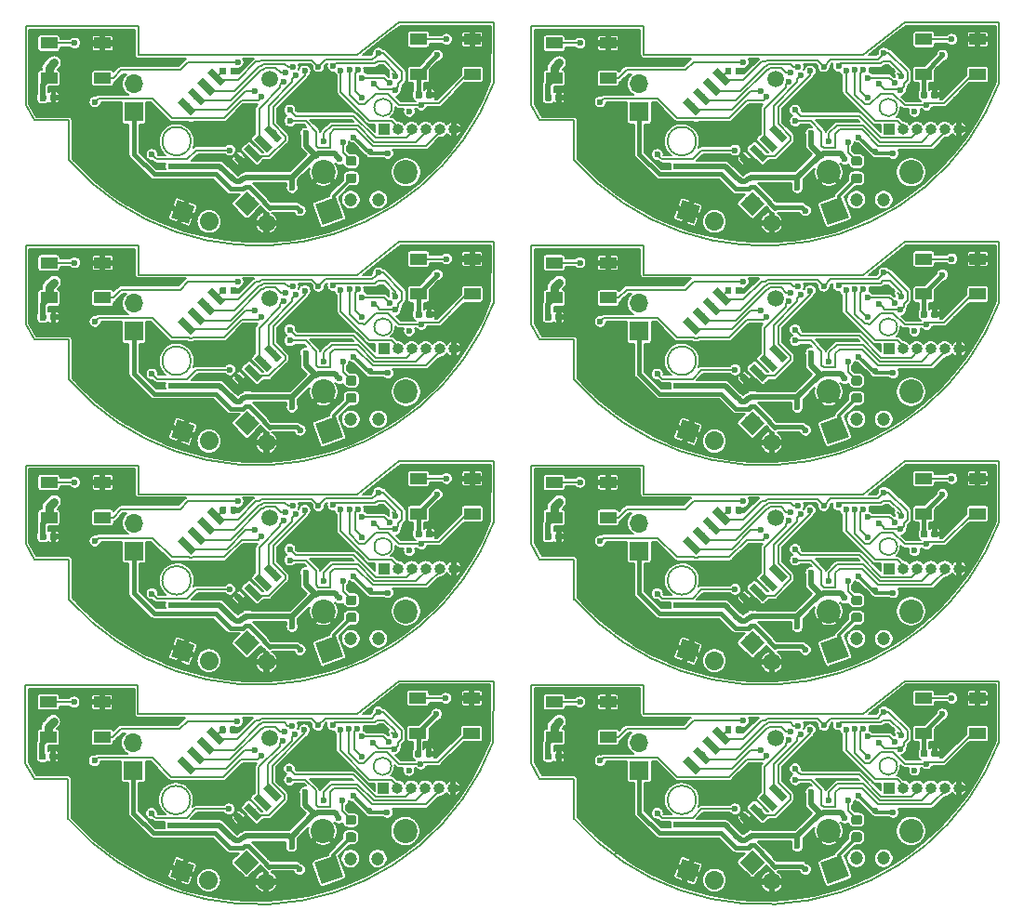
<source format=gbl>
%MOIN*%
%OFA0B0*%
%FSLAX46Y46*%
%IPPOS*%
%LPD*%
%ADD10C,0.005905511811023622*%
%ADD11C,0.0039370078740157488*%
%ADD12C,0.023228346456692913*%
%ADD13C,0.034448818897637797*%
%ADD14C,0.07874015748031496*%
%ADD15C,0.062992125984251982*%
%ADD16C,0.059055118110236227*%
%ADD17C,0.086614173228346469*%
%ADD18C,0.047244094488188976*%
%ADD19O,0.066929133858267723X0.066929133858267723*%
%ADD20R,0.066929133858267723X0.066929133858267723*%
%ADD21C,0.066929133858267723*%
%ADD22C,0.066929133858267723*%
%ADD23R,0.03937007874015748X0.03937007874015748*%
%ADD24O,0.03937007874015748X0.03937007874015748*%
%ADD25R,0.059055118110236227X0.03937007874015748*%
%ADD26C,0.025590551181102365*%
%ADD27C,0.023622047244094488*%
%ADD28C,0.0060629921259842522*%
%ADD29C,0.011811023622047244*%
%ADD30C,0.031496062992125991*%
%ADD31C,0.015748031496062995*%
%ADD32C,0.01968503937007874*%
%ADD33C,0.0078740157480314977*%
%ADD44C,0.005905511811023622*%
%ADD45C,0.0039370078740157488*%
%ADD46C,0.023228346456692913*%
%ADD47C,0.034448818897637797*%
%ADD48C,0.07874015748031496*%
%ADD49C,0.062992125984251982*%
%ADD50C,0.059055118110236227*%
%ADD51C,0.086614173228346469*%
%ADD52C,0.047244094488188976*%
%ADD53O,0.066929133858267723X0.066929133858267723*%
%ADD54R,0.066929133858267723X0.066929133858267723*%
%ADD55C,0.066929133858267723*%
%ADD56C,0.066929133858267723*%
%ADD57R,0.03937007874015748X0.03937007874015748*%
%ADD58O,0.03937007874015748X0.03937007874015748*%
%ADD59R,0.059055118110236227X0.03937007874015748*%
%ADD60C,0.025590551181102365*%
%ADD61C,0.023622047244094488*%
%ADD62C,0.0060629921259842522*%
%ADD63C,0.011811023622047244*%
%ADD64C,0.031496062992125991*%
%ADD65C,0.015748031496062995*%
%ADD66C,0.01968503937007874*%
%ADD67C,0.0078740157480314977*%
%ADD68C,0.005905511811023622*%
%ADD69C,0.0039370078740157488*%
%ADD70C,0.023228346456692913*%
%ADD71C,0.034448818897637797*%
%ADD72C,0.07874015748031496*%
%ADD73C,0.062992125984251982*%
%ADD74C,0.059055118110236227*%
%ADD75C,0.086614173228346469*%
%ADD76C,0.047244094488188976*%
%ADD77O,0.066929133858267723X0.066929133858267723*%
%ADD78R,0.066929133858267723X0.066929133858267723*%
%ADD79C,0.066929133858267723*%
%ADD80C,0.066929133858267723*%
%ADD81R,0.03937007874015748X0.03937007874015748*%
%ADD82O,0.03937007874015748X0.03937007874015748*%
%ADD83R,0.059055118110236227X0.03937007874015748*%
%ADD84C,0.025590551181102365*%
%ADD85C,0.023622047244094488*%
%ADD86C,0.0060629921259842522*%
%ADD87C,0.011811023622047244*%
%ADD88C,0.031496062992125991*%
%ADD89C,0.015748031496062995*%
%ADD90C,0.01968503937007874*%
%ADD91C,0.0078740157480314977*%
%ADD92C,0.005905511811023622*%
%ADD93C,0.0039370078740157488*%
%ADD94C,0.023228346456692913*%
%ADD95C,0.034448818897637797*%
%ADD96C,0.07874015748031496*%
%ADD97C,0.062992125984251982*%
%ADD98C,0.059055118110236227*%
%ADD99C,0.086614173228346469*%
%ADD100C,0.047244094488188976*%
%ADD101O,0.066929133858267723X0.066929133858267723*%
%ADD102R,0.066929133858267723X0.066929133858267723*%
%ADD103C,0.066929133858267723*%
%ADD104C,0.066929133858267723*%
%ADD105R,0.03937007874015748X0.03937007874015748*%
%ADD106O,0.03937007874015748X0.03937007874015748*%
%ADD107R,0.059055118110236227X0.03937007874015748*%
%ADD108C,0.025590551181102365*%
%ADD109C,0.023622047244094488*%
%ADD110C,0.0060629921259842522*%
%ADD111C,0.011811023622047244*%
%ADD112C,0.031496062992125991*%
%ADD113C,0.015748031496062995*%
%ADD114C,0.01968503937007874*%
%ADD115C,0.0078740157480314977*%
%ADD116C,0.005905511811023622*%
%ADD117C,0.0039370078740157488*%
%ADD118C,0.023228346456692913*%
%ADD119C,0.034448818897637797*%
%ADD120C,0.07874015748031496*%
%ADD121C,0.062992125984251982*%
%ADD122C,0.059055118110236227*%
%ADD123C,0.086614173228346469*%
%ADD124C,0.047244094488188976*%
%ADD125O,0.066929133858267723X0.066929133858267723*%
%ADD126R,0.066929133858267723X0.066929133858267723*%
%ADD127C,0.066929133858267723*%
%ADD128C,0.066929133858267723*%
%ADD129R,0.03937007874015748X0.03937007874015748*%
%ADD130O,0.03937007874015748X0.03937007874015748*%
%ADD131R,0.059055118110236227X0.03937007874015748*%
%ADD132C,0.025590551181102365*%
%ADD133C,0.023622047244094488*%
%ADD134C,0.0060629921259842522*%
%ADD135C,0.011811023622047244*%
%ADD136C,0.031496062992125991*%
%ADD137C,0.015748031496062995*%
%ADD138C,0.01968503937007874*%
%ADD139C,0.0078740157480314977*%
%ADD140C,0.005905511811023622*%
%ADD141C,0.0039370078740157488*%
%ADD142C,0.023228346456692913*%
%ADD143C,0.034448818897637797*%
%ADD144C,0.07874015748031496*%
%ADD145C,0.062992125984251982*%
%ADD146C,0.059055118110236227*%
%ADD147C,0.086614173228346469*%
%ADD148C,0.047244094488188976*%
%ADD149O,0.066929133858267723X0.066929133858267723*%
%ADD150R,0.066929133858267723X0.066929133858267723*%
%ADD151C,0.066929133858267723*%
%ADD152C,0.066929133858267723*%
%ADD153R,0.03937007874015748X0.03937007874015748*%
%ADD154O,0.03937007874015748X0.03937007874015748*%
%ADD155R,0.059055118110236227X0.03937007874015748*%
%ADD156C,0.025590551181102365*%
%ADD157C,0.023622047244094488*%
%ADD158C,0.0060629921259842522*%
%ADD159C,0.011811023622047244*%
%ADD160C,0.031496062992125991*%
%ADD161C,0.015748031496062995*%
%ADD162C,0.01968503937007874*%
%ADD163C,0.0078740157480314977*%
%ADD164C,0.005905511811023622*%
%ADD165C,0.0039370078740157488*%
%ADD166C,0.023228346456692913*%
%ADD167C,0.034448818897637797*%
%ADD168C,0.07874015748031496*%
%ADD169C,0.062992125984251982*%
%ADD170C,0.059055118110236227*%
%ADD171C,0.086614173228346469*%
%ADD172C,0.047244094488188976*%
%ADD173O,0.066929133858267723X0.066929133858267723*%
%ADD174R,0.066929133858267723X0.066929133858267723*%
%ADD175C,0.066929133858267723*%
%ADD176C,0.066929133858267723*%
%ADD177R,0.03937007874015748X0.03937007874015748*%
%ADD178O,0.03937007874015748X0.03937007874015748*%
%ADD179R,0.059055118110236227X0.03937007874015748*%
%ADD180C,0.025590551181102365*%
%ADD181C,0.023622047244094488*%
%ADD182C,0.0060629921259842522*%
%ADD183C,0.011811023622047244*%
%ADD184C,0.031496062992125991*%
%ADD185C,0.015748031496062995*%
%ADD186C,0.01968503937007874*%
%ADD187C,0.0078740157480314977*%
%ADD188C,0.005905511811023622*%
%ADD189C,0.0039370078740157488*%
%ADD190C,0.023228346456692913*%
%ADD191C,0.034448818897637797*%
%ADD192C,0.07874015748031496*%
%ADD193C,0.062992125984251982*%
%ADD194C,0.059055118110236227*%
%ADD195C,0.086614173228346469*%
%ADD196C,0.047244094488188976*%
%ADD197O,0.066929133858267723X0.066929133858267723*%
%ADD198R,0.066929133858267723X0.066929133858267723*%
%ADD199C,0.066929133858267723*%
%ADD200C,0.066929133858267723*%
%ADD201R,0.03937007874015748X0.03937007874015748*%
%ADD202O,0.03937007874015748X0.03937007874015748*%
%ADD203R,0.059055118110236227X0.03937007874015748*%
%ADD204C,0.025590551181102365*%
%ADD205C,0.023622047244094488*%
%ADD206C,0.0060629921259842522*%
%ADD207C,0.011811023622047244*%
%ADD208C,0.031496062992125991*%
%ADD209C,0.015748031496062995*%
%ADD210C,0.01968503937007874*%
%ADD211C,0.0078740157480314977*%
G01*
D10*
X0000154527Y0000450369D02*
X0000099409Y0000450369D01*
X0000154527Y0000306669D02*
X0000154527Y0000450369D01*
X0001677575Y0000584073D02*
G75*
G02X0000154527Y0000306669I-0000844898J0000319052D01*
G01*
X0001678149Y0000800763D02*
X0001677677Y0000584034D01*
X0001338582Y0000800763D02*
X0001678149Y0000800763D01*
X0001188976Y0000682653D02*
X0001338582Y0000800763D01*
X0000403543Y0000682653D02*
X0001188976Y0000682653D01*
X0000403543Y0000786984D02*
X0000403543Y0000682653D01*
X0000000000Y0000786984D02*
X0000403543Y0000786984D01*
X0000000000Y0000505487D02*
X0000000000Y0000786984D01*
X0000031495Y0000450369D02*
X0000000000Y0000505487D01*
X0000099409Y0000450369D02*
X0000031495Y0000450369D01*
X0001312007Y0000495645D02*
G75*
G03X0001312007Y0000495645I-0000031496D01*
G01*
X0000591535Y0000374582D02*
G75*
G03X0000591535Y0000374582I-0000051181D01*
G01*
D11*
G36*
X0001414447Y0000553491D02*
X0001415010Y0000553407D01*
X0001415563Y0000553269D01*
X0001416100Y0000553077D01*
X0001416615Y0000552833D01*
X0001417104Y0000552540D01*
X0001417561Y0000552201D01*
X0001417984Y0000551818D01*
X0001418366Y0000551396D01*
X0001418706Y0000550938D01*
X0001418999Y0000550449D01*
X0001419242Y0000549934D01*
X0001419434Y0000549398D01*
X0001419573Y0000548845D01*
X0001419656Y0000548281D01*
X0001419684Y0000547712D01*
X0001419684Y0000534129D01*
X0001419656Y0000533560D01*
X0001419573Y0000532996D01*
X0001419434Y0000532444D01*
X0001419242Y0000531907D01*
X0001418999Y0000531392D01*
X0001418706Y0000530903D01*
X0001418366Y0000530445D01*
X0001417984Y0000530023D01*
X0001417561Y0000529640D01*
X0001417104Y0000529301D01*
X0001416615Y0000529008D01*
X0001416100Y0000528764D01*
X0001415563Y0000528572D01*
X0001415010Y0000528434D01*
X0001414447Y0000528350D01*
X0001413877Y0000528322D01*
X0001402263Y0000528322D01*
X0001401694Y0000528350D01*
X0001401130Y0000528434D01*
X0001400577Y0000528572D01*
X0001400041Y0000528764D01*
X0001399526Y0000529008D01*
X0001399037Y0000529301D01*
X0001398579Y0000529640D01*
X0001398157Y0000530023D01*
X0001397774Y0000530445D01*
X0001397435Y0000530903D01*
X0001397142Y0000531392D01*
X0001396898Y0000531907D01*
X0001396706Y0000532444D01*
X0001396568Y0000532996D01*
X0001396484Y0000533560D01*
X0001396456Y0000534129D01*
X0001396456Y0000547712D01*
X0001396484Y0000548281D01*
X0001396568Y0000548845D01*
X0001396706Y0000549398D01*
X0001396898Y0000549934D01*
X0001397142Y0000550449D01*
X0001397435Y0000550938D01*
X0001397774Y0000551396D01*
X0001398157Y0000551818D01*
X0001398579Y0000552201D01*
X0001399037Y0000552540D01*
X0001399526Y0000552833D01*
X0001400041Y0000553077D01*
X0001400577Y0000553269D01*
X0001401130Y0000553407D01*
X0001401694Y0000553491D01*
X0001402263Y0000553519D01*
X0001413877Y0000553519D01*
X0001414447Y0000553491D01*
X0001414447Y0000553491D01*
G37*
D12*
X0001408070Y0000540921D03*
D11*
G36*
X0001452635Y0000553491D02*
X0001453199Y0000553407D01*
X0001453752Y0000553269D01*
X0001454289Y0000553077D01*
X0001454804Y0000552833D01*
X0001455293Y0000552540D01*
X0001455750Y0000552201D01*
X0001456172Y0000551818D01*
X0001456555Y0000551396D01*
X0001456895Y0000550938D01*
X0001457188Y0000550449D01*
X0001457431Y0000549934D01*
X0001457623Y0000549398D01*
X0001457762Y0000548845D01*
X0001457845Y0000548281D01*
X0001457873Y0000547712D01*
X0001457873Y0000534129D01*
X0001457845Y0000533560D01*
X0001457762Y0000532996D01*
X0001457623Y0000532444D01*
X0001457431Y0000531907D01*
X0001457188Y0000531392D01*
X0001456895Y0000530903D01*
X0001456555Y0000530445D01*
X0001456172Y0000530023D01*
X0001455750Y0000529640D01*
X0001455293Y0000529301D01*
X0001454804Y0000529008D01*
X0001454289Y0000528764D01*
X0001453752Y0000528572D01*
X0001453199Y0000528434D01*
X0001452635Y0000528350D01*
X0001452066Y0000528322D01*
X0001440452Y0000528322D01*
X0001439883Y0000528350D01*
X0001439319Y0000528434D01*
X0001438766Y0000528572D01*
X0001438230Y0000528764D01*
X0001437715Y0000529008D01*
X0001437226Y0000529301D01*
X0001436768Y0000529640D01*
X0001436346Y0000530023D01*
X0001435963Y0000530445D01*
X0001435624Y0000530903D01*
X0001435331Y0000531392D01*
X0001435087Y0000531907D01*
X0001434895Y0000532444D01*
X0001434757Y0000532996D01*
X0001434673Y0000533560D01*
X0001434645Y0000534129D01*
X0001434645Y0000547712D01*
X0001434673Y0000548281D01*
X0001434757Y0000548845D01*
X0001434895Y0000549398D01*
X0001435087Y0000549934D01*
X0001435331Y0000550449D01*
X0001435624Y0000550938D01*
X0001435963Y0000551396D01*
X0001436346Y0000551818D01*
X0001436768Y0000552201D01*
X0001437226Y0000552540D01*
X0001437715Y0000552833D01*
X0001438230Y0000553077D01*
X0001438766Y0000553269D01*
X0001439319Y0000553407D01*
X0001439883Y0000553491D01*
X0001440452Y0000553519D01*
X0001452066Y0000553519D01*
X0001452635Y0000553491D01*
X0001452635Y0000553491D01*
G37*
D12*
X0001446259Y0000540921D03*
D11*
G36*
X0001177858Y0000258421D02*
X0001178694Y0000258297D01*
X0001179514Y0000258091D01*
X0001180310Y0000257807D01*
X0001181074Y0000257445D01*
X0001181799Y0000257011D01*
X0001182477Y0000256507D01*
X0001183104Y0000255940D01*
X0001183671Y0000255314D01*
X0001184175Y0000254635D01*
X0001184609Y0000253910D01*
X0001184971Y0000253146D01*
X0001185255Y0000252350D01*
X0001185461Y0000251530D01*
X0001185585Y0000250694D01*
X0001185626Y0000249850D01*
X0001185626Y0000232626D01*
X0001185585Y0000231782D01*
X0001185461Y0000230946D01*
X0001185255Y0000230126D01*
X0001184971Y0000229330D01*
X0001184609Y0000228566D01*
X0001184175Y0000227841D01*
X0001183671Y0000227162D01*
X0001183104Y0000226536D01*
X0001182477Y0000225968D01*
X0001181799Y0000225465D01*
X0001181074Y0000225030D01*
X0001180310Y0000224669D01*
X0001179514Y0000224384D01*
X0001178694Y0000224179D01*
X0001177858Y0000224055D01*
X0001177014Y0000224013D01*
X0001156837Y0000224013D01*
X0001155993Y0000224055D01*
X0001155157Y0000224179D01*
X0001154337Y0000224384D01*
X0001153541Y0000224669D01*
X0001152777Y0000225030D01*
X0001152052Y0000225465D01*
X0001151373Y0000225968D01*
X0001150747Y0000226536D01*
X0001150179Y0000227162D01*
X0001149676Y0000227841D01*
X0001149241Y0000228566D01*
X0001148880Y0000229330D01*
X0001148595Y0000230126D01*
X0001148390Y0000230946D01*
X0001148266Y0000231782D01*
X0001148225Y0000232626D01*
X0001148225Y0000249850D01*
X0001148266Y0000250694D01*
X0001148390Y0000251530D01*
X0001148595Y0000252350D01*
X0001148880Y0000253146D01*
X0001149241Y0000253910D01*
X0001149676Y0000254635D01*
X0001150179Y0000255314D01*
X0001150747Y0000255940D01*
X0001151373Y0000256507D01*
X0001152052Y0000257011D01*
X0001152777Y0000257445D01*
X0001153541Y0000257807D01*
X0001154337Y0000258091D01*
X0001155157Y0000258297D01*
X0001155993Y0000258421D01*
X0001156837Y0000258462D01*
X0001177014Y0000258462D01*
X0001177858Y0000258421D01*
X0001177858Y0000258421D01*
G37*
D13*
X0001166925Y0000241238D03*
D11*
G36*
X0001177858Y0000320429D02*
X0001178694Y0000320305D01*
X0001179514Y0000320099D01*
X0001180310Y0000319815D01*
X0001181074Y0000319453D01*
X0001181799Y0000319019D01*
X0001182477Y0000318515D01*
X0001183104Y0000317948D01*
X0001183671Y0000317322D01*
X0001184175Y0000316643D01*
X0001184609Y0000315918D01*
X0001184971Y0000315154D01*
X0001185255Y0000314358D01*
X0001185461Y0000313538D01*
X0001185585Y0000312702D01*
X0001185626Y0000311858D01*
X0001185626Y0000294634D01*
X0001185585Y0000293789D01*
X0001185461Y0000292953D01*
X0001185255Y0000292134D01*
X0001184971Y0000291338D01*
X0001184609Y0000290574D01*
X0001184175Y0000289849D01*
X0001183671Y0000289170D01*
X0001183104Y0000288544D01*
X0001182477Y0000287976D01*
X0001181799Y0000287473D01*
X0001181074Y0000287038D01*
X0001180310Y0000286677D01*
X0001179514Y0000286392D01*
X0001178694Y0000286187D01*
X0001177858Y0000286063D01*
X0001177014Y0000286021D01*
X0001156837Y0000286021D01*
X0001155993Y0000286063D01*
X0001155157Y0000286187D01*
X0001154337Y0000286392D01*
X0001153541Y0000286677D01*
X0001152777Y0000287038D01*
X0001152052Y0000287473D01*
X0001151373Y0000287976D01*
X0001150747Y0000288544D01*
X0001150179Y0000289170D01*
X0001149676Y0000289849D01*
X0001149241Y0000290574D01*
X0001148880Y0000291338D01*
X0001148595Y0000292134D01*
X0001148390Y0000292953D01*
X0001148266Y0000293789D01*
X0001148225Y0000294634D01*
X0001148225Y0000311858D01*
X0001148266Y0000312702D01*
X0001148390Y0000313538D01*
X0001148595Y0000314358D01*
X0001148880Y0000315154D01*
X0001149241Y0000315918D01*
X0001149676Y0000316643D01*
X0001150179Y0000317322D01*
X0001150747Y0000317948D01*
X0001151373Y0000318515D01*
X0001152052Y0000319019D01*
X0001152777Y0000319453D01*
X0001153541Y0000319815D01*
X0001154337Y0000320099D01*
X0001155157Y0000320305D01*
X0001155993Y0000320429D01*
X0001156837Y0000320470D01*
X0001177014Y0000320470D01*
X0001177858Y0000320429D01*
X0001177858Y0000320429D01*
G37*
D13*
X0001166925Y0000303246D03*
D11*
G36*
X0000713007Y0000639012D02*
X0000713571Y0000638929D01*
X0000714124Y0000638790D01*
X0000714660Y0000638598D01*
X0000715175Y0000638355D01*
X0000715664Y0000638062D01*
X0000716122Y0000637722D01*
X0000716544Y0000637339D01*
X0000716927Y0000636917D01*
X0000717266Y0000636459D01*
X0000717559Y0000635971D01*
X0000717803Y0000635455D01*
X0000717995Y0000634919D01*
X0000718133Y0000634366D01*
X0000718217Y0000633802D01*
X0000718245Y0000633233D01*
X0000718245Y0000619650D01*
X0000718217Y0000619081D01*
X0000718133Y0000618518D01*
X0000717995Y0000617965D01*
X0000717803Y0000617428D01*
X0000717559Y0000616913D01*
X0000717266Y0000616424D01*
X0000716927Y0000615967D01*
X0000716544Y0000615544D01*
X0000716122Y0000615162D01*
X0000715664Y0000614822D01*
X0000715175Y0000614529D01*
X0000714660Y0000614285D01*
X0000714124Y0000614093D01*
X0000713571Y0000613955D01*
X0000713007Y0000613871D01*
X0000712438Y0000613843D01*
X0000700824Y0000613843D01*
X0000700255Y0000613871D01*
X0000699691Y0000613955D01*
X0000699138Y0000614093D01*
X0000698601Y0000614285D01*
X0000698086Y0000614529D01*
X0000697597Y0000614822D01*
X0000697140Y0000615162D01*
X0000696718Y0000615544D01*
X0000696335Y0000615967D01*
X0000695995Y0000616424D01*
X0000695702Y0000616913D01*
X0000695459Y0000617428D01*
X0000695267Y0000617965D01*
X0000695128Y0000618518D01*
X0000695045Y0000619081D01*
X0000695017Y0000619650D01*
X0000695017Y0000633233D01*
X0000695045Y0000633802D01*
X0000695128Y0000634366D01*
X0000695267Y0000634919D01*
X0000695459Y0000635455D01*
X0000695702Y0000635971D01*
X0000695995Y0000636459D01*
X0000696335Y0000636917D01*
X0000696718Y0000637339D01*
X0000697140Y0000637722D01*
X0000697597Y0000638062D01*
X0000698086Y0000638355D01*
X0000698601Y0000638598D01*
X0000699138Y0000638790D01*
X0000699691Y0000638929D01*
X0000700255Y0000639012D01*
X0000700824Y0000639040D01*
X0000712438Y0000639040D01*
X0000713007Y0000639012D01*
X0000713007Y0000639012D01*
G37*
D12*
X0000706631Y0000626442D03*
D11*
G36*
X0000751196Y0000639012D02*
X0000751760Y0000638929D01*
X0000752313Y0000638790D01*
X0000752849Y0000638598D01*
X0000753364Y0000638355D01*
X0000753853Y0000638062D01*
X0000754311Y0000637722D01*
X0000754733Y0000637339D01*
X0000755116Y0000636917D01*
X0000755455Y0000636459D01*
X0000755748Y0000635971D01*
X0000755992Y0000635455D01*
X0000756184Y0000634919D01*
X0000756322Y0000634366D01*
X0000756406Y0000633802D01*
X0000756434Y0000633233D01*
X0000756434Y0000619650D01*
X0000756406Y0000619081D01*
X0000756322Y0000618518D01*
X0000756184Y0000617965D01*
X0000755992Y0000617428D01*
X0000755748Y0000616913D01*
X0000755455Y0000616424D01*
X0000755116Y0000615967D01*
X0000754733Y0000615544D01*
X0000754311Y0000615162D01*
X0000753853Y0000614822D01*
X0000753364Y0000614529D01*
X0000752849Y0000614285D01*
X0000752313Y0000614093D01*
X0000751760Y0000613955D01*
X0000751196Y0000613871D01*
X0000750627Y0000613843D01*
X0000739013Y0000613843D01*
X0000738444Y0000613871D01*
X0000737880Y0000613955D01*
X0000737327Y0000614093D01*
X0000736790Y0000614285D01*
X0000736275Y0000614529D01*
X0000735786Y0000614822D01*
X0000735329Y0000615162D01*
X0000734907Y0000615544D01*
X0000734524Y0000615967D01*
X0000734184Y0000616424D01*
X0000733891Y0000616913D01*
X0000733648Y0000617428D01*
X0000733456Y0000617965D01*
X0000733317Y0000618518D01*
X0000733234Y0000619081D01*
X0000733206Y0000619650D01*
X0000733206Y0000633233D01*
X0000733234Y0000633802D01*
X0000733317Y0000634366D01*
X0000733456Y0000634919D01*
X0000733648Y0000635455D01*
X0000733891Y0000635971D01*
X0000734184Y0000636459D01*
X0000734524Y0000636917D01*
X0000734907Y0000637339D01*
X0000735329Y0000637722D01*
X0000735786Y0000638062D01*
X0000736275Y0000638355D01*
X0000736790Y0000638598D01*
X0000737327Y0000638790D01*
X0000737880Y0000638929D01*
X0000738444Y0000639012D01*
X0000739013Y0000639040D01*
X0000750627Y0000639040D01*
X0000751196Y0000639012D01*
X0000751196Y0000639012D01*
G37*
D12*
X0000744820Y0000626442D03*
D14*
X0001087925Y0000125042D03*
D11*
G36*
X0001064395Y0000074581D02*
X0001037464Y0000148572D01*
X0001111456Y0000175503D01*
X0001138386Y0000101511D01*
X0001064395Y0000074581D01*
X0001064395Y0000074581D01*
G37*
D15*
X0000793306Y0000151157D03*
D11*
G36*
X0000748764Y0000151157D02*
X0000793306Y0000195699D01*
X0000837849Y0000151157D01*
X0000793306Y0000106615D01*
X0000748764Y0000151157D01*
X0000748764Y0000151157D01*
G37*
D15*
X0000862904Y0000081560D03*
D16*
X0000875925Y0000597442D03*
D17*
X0001066928Y0000263362D03*
D18*
X0001165354Y0000164936D03*
X0001263779Y0000164936D03*
D17*
X0001362204Y0000263362D03*
D19*
X0000387795Y0000579897D03*
D20*
X0000387795Y0000479897D03*
D21*
X0000562956Y0000121044D03*
D11*
G36*
X0000582957Y0000078152D02*
X0000520064Y0000101043D01*
X0000542955Y0000163936D01*
X0000605848Y0000141045D01*
X0000582957Y0000078152D01*
X0000582957Y0000078152D01*
G37*
D21*
X0000656925Y0000086842D03*
D22*
X0000656925Y0000086842D02*
X0000656925Y0000086842D01*
D11*
G36*
X0000105588Y0000543649D02*
X0000106152Y0000543565D01*
X0000106705Y0000543426D01*
X0000107241Y0000543234D01*
X0000107756Y0000542991D01*
X0000108245Y0000542698D01*
X0000108703Y0000542358D01*
X0000109125Y0000541976D01*
X0000109508Y0000541553D01*
X0000109847Y0000541096D01*
X0000110140Y0000540607D01*
X0000110384Y0000540092D01*
X0000110576Y0000539555D01*
X0000110715Y0000539002D01*
X0000110798Y0000538439D01*
X0000110826Y0000537869D01*
X0000110826Y0000524287D01*
X0000110798Y0000523717D01*
X0000110715Y0000523154D01*
X0000110576Y0000522601D01*
X0000110384Y0000522064D01*
X0000110140Y0000521549D01*
X0000109847Y0000521060D01*
X0000109508Y0000520603D01*
X0000109125Y0000520180D01*
X0000108703Y0000519798D01*
X0000108245Y0000519458D01*
X0000107756Y0000519165D01*
X0000107241Y0000518922D01*
X0000106705Y0000518730D01*
X0000106152Y0000518591D01*
X0000105588Y0000518508D01*
X0000105019Y0000518480D01*
X0000093405Y0000518480D01*
X0000092836Y0000518508D01*
X0000092272Y0000518591D01*
X0000091719Y0000518730D01*
X0000091183Y0000518922D01*
X0000090667Y0000519165D01*
X0000090179Y0000519458D01*
X0000089721Y0000519798D01*
X0000089299Y0000520180D01*
X0000088916Y0000520603D01*
X0000088576Y0000521060D01*
X0000088283Y0000521549D01*
X0000088040Y0000522064D01*
X0000087848Y0000522601D01*
X0000087709Y0000523154D01*
X0000087626Y0000523717D01*
X0000087598Y0000524287D01*
X0000087598Y0000537869D01*
X0000087626Y0000538439D01*
X0000087709Y0000539002D01*
X0000087848Y0000539555D01*
X0000088040Y0000540092D01*
X0000088283Y0000540607D01*
X0000088576Y0000541096D01*
X0000088916Y0000541553D01*
X0000089299Y0000541976D01*
X0000089721Y0000542358D01*
X0000090179Y0000542698D01*
X0000090667Y0000542991D01*
X0000091183Y0000543234D01*
X0000091719Y0000543426D01*
X0000092272Y0000543565D01*
X0000092836Y0000543649D01*
X0000093405Y0000543676D01*
X0000105019Y0000543676D01*
X0000105588Y0000543649D01*
X0000105588Y0000543649D01*
G37*
D12*
X0000099212Y0000531078D03*
D11*
G36*
X0000067399Y0000543649D02*
X0000067963Y0000543565D01*
X0000068516Y0000543426D01*
X0000069052Y0000543234D01*
X0000069567Y0000542991D01*
X0000070056Y0000542698D01*
X0000070514Y0000542358D01*
X0000070936Y0000541976D01*
X0000071319Y0000541553D01*
X0000071658Y0000541096D01*
X0000071951Y0000540607D01*
X0000072195Y0000540092D01*
X0000072387Y0000539555D01*
X0000072526Y0000539002D01*
X0000072609Y0000538439D01*
X0000072637Y0000537869D01*
X0000072637Y0000524287D01*
X0000072609Y0000523717D01*
X0000072526Y0000523154D01*
X0000072387Y0000522601D01*
X0000072195Y0000522064D01*
X0000071951Y0000521549D01*
X0000071658Y0000521060D01*
X0000071319Y0000520603D01*
X0000070936Y0000520180D01*
X0000070514Y0000519798D01*
X0000070056Y0000519458D01*
X0000069567Y0000519165D01*
X0000069052Y0000518922D01*
X0000068516Y0000518730D01*
X0000067963Y0000518591D01*
X0000067399Y0000518508D01*
X0000066830Y0000518480D01*
X0000055216Y0000518480D01*
X0000054647Y0000518508D01*
X0000054083Y0000518591D01*
X0000053530Y0000518730D01*
X0000052994Y0000518922D01*
X0000052478Y0000519165D01*
X0000051990Y0000519458D01*
X0000051532Y0000519798D01*
X0000051110Y0000520180D01*
X0000050727Y0000520603D01*
X0000050387Y0000521060D01*
X0000050095Y0000521549D01*
X0000049851Y0000522064D01*
X0000049659Y0000522601D01*
X0000049520Y0000523154D01*
X0000049437Y0000523717D01*
X0000049409Y0000524287D01*
X0000049409Y0000537869D01*
X0000049437Y0000538439D01*
X0000049520Y0000539002D01*
X0000049659Y0000539555D01*
X0000049851Y0000540092D01*
X0000050095Y0000540607D01*
X0000050387Y0000541096D01*
X0000050727Y0000541553D01*
X0000051110Y0000541976D01*
X0000051532Y0000542358D01*
X0000051990Y0000542698D01*
X0000052478Y0000542991D01*
X0000052994Y0000543234D01*
X0000053530Y0000543426D01*
X0000054083Y0000543565D01*
X0000054647Y0000543649D01*
X0000055216Y0000543676D01*
X0000066830Y0000543676D01*
X0000067399Y0000543649D01*
X0000067399Y0000543649D01*
G37*
D12*
X0000061023Y0000531078D03*
D23*
X0001283070Y0000416905D03*
D24*
X0001333070Y0000416905D03*
X0001383070Y0000416905D03*
X0001433070Y0000416905D03*
X0001483070Y0000416905D03*
X0001533070Y0000416905D03*
D25*
X0000082677Y0000599978D03*
X0000082677Y0000725963D03*
X0000275590Y0000599978D03*
X0000275590Y0000725963D03*
X0001407480Y0000613755D03*
X0001407480Y0000739739D03*
X0001600393Y0000613755D03*
X0001600393Y0000739739D03*
D26*
X0000885970Y0000402463D03*
D11*
G36*
X0000918681Y0000387848D02*
X0000900586Y0000369752D01*
X0000853260Y0000417078D01*
X0000871355Y0000435174D01*
X0000918681Y0000387848D01*
X0000918681Y0000387848D01*
G37*
D26*
X0000850615Y0000367108D03*
D11*
G36*
X0000883325Y0000352492D02*
X0000865230Y0000334397D01*
X0000817904Y0000381723D01*
X0000835999Y0000399818D01*
X0000883325Y0000352492D01*
X0000883325Y0000352492D01*
G37*
D26*
X0000815259Y0000331752D03*
D11*
G36*
X0000847970Y0000317137D02*
X0000829875Y0000299042D01*
X0000782549Y0000346368D01*
X0000800644Y0000364463D01*
X0000847970Y0000317137D01*
X0000847970Y0000317137D01*
G37*
D26*
X0000779904Y0000296397D03*
D11*
G36*
X0000812615Y0000281782D02*
X0000794520Y0000263686D01*
X0000747193Y0000311012D01*
X0000765289Y0000329108D01*
X0000812615Y0000281782D01*
X0000812615Y0000281782D01*
G37*
D26*
X0000576681Y0000499621D03*
D11*
G36*
X0000609391Y0000485005D02*
X0000591296Y0000466910D01*
X0000543970Y0000514236D01*
X0000562065Y0000532331D01*
X0000609391Y0000485005D01*
X0000609391Y0000485005D01*
G37*
D26*
X0000612036Y0000534976D03*
D11*
G36*
X0000644746Y0000520361D02*
X0000626651Y0000502265D01*
X0000579325Y0000549591D01*
X0000597420Y0000567687D01*
X0000644746Y0000520361D01*
X0000644746Y0000520361D01*
G37*
D26*
X0000647391Y0000570331D03*
D11*
G36*
X0000680102Y0000555716D02*
X0000662007Y0000537621D01*
X0000614681Y0000584947D01*
X0000632776Y0000603042D01*
X0000680102Y0000555716D01*
X0000680102Y0000555716D01*
G37*
D26*
X0000682747Y0000605687D03*
D11*
G36*
X0000715457Y0000591071D02*
X0000697362Y0000572976D01*
X0000650036Y0000620302D01*
X0000668131Y0000638397D01*
X0000715457Y0000591071D01*
X0000715457Y0000591071D01*
G37*
D27*
X0000783925Y0000275042D03*
X0001069725Y0000441042D03*
X0001101725Y0000533642D03*
X0001094125Y0000494042D03*
X0001059125Y0000538642D03*
X0001038925Y0000494642D03*
X0001142716Y0000499582D03*
X0000999015Y0000503519D03*
X0001073818Y0000577338D03*
X0000096456Y0000481865D03*
X0000204724Y0000599976D03*
X0000352362Y0000727928D03*
X0000458661Y0000659031D03*
X0001397637Y0000676747D03*
X0000996062Y0000182653D03*
X0001227985Y0000625836D03*
X0001502952Y0000456275D03*
X0001271653Y0000633440D03*
X0001485236Y0000715133D03*
X0001603346Y0000569464D03*
X0001600393Y0000659031D03*
X0001524606Y0000523204D03*
X0001417322Y0000302732D03*
X0001437991Y0000272220D03*
X0001235236Y0000293873D03*
X0001295275Y0000284031D03*
X0000781325Y0000404642D03*
X0000755925Y0000624442D03*
X0000967725Y0000052442D03*
X0000178925Y0000312242D03*
X0000238125Y0000253042D03*
X0000311125Y0000191042D03*
X0001032525Y0000072042D03*
X0001132925Y0000271242D03*
X0001209525Y0000271242D03*
X0001174725Y0000091442D03*
X0001226125Y0000115242D03*
X0001313325Y0000165442D03*
X0001596325Y0000468242D03*
X0001632525Y0000530242D03*
X0001656325Y0000612442D03*
X0001657725Y0000677842D03*
X0001654925Y0000762842D03*
X0000535725Y0000659042D03*
X0000375525Y0000696642D03*
X0000380325Y0000762842D03*
X0000333125Y0000763442D03*
X0000028725Y0000706442D03*
X0000052325Y0000482842D03*
X0000145725Y0000588642D03*
X0000241125Y0000468242D03*
X0000260725Y0000413242D03*
X0000321925Y0000420242D03*
X0000451525Y0000392442D03*
X0000472325Y0000445242D03*
X0000381125Y0000248842D03*
X0000632125Y0000217642D03*
X0000670525Y0000216842D03*
X0000528525Y0000183442D03*
X0000777725Y0000451642D03*
X0000690725Y0000417442D03*
X0000689925Y0000379842D03*
X0000756725Y0000471042D03*
X0000216125Y0000764242D03*
X0000145925Y0000762442D03*
X0000027125Y0000759642D03*
X0000025725Y0000514642D03*
X0000379325Y0000147442D03*
X0000463525Y0000103642D03*
X0000563125Y0000062842D03*
X0000616725Y0000050442D03*
X0000720125Y0000028442D03*
X0000817525Y0000020842D03*
X0000912925Y0000025442D03*
X0001022125Y0000042842D03*
X0001358525Y0000195842D03*
X0001483325Y0000309842D03*
X0001602325Y0000779842D03*
X0001536925Y0000779842D03*
X0001465925Y0000781042D03*
X0000911925Y0000462442D03*
X0001055525Y0000178042D03*
X0001368725Y0000575442D03*
X0000967325Y0000346242D03*
X0000937525Y0000317242D03*
X0001206325Y0000318442D03*
X0001204325Y0000221442D03*
X0001019925Y0000095242D03*
X0001078125Y0000192842D03*
X0001304125Y0000742842D03*
X0000525725Y0000226442D03*
X0000684525Y0000318442D03*
X0000731125Y0000342442D03*
X0000452325Y0000326842D03*
X0000101380Y0000656078D03*
X0001474409Y0000682653D03*
X0000983267Y0000125566D03*
X0001159638Y0000630317D03*
X0001417125Y0000504242D03*
X0001003726Y0000402915D03*
X0000954724Y0000208243D03*
X0001264751Y0000690272D03*
X0001049212Y0000642298D03*
X0001297835Y0000330291D03*
X0001124015Y0000310606D03*
X0001174927Y0000389076D03*
X0000521125Y0000284842D03*
X0001234474Y0000337430D03*
X0001247525Y0000579242D03*
X0001323443Y0000557403D03*
X0001374764Y0000481072D03*
X0000248031Y0000515330D03*
X0000844870Y0000532713D03*
X0001128276Y0000627391D03*
X0000966644Y0000610687D03*
X0000924288Y0000588330D03*
X0001000249Y0000625984D03*
X0000821871Y0000554232D03*
X0000931102Y0000619661D03*
X0000956989Y0000640667D03*
X0001191134Y0000630329D03*
X0001205926Y0000530550D03*
X0001205226Y0000602076D03*
X0001303919Y0000582710D03*
X0001101681Y0000644266D03*
X0001325109Y0000606013D03*
X0000946125Y0000486242D03*
X0000946925Y0000446642D03*
X0001507873Y0000739739D03*
X0000760330Y0000658046D03*
X0000175196Y0000725960D03*
X0001068054Y0000372707D03*
X0001136331Y0000372109D03*
D28*
X0001235589Y0000633440D02*
X0001227985Y0000625836D01*
X0001271653Y0000633440D02*
X0001235589Y0000633440D01*
D29*
X0000801936Y0000296397D02*
X0000807325Y0000291008D01*
X0000779904Y0000296397D02*
X0000801936Y0000296397D01*
X0000807325Y0000291008D02*
X0000807325Y0000284842D01*
X0000807325Y0000284842D02*
X0000805525Y0000283042D01*
X0000805525Y0000283042D02*
X0000805525Y0000278242D01*
X0000805525Y0000278242D02*
X0000799525Y0000272242D01*
X0000799525Y0000272242D02*
X0000800725Y0000271042D01*
X0000800725Y0000271042D02*
X0000824725Y0000271042D01*
X0000824725Y0000271042D02*
X0000815125Y0000280642D01*
X0000815125Y0000280642D02*
X0000814925Y0000280642D01*
X0000814925Y0000280642D02*
X0000814925Y0000281642D01*
D28*
X0000464136Y0000315031D02*
X0000452325Y0000326842D01*
X0000578305Y0000309621D02*
X0000469546Y0000309621D01*
X0000469546Y0000309621D02*
X0000464136Y0000315031D01*
X0000731125Y0000342442D02*
X0000611125Y0000342442D01*
X0000611125Y0000342442D02*
X0000578305Y0000309621D01*
D30*
X0000082677Y0000599978D02*
X0000082677Y0000637374D01*
X0000082677Y0000637374D02*
X0000101380Y0000656078D01*
D31*
X0001407480Y0000613755D02*
X0001407480Y0000615724D01*
X0001407480Y0000615724D02*
X0001474409Y0000682653D01*
X0001408070Y0000613165D02*
X0001407480Y0000613755D01*
X0001408070Y0000540921D02*
X0001408070Y0000613165D01*
D32*
X0000061023Y0000578325D02*
X0000082677Y0000599978D01*
X0000061023Y0000531078D02*
X0000061023Y0000578325D01*
D31*
X0000874325Y0000134442D02*
X0000877261Y0000137377D01*
X0000971456Y0000137377D02*
X0000983267Y0000125566D01*
X0000786783Y0000211447D02*
X0000799830Y0000211447D01*
X0000459297Y0000255883D02*
X0000680313Y0000255883D01*
X0000877261Y0000137377D02*
X0000971456Y0000137377D01*
X0000853597Y0000155170D02*
X0000874325Y0000134442D01*
X0000733016Y0000203180D02*
X0000778516Y0000203180D01*
X0000387795Y0000479897D02*
X0000387795Y0000327385D01*
X0000387795Y0000327385D02*
X0000459297Y0000255883D01*
X0000680313Y0000255883D02*
X0000733016Y0000203180D01*
X0000778516Y0000203180D02*
X0000786783Y0000211447D01*
X0000799830Y0000211447D02*
X0000853597Y0000157680D01*
X0000853597Y0000157680D02*
X0000853597Y0000155170D01*
D28*
X0001479797Y0000511314D02*
X0001582239Y0000613755D01*
X0001425197Y0000511314D02*
X0001479797Y0000511314D01*
X0001418260Y0000504377D02*
X0001425197Y0000511314D01*
X0001582239Y0000613755D02*
X0001600393Y0000613755D01*
X0001338863Y0000504377D02*
X0001418260Y0000504377D01*
X0001214325Y0000506242D02*
X0001253588Y0000545504D01*
X0001253588Y0000545504D02*
X0001297736Y0000545504D01*
X0001297736Y0000545504D02*
X0001338863Y0000504377D01*
X0001159638Y0000630317D02*
X0001159638Y0000543929D01*
D33*
X0001209525Y0000506242D02*
X0001209084Y0000506683D01*
X0001214325Y0000506242D02*
X0001209525Y0000506242D01*
X0001209084Y0000506683D02*
X0001195084Y0000506683D01*
X0001195084Y0000506683D02*
X0001159325Y0000542442D01*
X0001159325Y0000542442D02*
X0001159325Y0000548242D01*
D32*
X0000954724Y0000208243D02*
X0000954724Y0000237771D01*
X0001003726Y0000358060D02*
X0001003726Y0000402915D01*
X0001039369Y0000322417D02*
X0001003726Y0000358060D01*
D33*
X0001074803Y0000667889D02*
X0001242367Y0000667889D01*
X0001242367Y0000667889D02*
X0001252940Y0000678461D01*
X0001049212Y0000642298D02*
X0001074803Y0000667889D01*
X0001252940Y0000678461D02*
X0001264751Y0000690272D01*
D32*
X0001115157Y0000319464D02*
X0001124015Y0000310606D01*
D29*
X0001233712Y0000330291D02*
X0001174927Y0000389076D01*
X0001297835Y0000330291D02*
X0001233712Y0000330291D01*
D32*
X0000752705Y0000229549D02*
X0000741812Y0000240442D01*
X0000767383Y0000229549D02*
X0000752705Y0000229549D01*
X0000741812Y0000240442D02*
X0000739523Y0000240442D01*
X0000954724Y0000237771D02*
X0000946853Y0000245642D01*
X0000778275Y0000240442D02*
X0000767383Y0000229549D01*
X0000783525Y0000240442D02*
X0000778275Y0000240442D01*
X0000788725Y0000245642D02*
X0000783525Y0000240442D01*
X0000946853Y0000245642D02*
X0000788725Y0000245642D01*
X0000739523Y0000240442D02*
X0000695123Y0000284842D01*
X0000695123Y0000284842D02*
X0000537829Y0000284842D01*
X0000537829Y0000284842D02*
X0000521125Y0000284842D01*
D28*
X0000693475Y0000613286D02*
X0000692969Y0000613286D01*
X0000706631Y0000626442D02*
X0000693475Y0000613286D01*
X0000692969Y0000613286D02*
X0000687725Y0000608042D01*
X0000759725Y0000593642D02*
X0000694125Y0000593642D01*
X0000838663Y0000659442D02*
X0000825525Y0000659442D01*
X0000844971Y0000665750D02*
X0000838663Y0000659442D01*
X0001025760Y0000665750D02*
X0000844971Y0000665750D01*
X0001049212Y0000642298D02*
X0001025760Y0000665750D01*
X0000825525Y0000659442D02*
X0000759725Y0000593642D01*
D29*
X0001233712Y0000330291D02*
X0001233712Y0000336669D01*
X0001233712Y0000336669D02*
X0001234474Y0000337430D01*
D28*
X0001319525Y0000559442D02*
X0001267325Y0000559442D01*
X0001259336Y0000567431D02*
X0001247525Y0000579242D01*
X0001267325Y0000559442D02*
X0001259336Y0000567431D01*
D33*
X0001335254Y0000579331D02*
X0001335254Y0000569214D01*
X0001264751Y0000690272D02*
X0001281454Y0000690272D01*
X0001281454Y0000690272D02*
X0001348731Y0000622995D01*
X0001348731Y0000592808D02*
X0001335254Y0000579331D01*
X0001348731Y0000622995D02*
X0001348731Y0000592808D01*
X0001335254Y0000569214D02*
X0001323443Y0000557403D01*
D32*
X0001108332Y0000329242D02*
X0001115157Y0000322417D01*
X0001046195Y0000329242D02*
X0001108332Y0000329242D01*
X0001039369Y0000322417D02*
X0001046195Y0000329242D01*
X0000954724Y0000245040D02*
X0000954724Y0000237771D01*
X0001039369Y0000322417D02*
X0001032100Y0000322417D01*
X0001032100Y0000322417D02*
X0000954724Y0000245040D01*
D28*
X0000595813Y0000456004D02*
X0000597251Y0000457442D01*
X0000773347Y0000520515D02*
X0000832672Y0000520515D01*
X0000710274Y0000457442D02*
X0000773347Y0000520515D01*
X0000586778Y0000456004D02*
X0000595813Y0000456004D01*
X0000833059Y0000520902D02*
X0000844870Y0000532713D01*
X0000585341Y0000457442D02*
X0000586778Y0000456004D01*
X0000597251Y0000457442D02*
X0000710274Y0000457442D01*
X0000454724Y0000527141D02*
X0000524423Y0000457442D01*
X0000524423Y0000457442D02*
X0000585341Y0000457442D01*
X0000259842Y0000527141D02*
X0000454724Y0000527141D01*
X0000832672Y0000520515D02*
X0000833059Y0000520902D01*
X0000248031Y0000515330D02*
X0000259842Y0000527141D01*
X0001343306Y0000416905D02*
X0001343306Y0000425960D01*
X0001334842Y0000408440D02*
X0001343306Y0000416905D01*
X0001343306Y0000416905D02*
X0001311968Y0000448243D01*
X0001311968Y0000448243D02*
X0001232415Y0000448243D01*
X0001232415Y0000448243D02*
X0001128276Y0000552383D01*
X0001128276Y0000610688D02*
X0001128276Y0000627391D01*
X0001128276Y0000552383D02*
X0001128276Y0000610688D01*
X0000896017Y0000376320D02*
X0000895669Y0000376668D01*
X0000870525Y0000502442D02*
X0000954833Y0000586749D01*
X0000954833Y0000586749D02*
X0000954833Y0000598876D01*
X0000954833Y0000598876D02*
X0000966644Y0000610687D01*
X0000870525Y0000419042D02*
X0000870525Y0000502442D01*
X0000836125Y0000383242D02*
X0000836125Y0000491768D01*
X0000912477Y0000568120D02*
X0000912477Y0000576519D01*
X0000836125Y0000491768D02*
X0000912477Y0000568120D01*
X0000912477Y0000576519D02*
X0000924288Y0000588330D01*
X0000871925Y0000320042D02*
X0000832525Y0000320042D01*
X0001000249Y0000612165D02*
X0000886125Y0000498042D01*
X0001000249Y0000625984D02*
X0001000249Y0000612165D01*
X0000929587Y0000392380D02*
X0000929587Y0000377703D01*
X0000886125Y0000435842D02*
X0000929587Y0000392380D01*
X0000886125Y0000498042D02*
X0000886125Y0000435842D01*
X0000929587Y0000377703D02*
X0000871925Y0000320042D01*
X0000593925Y0000486642D02*
X0000719763Y0000486642D01*
X0000719763Y0000486642D02*
X0000787354Y0000554232D01*
X0000787354Y0000554232D02*
X0000805168Y0000554232D01*
X0000805168Y0000554232D02*
X0000821871Y0000554232D01*
X0000913547Y0000619661D02*
X0000914398Y0000619661D01*
X0000895333Y0000637875D02*
X0000913547Y0000619661D01*
X0000624725Y0000519442D02*
X0000732853Y0000519442D01*
X0000856517Y0000637875D02*
X0000895333Y0000637875D01*
X0000732853Y0000519442D02*
X0000844978Y0000631567D01*
X0000850209Y0000631567D02*
X0000856517Y0000637875D01*
X0000844978Y0000631567D02*
X0000850209Y0000631567D01*
X0000914398Y0000619661D02*
X0000931102Y0000619661D01*
X0000844436Y0000645504D02*
X0000850744Y0000651812D01*
X0000658325Y0000555042D02*
X0000748742Y0000555042D01*
X0000748742Y0000555042D02*
X0000839205Y0000645504D01*
X0000839205Y0000645504D02*
X0000844436Y0000645504D01*
X0000940286Y0000640667D02*
X0000956989Y0000640667D01*
X0000929141Y0000651812D02*
X0000940286Y0000640667D01*
X0000850744Y0000651812D02*
X0000929141Y0000651812D01*
X0001191134Y0000630329D02*
X0001179323Y0000618518D01*
X0001179323Y0000618518D02*
X0001179323Y0000555444D01*
X0001179323Y0000555444D02*
X0001199314Y0000535453D01*
X0001199314Y0000535453D02*
X0001211125Y0000523642D01*
X0001205226Y0000602076D02*
X0001284554Y0000602076D01*
X0001284554Y0000602076D02*
X0001292108Y0000594521D01*
X0001292108Y0000594521D02*
X0001303919Y0000582710D01*
X0001103157Y0000642297D02*
X0001103157Y0000642791D01*
X0001103157Y0000642791D02*
X0001101681Y0000644266D01*
X0001313298Y0000617824D02*
X0001325109Y0000606013D01*
X0001252529Y0000653046D02*
X0001259525Y0000660042D01*
X0001101681Y0000644266D02*
X0001110461Y0000653046D01*
X0001110461Y0000653046D02*
X0001252529Y0000653046D01*
X0001259525Y0000660042D02*
X0001287325Y0000660042D01*
X0001287325Y0000660042D02*
X0001325525Y0000621842D01*
X0001325525Y0000621842D02*
X0001325525Y0000609842D01*
X0001362716Y0000386314D02*
X0001254661Y0000386314D01*
X0000957936Y0000474431D02*
X0000946125Y0000486242D01*
X0000967136Y0000465231D02*
X0000957936Y0000474431D01*
X0001175744Y0000465231D02*
X0000967136Y0000465231D01*
X0001393306Y0000416905D02*
X0001362716Y0000386314D01*
X0001254661Y0000386314D02*
X0001175744Y0000465231D01*
X0001434841Y0000358439D02*
X0001243115Y0000358439D01*
X0001493306Y0000416905D02*
X0001434841Y0000358439D01*
X0001091535Y0000350960D02*
X0001090565Y0000349990D01*
X0001243115Y0000358439D02*
X0001185633Y0000415921D01*
X0000963629Y0000446642D02*
X0000946925Y0000446642D01*
X0001049197Y0000349990D02*
X0001041338Y0000357850D01*
X0001003727Y0000446642D02*
X0000963629Y0000446642D01*
X0001041338Y0000357850D02*
X0001041338Y0000409031D01*
X0001090565Y0000349990D02*
X0001049197Y0000349990D01*
X0001105314Y0000415921D02*
X0001091535Y0000402141D01*
X0001041338Y0000409031D02*
X0001003727Y0000446642D01*
X0001091535Y0000402141D02*
X0001091535Y0000350960D01*
X0001185633Y0000415921D02*
X0001105314Y0000415921D01*
D33*
X0001407480Y0000739739D02*
X0001507873Y0000739739D01*
X0000582130Y0000658046D02*
X0000760330Y0000658046D01*
X0000342516Y0000629503D02*
X0000553587Y0000629503D01*
X0000275590Y0000599978D02*
X0000312991Y0000599978D01*
X0000553587Y0000629503D02*
X0000582130Y0000658046D01*
X0000312991Y0000599978D02*
X0000342516Y0000629503D01*
X0000082677Y0000725963D02*
X0000175193Y0000725963D01*
X0000175193Y0000725963D02*
X0000175196Y0000725960D01*
D28*
X0001443306Y0000416905D02*
X0001398778Y0000372377D01*
X0001248888Y0000372377D02*
X0001189596Y0000431669D01*
X0001189596Y0000431669D02*
X0001096456Y0000431669D01*
X0001096456Y0000431669D02*
X0001068054Y0000403267D01*
X0001068054Y0000389411D02*
X0001068054Y0000372707D01*
X0001068054Y0000403267D02*
X0001068054Y0000389411D01*
X0001398778Y0000372377D02*
X0001248888Y0000372377D01*
D29*
X0001166925Y0000241238D02*
X0001103525Y0000177838D01*
X0001103525Y0000177838D02*
X0001103525Y0000125842D01*
D28*
X0001171259Y0000300763D02*
X0001171259Y0000299779D01*
X0001163385Y0000308637D02*
X0001171259Y0000300763D01*
X0001136331Y0000372109D02*
X0001136331Y0000335691D01*
X0001136331Y0000335691D02*
X0001163385Y0000308637D01*
G36*
X0001665636Y0000586788D02*
X0001637030Y0000519681D01*
X0001602123Y0000453720D01*
X0001561819Y0000390910D01*
X0001516401Y0000331693D01*
X0001466187Y0000276485D01*
X0001411529Y0000225672D01*
X0001352811Y0000179610D01*
X0001290444Y0000138624D01*
X0001224867Y0000103000D01*
X0001156539Y0000072989D01*
X0001085939Y0000048800D01*
X0001013563Y0000030604D01*
X0000939918Y0000018528D01*
X0000865520Y0000012657D01*
X0000790893Y0000013031D01*
X0000716558Y0000019649D01*
X0000643038Y0000032464D01*
X0000570848Y0000051386D01*
X0000500495Y0000076283D01*
X0000490475Y0000080805D01*
X0000555726Y0000080805D01*
X0000557085Y0000077890D01*
X0000579005Y0000069912D01*
X0000580688Y0000069300D01*
X0000582459Y0000069027D01*
X0000584248Y0000069105D01*
X0000585989Y0000069531D01*
X0000587612Y0000070288D01*
X0000589057Y0000071347D01*
X0000590267Y0000072668D01*
X0000591197Y0000074200D01*
X0000595798Y0000086842D01*
X0000612341Y0000086842D01*
X0000613197Y0000078144D01*
X0000615734Y0000069780D01*
X0000619854Y0000062072D01*
X0000625399Y0000055316D01*
X0000632155Y0000049771D01*
X0000639863Y0000045651D01*
X0000648227Y0000043114D01*
X0000654746Y0000042472D01*
X0000659105Y0000042472D01*
X0000665623Y0000043114D01*
X0000673987Y0000045651D01*
X0000681695Y0000049771D01*
X0000688452Y0000055316D01*
X0000693996Y0000062072D01*
X0000697373Y0000068390D01*
X0000824301Y0000068390D01*
X0000827612Y0000061112D01*
X0000832279Y0000054620D01*
X0000838123Y0000049163D01*
X0000844920Y0000044952D01*
X0000849734Y0000042957D01*
X0000855935Y0000043682D01*
X0000855935Y0000074591D01*
X0000869872Y0000074591D01*
X0000869872Y0000043682D01*
X0000876073Y0000042957D01*
X0000883351Y0000046268D01*
X0000889843Y0000050935D01*
X0000895300Y0000056779D01*
X0000899512Y0000063576D01*
X0000901506Y0000068390D01*
X0000900781Y0000074591D01*
X0000869872Y0000074591D01*
X0000855935Y0000074591D01*
X0000825026Y0000074591D01*
X0000824301Y0000068390D01*
X0000697373Y0000068390D01*
X0000698116Y0000069780D01*
X0000700653Y0000078144D01*
X0000701510Y0000086842D01*
X0000700733Y0000094729D01*
X0000824301Y0000094729D01*
X0000825026Y0000088528D01*
X0000855935Y0000088528D01*
X0000855935Y0000119437D01*
X0000849734Y0000120162D01*
X0000842456Y0000116851D01*
X0000835964Y0000112184D01*
X0000830507Y0000106340D01*
X0000826295Y0000099544D01*
X0000824301Y0000094729D01*
X0000700733Y0000094729D01*
X0000700653Y0000095540D01*
X0000698116Y0000103904D01*
X0000693996Y0000111612D01*
X0000688452Y0000118368D01*
X0000681695Y0000123913D01*
X0000673987Y0000128033D01*
X0000665623Y0000130570D01*
X0000659105Y0000131212D01*
X0000654746Y0000131212D01*
X0000648227Y0000130570D01*
X0000639863Y0000128033D01*
X0000632155Y0000123913D01*
X0000625399Y0000118368D01*
X0000619854Y0000111612D01*
X0000615734Y0000103904D01*
X0000613197Y0000095540D01*
X0000612341Y0000086842D01*
X0000595798Y0000086842D01*
X0000599787Y0000097803D01*
X0000598429Y0000100717D01*
X0000567121Y0000112112D01*
X0000555726Y0000080805D01*
X0000490475Y0000080805D01*
X0000444522Y0000101541D01*
X0000510939Y0000101541D01*
X0000511017Y0000099751D01*
X0000511443Y0000098011D01*
X0000512200Y0000096388D01*
X0000513260Y0000094943D01*
X0000514580Y0000093733D01*
X0000516112Y0000092803D01*
X0000517795Y0000092191D01*
X0000539715Y0000084212D01*
X0000542629Y0000085571D01*
X0000554024Y0000116879D01*
X0000531139Y0000125209D01*
X0000571888Y0000125209D01*
X0000603195Y0000113814D01*
X0000606110Y0000115173D01*
X0000614700Y0000138776D01*
X0000614973Y0000140547D01*
X0000614895Y0000142336D01*
X0000614469Y0000144076D01*
X0000613712Y0000145700D01*
X0000612653Y0000147145D01*
X0000611332Y0000148355D01*
X0000609800Y0000149284D01*
X0000608117Y0000149897D01*
X0000586197Y0000157875D01*
X0000583283Y0000156516D01*
X0000571888Y0000125209D01*
X0000531139Y0000125209D01*
X0000522717Y0000128274D01*
X0000519803Y0000126915D01*
X0000511212Y0000103312D01*
X0000510939Y0000101541D01*
X0000444522Y0000101541D01*
X0000432471Y0000106979D01*
X0000367255Y0000143259D01*
X0000365729Y0000144285D01*
X0000526125Y0000144285D01*
X0000527484Y0000141371D01*
X0000558791Y0000129975D01*
X0000570186Y0000161283D01*
X0000568827Y0000164197D01*
X0000546907Y0000172175D01*
X0000545224Y0000172788D01*
X0000543453Y0000173061D01*
X0000541664Y0000172983D01*
X0000539924Y0000172557D01*
X0000538300Y0000171800D01*
X0000536855Y0000170740D01*
X0000535645Y0000169420D01*
X0000534716Y0000167888D01*
X0000526125Y0000144285D01*
X0000365729Y0000144285D01*
X0000305303Y0000184870D01*
X0000247051Y0000231518D01*
X0000192829Y0000282951D01*
X0000166574Y0000311380D01*
X0000166574Y0000449778D01*
X0000166632Y0000450369D01*
X0000166400Y0000452731D01*
X0000165711Y0000455002D01*
X0000164592Y0000457095D01*
X0000163087Y0000458929D01*
X0000161252Y0000460435D01*
X0000159160Y0000461553D01*
X0000156889Y0000462242D01*
X0000155119Y0000462417D01*
X0000154527Y0000462475D01*
X0000153935Y0000462417D01*
X0000038487Y0000462417D01*
X0000012047Y0000508687D01*
X0000012047Y0000537869D01*
X0000038451Y0000537869D01*
X0000038451Y0000524287D01*
X0000038773Y0000521016D01*
X0000039727Y0000517871D01*
X0000041276Y0000514972D01*
X0000043361Y0000512432D01*
X0000045902Y0000510347D01*
X0000048800Y0000508798D01*
X0000051945Y0000507843D01*
X0000055216Y0000507521D01*
X0000066830Y0000507521D01*
X0000070101Y0000507843D01*
X0000073246Y0000508798D01*
X0000076144Y0000510347D01*
X0000078685Y0000512432D01*
X0000079796Y0000513786D01*
X0000080534Y0000512682D01*
X0000081800Y0000511415D01*
X0000083290Y0000510420D01*
X0000084945Y0000509735D01*
X0000086702Y0000509385D01*
X0000091131Y0000509385D01*
X0000093405Y0000511659D01*
X0000093405Y0000524779D01*
X0000105019Y0000524779D01*
X0000105019Y0000511659D01*
X0000107293Y0000509385D01*
X0000111722Y0000509385D01*
X0000113479Y0000509735D01*
X0000115134Y0000510420D01*
X0000116624Y0000511415D01*
X0000117890Y0000512682D01*
X0000118886Y0000514172D01*
X0000119571Y0000515827D01*
X0000119921Y0000517584D01*
X0000119921Y0000522505D01*
X0000117647Y0000524779D01*
X0000105019Y0000524779D01*
X0000093405Y0000524779D01*
X0000091456Y0000524779D01*
X0000091456Y0000537377D01*
X0000093405Y0000537377D01*
X0000093405Y0000550497D01*
X0000105019Y0000550497D01*
X0000105019Y0000537377D01*
X0000117647Y0000537377D01*
X0000119921Y0000539651D01*
X0000119921Y0000544572D01*
X0000119571Y0000546329D01*
X0000118886Y0000547984D01*
X0000117890Y0000549474D01*
X0000116624Y0000550741D01*
X0000115134Y0000551736D01*
X0000113479Y0000552421D01*
X0000111722Y0000552771D01*
X0000107293Y0000552771D01*
X0000105019Y0000550497D01*
X0000093405Y0000550497D01*
X0000091131Y0000552771D01*
X0000086702Y0000552771D01*
X0000084945Y0000552421D01*
X0000083290Y0000551736D01*
X0000081800Y0000550741D01*
X0000081771Y0000550711D01*
X0000081771Y0000569335D01*
X0000112204Y0000569335D01*
X0000114342Y0000569546D01*
X0000116398Y0000570169D01*
X0000118292Y0000571182D01*
X0000119953Y0000572545D01*
X0000121316Y0000574205D01*
X0000122328Y0000576100D01*
X0000122952Y0000578156D01*
X0000123162Y0000580293D01*
X0000123162Y0000619663D01*
X0000122952Y0000621801D01*
X0000122328Y0000623857D01*
X0000121316Y0000625752D01*
X0000119953Y0000627412D01*
X0000118292Y0000628775D01*
X0000116398Y0000629788D01*
X0000114342Y0000630411D01*
X0000113492Y0000630495D01*
X0000121153Y0000638156D01*
X0000123649Y0000641198D01*
X0000126124Y0000645828D01*
X0000127648Y0000650853D01*
X0000128163Y0000656078D01*
X0000127648Y0000661303D01*
X0000126124Y0000666327D01*
X0000123649Y0000670957D01*
X0000120319Y0000675016D01*
X0000116260Y0000678346D01*
X0000111630Y0000680821D01*
X0000106605Y0000682346D01*
X0000101380Y0000682860D01*
X0000096155Y0000682346D01*
X0000091131Y0000680821D01*
X0000086501Y0000678346D01*
X0000083459Y0000675850D01*
X0000064755Y0000657146D01*
X0000063738Y0000656312D01*
X0000062904Y0000655295D01*
X0000062904Y0000655295D01*
X0000060408Y0000652253D01*
X0000057933Y0000647623D01*
X0000056409Y0000642599D01*
X0000055894Y0000637374D01*
X0000056023Y0000636065D01*
X0000056023Y0000630622D01*
X0000053149Y0000630622D01*
X0000051011Y0000630411D01*
X0000048955Y0000629788D01*
X0000047061Y0000628775D01*
X0000045400Y0000627412D01*
X0000044037Y0000625752D01*
X0000043025Y0000623857D01*
X0000042401Y0000621801D01*
X0000042191Y0000619663D01*
X0000042191Y0000587106D01*
X0000041762Y0000586303D01*
X0000040575Y0000582392D01*
X0000040175Y0000578325D01*
X0000040275Y0000577306D01*
X0000040275Y0000545311D01*
X0000039727Y0000544285D01*
X0000038773Y0000541140D01*
X0000038451Y0000537869D01*
X0000012047Y0000537869D01*
X0000012047Y0000745648D01*
X0000042191Y0000745648D01*
X0000042191Y0000706278D01*
X0000042401Y0000704140D01*
X0000043025Y0000702084D01*
X0000044037Y0000700190D01*
X0000045400Y0000698529D01*
X0000047061Y0000697166D01*
X0000048955Y0000696154D01*
X0000051011Y0000695530D01*
X0000053149Y0000695319D01*
X0000112204Y0000695319D01*
X0000114342Y0000695530D01*
X0000116398Y0000696154D01*
X0000118292Y0000697166D01*
X0000119953Y0000698529D01*
X0000121316Y0000700190D01*
X0000122328Y0000702084D01*
X0000122952Y0000704140D01*
X0000123162Y0000706278D01*
X0000123162Y0000711120D01*
X0000157910Y0000711120D01*
X0000160715Y0000708315D01*
X0000164436Y0000705829D01*
X0000168570Y0000704116D01*
X0000172959Y0000703243D01*
X0000177434Y0000703243D01*
X0000181822Y0000704116D01*
X0000185957Y0000705829D01*
X0000189677Y0000708315D01*
X0000192841Y0000711479D01*
X0000195327Y0000715200D01*
X0000195957Y0000716721D01*
X0000236968Y0000716721D01*
X0000236968Y0000705382D01*
X0000237317Y0000703625D01*
X0000238003Y0000701970D01*
X0000238998Y0000700480D01*
X0000240265Y0000699214D01*
X0000241754Y0000698218D01*
X0000243410Y0000697533D01*
X0000245167Y0000697183D01*
X0000266348Y0000697183D01*
X0000268621Y0000699457D01*
X0000268621Y0000718994D01*
X0000282558Y0000718994D01*
X0000282558Y0000699457D01*
X0000284832Y0000697183D01*
X0000306013Y0000697183D01*
X0000307770Y0000697533D01*
X0000309425Y0000698218D01*
X0000310915Y0000699214D01*
X0000312182Y0000700480D01*
X0000313177Y0000701970D01*
X0000313862Y0000703625D01*
X0000314212Y0000705382D01*
X0000314212Y0000716721D01*
X0000311938Y0000718994D01*
X0000282558Y0000718994D01*
X0000268621Y0000718994D01*
X0000239241Y0000718994D01*
X0000236968Y0000716721D01*
X0000195957Y0000716721D01*
X0000197040Y0000719334D01*
X0000197913Y0000723723D01*
X0000197913Y0000728197D01*
X0000197040Y0000732586D01*
X0000195327Y0000736720D01*
X0000192841Y0000740441D01*
X0000189677Y0000743605D01*
X0000185957Y0000746091D01*
X0000184864Y0000746543D01*
X0000236968Y0000746543D01*
X0000236968Y0000735205D01*
X0000239241Y0000732931D01*
X0000268621Y0000732931D01*
X0000268621Y0000752469D01*
X0000282558Y0000752469D01*
X0000282558Y0000732931D01*
X0000311938Y0000732931D01*
X0000314212Y0000735205D01*
X0000314212Y0000746543D01*
X0000313862Y0000748300D01*
X0000313177Y0000749956D01*
X0000312182Y0000751445D01*
X0000310915Y0000752712D01*
X0000309425Y0000753707D01*
X0000307770Y0000754393D01*
X0000306013Y0000754742D01*
X0000284832Y0000754742D01*
X0000282558Y0000752469D01*
X0000268621Y0000752469D01*
X0000266348Y0000754742D01*
X0000245167Y0000754742D01*
X0000243410Y0000754393D01*
X0000241754Y0000753707D01*
X0000240265Y0000752712D01*
X0000238998Y0000751445D01*
X0000238003Y0000749956D01*
X0000237317Y0000748300D01*
X0000236968Y0000746543D01*
X0000184864Y0000746543D01*
X0000181822Y0000747803D01*
X0000177434Y0000748676D01*
X0000172959Y0000748676D01*
X0000168570Y0000747803D01*
X0000164436Y0000746091D01*
X0000160715Y0000743605D01*
X0000157915Y0000740805D01*
X0000123162Y0000740805D01*
X0000123162Y0000745648D01*
X0000122952Y0000747786D01*
X0000122328Y0000749841D01*
X0000121316Y0000751736D01*
X0000119953Y0000753396D01*
X0000118292Y0000754759D01*
X0000116398Y0000755772D01*
X0000114342Y0000756395D01*
X0000112204Y0000756606D01*
X0000053149Y0000756606D01*
X0000051011Y0000756395D01*
X0000048955Y0000755772D01*
X0000047061Y0000754759D01*
X0000045400Y0000753396D01*
X0000044037Y0000751736D01*
X0000043025Y0000749841D01*
X0000042401Y0000747786D01*
X0000042191Y0000745648D01*
X0000012047Y0000745648D01*
X0000012047Y0000774936D01*
X0000391495Y0000774936D01*
X0000391495Y0000683245D01*
X0000391437Y0000682653D01*
X0000391670Y0000680291D01*
X0000392359Y0000678020D01*
X0000393477Y0000675927D01*
X0000394983Y0000674093D01*
X0000396817Y0000672587D01*
X0000398910Y0000671469D01*
X0000401181Y0000670780D01*
X0000402951Y0000670606D01*
X0000403543Y0000670547D01*
X0000404134Y0000670606D01*
X0000574140Y0000670606D01*
X0000573844Y0000670447D01*
X0000571584Y0000668592D01*
X0000571119Y0000668026D01*
X0000547439Y0000644346D01*
X0000343245Y0000644346D01*
X0000342516Y0000644418D01*
X0000341788Y0000644346D01*
X0000341787Y0000644346D01*
X0000339607Y0000644131D01*
X0000336809Y0000643282D01*
X0000334230Y0000641904D01*
X0000333856Y0000641597D01*
X0000332650Y0000640607D01*
X0000331970Y0000640049D01*
X0000331506Y0000639483D01*
X0000315390Y0000623368D01*
X0000315242Y0000623857D01*
X0000314229Y0000625752D01*
X0000312866Y0000627412D01*
X0000311206Y0000628775D01*
X0000309311Y0000629788D01*
X0000307255Y0000630411D01*
X0000305117Y0000630622D01*
X0000246062Y0000630622D01*
X0000243925Y0000630411D01*
X0000241869Y0000629788D01*
X0000239974Y0000628775D01*
X0000238314Y0000627412D01*
X0000236951Y0000625752D01*
X0000235938Y0000623857D01*
X0000235315Y0000621801D01*
X0000235104Y0000619663D01*
X0000235104Y0000580293D01*
X0000235315Y0000578156D01*
X0000235938Y0000576100D01*
X0000236951Y0000574205D01*
X0000238314Y0000572545D01*
X0000239974Y0000571182D01*
X0000241869Y0000570169D01*
X0000243925Y0000569546D01*
X0000246062Y0000569335D01*
X0000305117Y0000569335D01*
X0000307255Y0000569546D01*
X0000309311Y0000570169D01*
X0000311206Y0000571182D01*
X0000312866Y0000572545D01*
X0000314229Y0000574205D01*
X0000315242Y0000576100D01*
X0000315865Y0000578156D01*
X0000316076Y0000580293D01*
X0000316076Y0000585404D01*
X0000318699Y0000586199D01*
X0000321277Y0000587578D01*
X0000323537Y0000589432D01*
X0000324002Y0000589999D01*
X0000348664Y0000614661D01*
X0000360213Y0000614661D01*
X0000356268Y0000611423D01*
X0000350724Y0000604667D01*
X0000346604Y0000596959D01*
X0000344067Y0000588595D01*
X0000343210Y0000579897D01*
X0000344067Y0000571199D01*
X0000346604Y0000562835D01*
X0000350724Y0000555127D01*
X0000356268Y0000548371D01*
X0000363025Y0000542826D01*
X0000366295Y0000541078D01*
X0000260526Y0000541078D01*
X0000259842Y0000541145D01*
X0000259158Y0000541078D01*
X0000259157Y0000541078D01*
X0000257110Y0000540876D01*
X0000254483Y0000540079D01*
X0000252061Y0000538785D01*
X0000250987Y0000537904D01*
X0000250268Y0000538047D01*
X0000245793Y0000538047D01*
X0000241405Y0000537174D01*
X0000237271Y0000535461D01*
X0000233550Y0000532975D01*
X0000230386Y0000529811D01*
X0000227900Y0000526090D01*
X0000226187Y0000521956D01*
X0000225314Y0000517567D01*
X0000225314Y0000513093D01*
X0000226187Y0000508704D01*
X0000227900Y0000504570D01*
X0000230386Y0000500849D01*
X0000233550Y0000497685D01*
X0000237271Y0000495199D01*
X0000241405Y0000493486D01*
X0000245793Y0000492613D01*
X0000250268Y0000492613D01*
X0000254657Y0000493486D01*
X0000258791Y0000495199D01*
X0000262512Y0000497685D01*
X0000265676Y0000500849D01*
X0000268162Y0000504570D01*
X0000269874Y0000508704D01*
X0000270747Y0000513093D01*
X0000270747Y0000513204D01*
X0000343372Y0000513204D01*
X0000343372Y0000446432D01*
X0000343582Y0000444295D01*
X0000344206Y0000442239D01*
X0000345219Y0000440344D01*
X0000346581Y0000438684D01*
X0000348242Y0000437321D01*
X0000350137Y0000436308D01*
X0000352192Y0000435685D01*
X0000354330Y0000435474D01*
X0000369015Y0000435474D01*
X0000369015Y0000328307D01*
X0000368924Y0000327385D01*
X0000369287Y0000323704D01*
X0000370361Y0000320164D01*
X0000370703Y0000319524D01*
X0000372105Y0000316901D01*
X0000372677Y0000316204D01*
X0000373828Y0000314802D01*
X0000374451Y0000314042D01*
X0000375167Y0000313454D01*
X0000445366Y0000243256D01*
X0000445954Y0000242539D01*
X0000446670Y0000241952D01*
X0000446670Y0000241952D01*
X0000447129Y0000241575D01*
X0000448813Y0000240193D01*
X0000452076Y0000238449D01*
X0000455615Y0000237375D01*
X0000458375Y0000237103D01*
X0000458375Y0000237103D01*
X0000459297Y0000237012D01*
X0000460219Y0000237103D01*
X0000672534Y0000237103D01*
X0000719085Y0000190553D01*
X0000719672Y0000189836D01*
X0000720389Y0000189249D01*
X0000720389Y0000189249D01*
X0000720852Y0000188868D01*
X0000722532Y0000187490D01*
X0000725794Y0000185746D01*
X0000729334Y0000184672D01*
X0000732094Y0000184400D01*
X0000732094Y0000184400D01*
X0000733016Y0000184309D01*
X0000733938Y0000184400D01*
X0000766510Y0000184400D01*
X0000741016Y0000158905D01*
X0000739653Y0000157245D01*
X0000738640Y0000155350D01*
X0000738017Y0000153295D01*
X0000737806Y0000151157D01*
X0000738017Y0000149019D01*
X0000738640Y0000146963D01*
X0000739653Y0000145069D01*
X0000741016Y0000143408D01*
X0000785558Y0000098866D01*
X0000787218Y0000097503D01*
X0000789113Y0000096490D01*
X0000791169Y0000095867D01*
X0000793306Y0000095656D01*
X0000795444Y0000095867D01*
X0000797500Y0000096490D01*
X0000799395Y0000097503D01*
X0000801055Y0000098866D01*
X0000842199Y0000140010D01*
X0000860394Y0000121815D01*
X0000860982Y0000121098D01*
X0000861698Y0000120511D01*
X0000861698Y0000120511D01*
X0000863842Y0000118752D01*
X0000867104Y0000117008D01*
X0000869872Y0000116168D01*
X0000869872Y0000088528D01*
X0000900781Y0000088528D01*
X0000901506Y0000094729D01*
X0000898195Y0000102007D01*
X0000893528Y0000108499D01*
X0000887684Y0000113956D01*
X0000882198Y0000117356D01*
X0000884521Y0000118598D01*
X0000961565Y0000118598D01*
X0000963136Y0000114806D01*
X0000965622Y0000111085D01*
X0000968786Y0000107921D01*
X0000972507Y0000105435D01*
X0000976641Y0000103723D01*
X0000981030Y0000102850D01*
X0000985504Y0000102850D01*
X0000989893Y0000103723D01*
X0000994027Y0000105435D01*
X0000997748Y0000107921D01*
X0001000912Y0000111085D01*
X0001003398Y0000114806D01*
X0001005111Y0000118940D01*
X0001005984Y0000123329D01*
X0001005984Y0000127804D01*
X0001005111Y0000132192D01*
X0001003398Y0000136327D01*
X0001000912Y0000140047D01*
X0000997748Y0000143211D01*
X0000994027Y0000145697D01*
X0000989893Y0000147410D01*
X0000987507Y0000147884D01*
X0000986341Y0000149050D01*
X0001026516Y0000149050D01*
X0001026633Y0000146905D01*
X0001027167Y0000144824D01*
X0001054098Y0000070833D01*
X0001055027Y0000068896D01*
X0001056316Y0000067177D01*
X0001057915Y0000065743D01*
X0001059764Y0000064649D01*
X0001061790Y0000063936D01*
X0001063917Y0000063633D01*
X0001066062Y0000063750D01*
X0001068143Y0000064283D01*
X0001142134Y0000091214D01*
X0001144071Y0000092143D01*
X0001145790Y0000093432D01*
X0001147224Y0000095032D01*
X0001148318Y0000096880D01*
X0001149031Y0000098907D01*
X0001149334Y0000101033D01*
X0001149217Y0000103178D01*
X0001148684Y0000105259D01*
X0001125725Y0000168337D01*
X0001130826Y0000168337D01*
X0001130826Y0000161536D01*
X0001132153Y0000154865D01*
X0001134756Y0000148581D01*
X0001138534Y0000142926D01*
X0001143344Y0000138117D01*
X0001148999Y0000134338D01*
X0001155282Y0000131736D01*
X0001161953Y0000130409D01*
X0001168754Y0000130409D01*
X0001175425Y0000131736D01*
X0001181709Y0000134338D01*
X0001187364Y0000138117D01*
X0001192173Y0000142926D01*
X0001195952Y0000148581D01*
X0001198554Y0000154865D01*
X0001199881Y0000161536D01*
X0001199881Y0000168337D01*
X0001229251Y0000168337D01*
X0001229251Y0000161536D01*
X0001230578Y0000154865D01*
X0001233181Y0000148581D01*
X0001236960Y0000142926D01*
X0001241769Y0000138117D01*
X0001247424Y0000134338D01*
X0001253708Y0000131736D01*
X0001260378Y0000130409D01*
X0001267180Y0000130409D01*
X0001273850Y0000131736D01*
X0001280134Y0000134338D01*
X0001285789Y0000138117D01*
X0001290598Y0000142926D01*
X0001294377Y0000148581D01*
X0001296980Y0000154865D01*
X0001298306Y0000161536D01*
X0001298306Y0000168337D01*
X0001296980Y0000175008D01*
X0001294377Y0000181291D01*
X0001290598Y0000186946D01*
X0001285789Y0000191756D01*
X0001280134Y0000195534D01*
X0001273850Y0000198137D01*
X0001267180Y0000199464D01*
X0001260378Y0000199464D01*
X0001253708Y0000198137D01*
X0001247424Y0000195534D01*
X0001241769Y0000191756D01*
X0001236960Y0000186946D01*
X0001233181Y0000181291D01*
X0001230578Y0000175008D01*
X0001229251Y0000168337D01*
X0001199881Y0000168337D01*
X0001198554Y0000175008D01*
X0001195952Y0000181291D01*
X0001192173Y0000186946D01*
X0001187364Y0000191756D01*
X0001181709Y0000195534D01*
X0001175425Y0000198137D01*
X0001168754Y0000199464D01*
X0001161953Y0000199464D01*
X0001155282Y0000198137D01*
X0001148999Y0000195534D01*
X0001143344Y0000191756D01*
X0001138534Y0000186946D01*
X0001134756Y0000181291D01*
X0001132153Y0000175008D01*
X0001130826Y0000168337D01*
X0001125725Y0000168337D01*
X0001123610Y0000174148D01*
X0001162517Y0000213055D01*
X0001177014Y0000213055D01*
X0001180832Y0000213431D01*
X0001184503Y0000214545D01*
X0001187887Y0000216353D01*
X0001190852Y0000218787D01*
X0001193286Y0000221753D01*
X0001195095Y0000225136D01*
X0001196208Y0000228808D01*
X0001196584Y0000232626D01*
X0001196584Y0000249850D01*
X0001196208Y0000253668D01*
X0001195095Y0000257339D01*
X0001193286Y0000260723D01*
X0001190852Y0000263689D01*
X0001187887Y0000266122D01*
X0001184503Y0000267931D01*
X0001181964Y0000268701D01*
X0001307991Y0000268701D01*
X0001307991Y0000258022D01*
X0001310075Y0000247548D01*
X0001314161Y0000237682D01*
X0001320094Y0000228803D01*
X0001327646Y0000221252D01*
X0001336525Y0000215319D01*
X0001346391Y0000211232D01*
X0001356865Y0000209149D01*
X0001367544Y0000209149D01*
X0001378017Y0000211232D01*
X0001387883Y0000215319D01*
X0001396763Y0000221252D01*
X0001404314Y0000228803D01*
X0001410247Y0000237682D01*
X0001414333Y0000247548D01*
X0001416417Y0000258022D01*
X0001416417Y0000268701D01*
X0001414333Y0000279175D01*
X0001410247Y0000289041D01*
X0001404314Y0000297920D01*
X0001396763Y0000305471D01*
X0001387883Y0000311404D01*
X0001378017Y0000315491D01*
X0001367544Y0000317574D01*
X0001356865Y0000317574D01*
X0001346391Y0000315491D01*
X0001336525Y0000311404D01*
X0001327646Y0000305471D01*
X0001320094Y0000297920D01*
X0001314161Y0000289041D01*
X0001310075Y0000279175D01*
X0001307991Y0000268701D01*
X0001181964Y0000268701D01*
X0001180832Y0000269045D01*
X0001177014Y0000269421D01*
X0001156837Y0000269421D01*
X0001153019Y0000269045D01*
X0001149347Y0000267931D01*
X0001145964Y0000266122D01*
X0001142998Y0000263689D01*
X0001140565Y0000260723D01*
X0001138756Y0000257339D01*
X0001137642Y0000253668D01*
X0001137266Y0000249850D01*
X0001137266Y0000235353D01*
X0001092222Y0000190309D01*
X0001091581Y0000189783D01*
X0001091054Y0000189141D01*
X0001091054Y0000189141D01*
X0001089480Y0000187223D01*
X0001088905Y0000186147D01*
X0001087919Y0000184302D01*
X0001086958Y0000181133D01*
X0001086714Y0000178664D01*
X0001086714Y0000178663D01*
X0001086663Y0000178141D01*
X0001033716Y0000158870D01*
X0001031779Y0000157941D01*
X0001030061Y0000156652D01*
X0001028627Y0000155052D01*
X0001027533Y0000153203D01*
X0001026820Y0000151177D01*
X0001026516Y0000149050D01*
X0000986341Y0000149050D01*
X0000985387Y0000150004D01*
X0000984799Y0000150721D01*
X0000981940Y0000153067D01*
X0000978677Y0000154811D01*
X0000975137Y0000155885D01*
X0000972378Y0000156157D01*
X0000972378Y0000156157D01*
X0000971456Y0000156248D01*
X0000970534Y0000156157D01*
X0000879169Y0000156157D01*
X0000871295Y0000164030D01*
X0000871031Y0000164901D01*
X0000869287Y0000168164D01*
X0000866940Y0000171023D01*
X0000866224Y0000171611D01*
X0000813761Y0000224074D01*
X0000813173Y0000224791D01*
X0000813047Y0000224894D01*
X0000933976Y0000224894D01*
X0000933976Y0000217514D01*
X0000932880Y0000214870D01*
X0000932007Y0000210481D01*
X0000932007Y0000206006D01*
X0000932880Y0000201617D01*
X0000934593Y0000197483D01*
X0000937079Y0000193762D01*
X0000940243Y0000190598D01*
X0000943963Y0000188112D01*
X0000948098Y0000186400D01*
X0000952486Y0000185527D01*
X0000956961Y0000185527D01*
X0000961350Y0000186400D01*
X0000965484Y0000188112D01*
X0000969205Y0000190598D01*
X0000972369Y0000193762D01*
X0000974855Y0000197483D01*
X0000976567Y0000201617D01*
X0000977440Y0000206006D01*
X0000977440Y0000210481D01*
X0000976567Y0000214870D01*
X0000975472Y0000217514D01*
X0000975472Y0000223151D01*
X0001036573Y0000223151D01*
X0001041888Y0000217041D01*
X0001051406Y0000213046D01*
X0001061520Y0000210985D01*
X0001071843Y0000210936D01*
X0001081976Y0000212902D01*
X0001091531Y0000216807D01*
X0001091969Y0000217041D01*
X0001097284Y0000223151D01*
X0001066928Y0000253507D01*
X0001036573Y0000223151D01*
X0000975472Y0000223151D01*
X0000975472Y0000236446D01*
X0001016281Y0000277256D01*
X0001014552Y0000268770D01*
X0001014503Y0000258447D01*
X0001016469Y0000248314D01*
X0001020374Y0000238759D01*
X0001020608Y0000238321D01*
X0001026718Y0000233006D01*
X0001057074Y0000263362D01*
X0001056517Y0000263918D01*
X0001066372Y0000273773D01*
X0001066928Y0000273216D01*
X0001067485Y0000273773D01*
X0001077340Y0000263918D01*
X0001076783Y0000263362D01*
X0001107139Y0000233006D01*
X0001113249Y0000238321D01*
X0001117244Y0000247839D01*
X0001119305Y0000257954D01*
X0001119354Y0000268276D01*
X0001117388Y0000278409D01*
X0001113483Y0000287964D01*
X0001113249Y0000288402D01*
X0001107139Y0000293717D01*
X0001107958Y0000294536D01*
X0001109534Y0000292961D01*
X0001113255Y0000290474D01*
X0001117389Y0000288762D01*
X0001121778Y0000287889D01*
X0001126252Y0000287889D01*
X0001130641Y0000288762D01*
X0001134775Y0000290474D01*
X0001137497Y0000292293D01*
X0001137642Y0000290816D01*
X0001138756Y0000287144D01*
X0001140565Y0000283761D01*
X0001142998Y0000280795D01*
X0001145964Y0000278361D01*
X0001149347Y0000276553D01*
X0001153019Y0000275439D01*
X0001156837Y0000275063D01*
X0001177014Y0000275063D01*
X0001180832Y0000275439D01*
X0001184503Y0000276553D01*
X0001187887Y0000278361D01*
X0001190852Y0000280795D01*
X0001193286Y0000283761D01*
X0001195095Y0000287144D01*
X0001196208Y0000290816D01*
X0001196584Y0000294634D01*
X0001196584Y0000311858D01*
X0001196208Y0000315676D01*
X0001195095Y0000319347D01*
X0001193286Y0000322731D01*
X0001190852Y0000325696D01*
X0001187887Y0000328130D01*
X0001184503Y0000329939D01*
X0001180832Y0000331052D01*
X0001177014Y0000331428D01*
X0001160304Y0000331428D01*
X0001150268Y0000341464D01*
X0001150268Y0000354100D01*
X0001150812Y0000354464D01*
X0001153976Y0000357628D01*
X0001156463Y0000361349D01*
X0001158175Y0000365483D01*
X0001159048Y0000369872D01*
X0001159048Y0000372829D01*
X0001160446Y0000371431D01*
X0001164166Y0000368945D01*
X0001168300Y0000367233D01*
X0001172689Y0000366360D01*
X0001173869Y0000366360D01*
X0001215922Y0000324306D01*
X0001216829Y0000322949D01*
X0001219993Y0000319785D01*
X0001221307Y0000318907D01*
X0001221767Y0000318346D01*
X0001222409Y0000317820D01*
X0001222409Y0000317819D01*
X0001224327Y0000316245D01*
X0001225581Y0000315575D01*
X0001227248Y0000314684D01*
X0001230417Y0000313723D01*
X0001233712Y0000313398D01*
X0001234538Y0000313480D01*
X0001282520Y0000313480D01*
X0001283354Y0000312646D01*
X0001287074Y0000310160D01*
X0001291208Y0000308447D01*
X0001295597Y0000307574D01*
X0001300072Y0000307574D01*
X0001304461Y0000308447D01*
X0001308595Y0000310160D01*
X0001312316Y0000312646D01*
X0001315480Y0000315810D01*
X0001317966Y0000319530D01*
X0001319678Y0000323664D01*
X0001320551Y0000328053D01*
X0001320551Y0000332528D01*
X0001319678Y0000336917D01*
X0001317966Y0000341051D01*
X0001315660Y0000344502D01*
X0001434157Y0000344502D01*
X0001434841Y0000344435D01*
X0001435525Y0000344502D01*
X0001435525Y0000344502D01*
X0001437573Y0000344704D01*
X0001440200Y0000345501D01*
X0001442621Y0000346795D01*
X0001444744Y0000348537D01*
X0001445180Y0000349069D01*
X0001482426Y0000386314D01*
X0001484573Y0000386314D01*
X0001489067Y0000386757D01*
X0001494833Y0000388506D01*
X0001500148Y0000391347D01*
X0001504806Y0000395169D01*
X0001508628Y0000399827D01*
X0001509189Y0000400877D01*
X0001509284Y0000400702D01*
X0001512902Y0000396373D01*
X0001517295Y0000392833D01*
X0001521819Y0000390416D01*
X0001526102Y0000391331D01*
X0001526102Y0000409936D01*
X0001540039Y0000409936D01*
X0001540039Y0000391331D01*
X0001544321Y0000390416D01*
X0001548845Y0000392833D01*
X0001553238Y0000396373D01*
X0001556856Y0000400702D01*
X0001559560Y0000405654D01*
X0001558720Y0000409936D01*
X0001540039Y0000409936D01*
X0001526102Y0000409936D01*
X0001525314Y0000409936D01*
X0001525314Y0000423873D01*
X0001526102Y0000423873D01*
X0001526102Y0000442478D01*
X0001540039Y0000442478D01*
X0001540039Y0000423873D01*
X0001558720Y0000423873D01*
X0001559560Y0000428156D01*
X0001556856Y0000433107D01*
X0001553238Y0000437437D01*
X0001548845Y0000440977D01*
X0001544321Y0000443394D01*
X0001540039Y0000442478D01*
X0001526102Y0000442478D01*
X0001521819Y0000443394D01*
X0001517295Y0000440977D01*
X0001512902Y0000437437D01*
X0001509284Y0000433107D01*
X0001509189Y0000432933D01*
X0001508628Y0000433982D01*
X0001504806Y0000438640D01*
X0001500148Y0000442463D01*
X0001494833Y0000445304D01*
X0001489067Y0000447053D01*
X0001484573Y0000447495D01*
X0001481568Y0000447495D01*
X0001477073Y0000447053D01*
X0001471307Y0000445304D01*
X0001465993Y0000442463D01*
X0001461335Y0000438640D01*
X0001458070Y0000434662D01*
X0001454806Y0000438640D01*
X0001450148Y0000442463D01*
X0001444833Y0000445304D01*
X0001439067Y0000447053D01*
X0001434573Y0000447495D01*
X0001431568Y0000447495D01*
X0001427073Y0000447053D01*
X0001421307Y0000445304D01*
X0001415993Y0000442463D01*
X0001411335Y0000438640D01*
X0001408070Y0000434662D01*
X0001404806Y0000438640D01*
X0001400148Y0000442463D01*
X0001394833Y0000445304D01*
X0001389067Y0000447053D01*
X0001384573Y0000447495D01*
X0001381568Y0000447495D01*
X0001377073Y0000447053D01*
X0001371307Y0000445304D01*
X0001365993Y0000442463D01*
X0001361335Y0000438640D01*
X0001358070Y0000434662D01*
X0001354806Y0000438640D01*
X0001350148Y0000442463D01*
X0001344833Y0000445304D01*
X0001339067Y0000447053D01*
X0001334573Y0000447495D01*
X0001332426Y0000447495D01*
X0001322307Y0000457614D01*
X0001321871Y0000458146D01*
X0001319749Y0000459887D01*
X0001317327Y0000461181D01*
X0001314700Y0000461978D01*
X0001312653Y0000462180D01*
X0001312652Y0000462180D01*
X0001311968Y0000462247D01*
X0001311284Y0000462180D01*
X0001309274Y0000462180D01*
X0001311967Y0000464408D01*
X0001317435Y0000471113D01*
X0001321497Y0000478752D01*
X0001323998Y0000487034D01*
X0001324842Y0000495645D01*
X0001324825Y0000496883D01*
X0001324561Y0000498969D01*
X0001328525Y0000495006D01*
X0001328961Y0000494474D01*
X0001331083Y0000492733D01*
X0001332189Y0000492141D01*
X0001333504Y0000491438D01*
X0001336131Y0000490641D01*
X0001336376Y0000490617D01*
X0001338179Y0000490440D01*
X0001338179Y0000490440D01*
X0001338863Y0000490372D01*
X0001339547Y0000490440D01*
X0001354057Y0000490440D01*
X0001352921Y0000487698D01*
X0001352048Y0000483309D01*
X0001352048Y0000478834D01*
X0001352921Y0000474445D01*
X0001354633Y0000470311D01*
X0001357119Y0000466591D01*
X0001360283Y0000463427D01*
X0001364004Y0000460940D01*
X0001368138Y0000459228D01*
X0001372527Y0000458355D01*
X0001377002Y0000458355D01*
X0001381391Y0000459228D01*
X0001385525Y0000460940D01*
X0001389245Y0000463427D01*
X0001392410Y0000466591D01*
X0001394896Y0000470311D01*
X0001396608Y0000474445D01*
X0001397481Y0000478834D01*
X0001397481Y0000483309D01*
X0001396608Y0000487698D01*
X0001395472Y0000490440D01*
X0001399027Y0000490440D01*
X0001399480Y0000489761D01*
X0001402644Y0000486597D01*
X0001406365Y0000484111D01*
X0001410499Y0000482398D01*
X0001414888Y0000481525D01*
X0001419363Y0000481525D01*
X0001423752Y0000482398D01*
X0001427886Y0000484111D01*
X0001431606Y0000486597D01*
X0001434770Y0000489761D01*
X0001437256Y0000493482D01*
X0001438870Y0000497377D01*
X0001479113Y0000497377D01*
X0001479797Y0000497310D01*
X0001480481Y0000497377D01*
X0001480482Y0000497377D01*
X0001482530Y0000497579D01*
X0001485157Y0000498375D01*
X0001487578Y0000499670D01*
X0001489700Y0000501411D01*
X0001490136Y0000501943D01*
X0001571305Y0000583112D01*
X0001629921Y0000583112D01*
X0001632058Y0000583322D01*
X0001634114Y0000583946D01*
X0001636009Y0000584959D01*
X0001637669Y0000586322D01*
X0001639032Y0000587982D01*
X0001640045Y0000589877D01*
X0001640668Y0000591932D01*
X0001640879Y0000594070D01*
X0001640879Y0000633440D01*
X0001640668Y0000635578D01*
X0001640045Y0000637634D01*
X0001639032Y0000639528D01*
X0001637669Y0000641189D01*
X0001636009Y0000642552D01*
X0001634114Y0000643564D01*
X0001632058Y0000644188D01*
X0001629921Y0000644399D01*
X0001570865Y0000644399D01*
X0001568728Y0000644188D01*
X0001566672Y0000643564D01*
X0001564777Y0000642552D01*
X0001563117Y0000641189D01*
X0001561754Y0000639528D01*
X0001560741Y0000637634D01*
X0001560118Y0000635578D01*
X0001559907Y0000633440D01*
X0001559907Y0000611134D01*
X0001474025Y0000525251D01*
X0001466445Y0000525251D01*
X0001466618Y0000525669D01*
X0001466968Y0000527426D01*
X0001466968Y0000532348D01*
X0001464694Y0000534621D01*
X0001452066Y0000534621D01*
X0001452066Y0000533165D01*
X0001440452Y0000533165D01*
X0001440452Y0000534621D01*
X0001438503Y0000534621D01*
X0001438503Y0000547220D01*
X0001440452Y0000547220D01*
X0001440452Y0000560340D01*
X0001452066Y0000560340D01*
X0001452066Y0000547220D01*
X0001464694Y0000547220D01*
X0001466968Y0000549493D01*
X0001466968Y0000554415D01*
X0001466618Y0000556172D01*
X0001465933Y0000557827D01*
X0001464938Y0000559316D01*
X0001463671Y0000560583D01*
X0001462181Y0000561578D01*
X0001460526Y0000562264D01*
X0001458769Y0000562613D01*
X0001454340Y0000562613D01*
X0001452066Y0000560340D01*
X0001440452Y0000560340D01*
X0001438178Y0000562613D01*
X0001433749Y0000562613D01*
X0001431992Y0000562264D01*
X0001430337Y0000561578D01*
X0001428848Y0000560583D01*
X0001427581Y0000559316D01*
X0001426850Y0000558222D01*
X0001426850Y0000583112D01*
X0001437007Y0000583112D01*
X0001439145Y0000583322D01*
X0001441201Y0000583946D01*
X0001443095Y0000584959D01*
X0001444756Y0000586322D01*
X0001446119Y0000587982D01*
X0001447131Y0000589877D01*
X0001447755Y0000591932D01*
X0001447965Y0000594070D01*
X0001447965Y0000629651D01*
X0001478649Y0000660335D01*
X0001481035Y0000660809D01*
X0001485169Y0000662522D01*
X0001488890Y0000665008D01*
X0001492054Y0000668172D01*
X0001494540Y0000671893D01*
X0001496252Y0000676027D01*
X0001497125Y0000680415D01*
X0001497125Y0000684890D01*
X0001496252Y0000689279D01*
X0001494540Y0000693413D01*
X0001492054Y0000697134D01*
X0001488890Y0000700298D01*
X0001485169Y0000702784D01*
X0001481035Y0000704496D01*
X0001476646Y0000705369D01*
X0001472171Y0000705369D01*
X0001467783Y0000704496D01*
X0001463648Y0000702784D01*
X0001459928Y0000700298D01*
X0001456764Y0000697134D01*
X0001454278Y0000693413D01*
X0001452565Y0000689279D01*
X0001452091Y0000686893D01*
X0001409596Y0000644399D01*
X0001377952Y0000644399D01*
X0001375814Y0000644188D01*
X0001373759Y0000643564D01*
X0001371864Y0000642552D01*
X0001370203Y0000641189D01*
X0001368841Y0000639528D01*
X0001367828Y0000637634D01*
X0001367204Y0000635578D01*
X0001366994Y0000633440D01*
X0001366994Y0000594070D01*
X0001367204Y0000591932D01*
X0001367828Y0000589877D01*
X0001368841Y0000587982D01*
X0001370203Y0000586322D01*
X0001371864Y0000584959D01*
X0001373759Y0000583946D01*
X0001375814Y0000583322D01*
X0001377952Y0000583112D01*
X0001389291Y0000583112D01*
X0001389291Y0000558205D01*
X0001388323Y0000557026D01*
X0001386774Y0000554128D01*
X0001385820Y0000550983D01*
X0001385498Y0000547712D01*
X0001385498Y0000534129D01*
X0001385820Y0000530858D01*
X0001386774Y0000527713D01*
X0001388323Y0000524815D01*
X0001390408Y0000522274D01*
X0001392949Y0000520189D01*
X0001395847Y0000518640D01*
X0001396923Y0000518314D01*
X0001344636Y0000518314D01*
X0001327835Y0000535115D01*
X0001330069Y0000535559D01*
X0001334203Y0000537271D01*
X0001337924Y0000539757D01*
X0001341088Y0000542922D01*
X0001343574Y0000546642D01*
X0001345286Y0000550776D01*
X0001346159Y0000555165D01*
X0001346159Y0000559106D01*
X0001346435Y0000559442D01*
X0001347655Y0000560928D01*
X0001348003Y0000561578D01*
X0001349033Y0000563506D01*
X0001349191Y0000564029D01*
X0001349882Y0000566304D01*
X0001350168Y0000569214D01*
X0001350096Y0000569943D01*
X0001350096Y0000573183D01*
X0001358711Y0000581797D01*
X0001359277Y0000582262D01*
X0001359859Y0000582971D01*
X0001361132Y0000584522D01*
X0001362510Y0000587101D01*
X0001363359Y0000589899D01*
X0001363645Y0000592808D01*
X0001363574Y0000593537D01*
X0001363574Y0000622267D01*
X0001363645Y0000622995D01*
X0001363574Y0000623724D01*
X0001363574Y0000623725D01*
X0001363359Y0000625905D01*
X0001362510Y0000628703D01*
X0001361132Y0000631281D01*
X0001359277Y0000633541D01*
X0001358711Y0000634006D01*
X0001292465Y0000700252D01*
X0001292000Y0000700818D01*
X0001289740Y0000702673D01*
X0001287161Y0000704052D01*
X0001284364Y0000704900D01*
X0001282183Y0000705115D01*
X0001282183Y0000705115D01*
X0001282018Y0000705131D01*
X0001279232Y0000707918D01*
X0001275511Y0000710404D01*
X0001271377Y0000712116D01*
X0001266988Y0000712989D01*
X0001262513Y0000712989D01*
X0001258124Y0000712116D01*
X0001253990Y0000710404D01*
X0001250270Y0000707918D01*
X0001247106Y0000704753D01*
X0001244620Y0000701033D01*
X0001242907Y0000696899D01*
X0001242034Y0000692510D01*
X0001242034Y0000688546D01*
X0001236219Y0000682731D01*
X0001208517Y0000682731D01*
X0001305662Y0000759425D01*
X0001366994Y0000759425D01*
X0001366994Y0000720054D01*
X0001367204Y0000717917D01*
X0001367828Y0000715861D01*
X0001368841Y0000713966D01*
X0001370203Y0000712306D01*
X0001371864Y0000710943D01*
X0001373759Y0000709930D01*
X0001375814Y0000709307D01*
X0001377952Y0000709096D01*
X0001437007Y0000709096D01*
X0001439145Y0000709307D01*
X0001441201Y0000709930D01*
X0001443095Y0000710943D01*
X0001444756Y0000712306D01*
X0001446119Y0000713966D01*
X0001447131Y0000715861D01*
X0001447755Y0000717917D01*
X0001447965Y0000720054D01*
X0001447965Y0000724897D01*
X0001490589Y0000724897D01*
X0001493392Y0000722094D01*
X0001497112Y0000719608D01*
X0001501247Y0000717896D01*
X0001505635Y0000717023D01*
X0001510110Y0000717023D01*
X0001514499Y0000717896D01*
X0001518633Y0000719608D01*
X0001522354Y0000722094D01*
X0001525518Y0000725259D01*
X0001528004Y0000728979D01*
X0001528633Y0000730497D01*
X0001561771Y0000730497D01*
X0001561771Y0000719159D01*
X0001562120Y0000717402D01*
X0001562806Y0000715747D01*
X0001563801Y0000714257D01*
X0001565068Y0000712990D01*
X0001566558Y0000711995D01*
X0001568213Y0000711309D01*
X0001569970Y0000710960D01*
X0001591151Y0000710960D01*
X0001593425Y0000713234D01*
X0001593425Y0000732771D01*
X0001607362Y0000732771D01*
X0001607362Y0000713234D01*
X0001609635Y0000710960D01*
X0001630816Y0000710960D01*
X0001632573Y0000711309D01*
X0001634228Y0000711995D01*
X0001635718Y0000712990D01*
X0001636985Y0000714257D01*
X0001637980Y0000715747D01*
X0001638666Y0000717402D01*
X0001639015Y0000719159D01*
X0001639015Y0000730497D01*
X0001636741Y0000732771D01*
X0001607362Y0000732771D01*
X0001593425Y0000732771D01*
X0001564045Y0000732771D01*
X0001561771Y0000730497D01*
X0001528633Y0000730497D01*
X0001529716Y0000733113D01*
X0001530589Y0000737502D01*
X0001530589Y0000741977D01*
X0001529716Y0000746366D01*
X0001528004Y0000750500D01*
X0001525518Y0000754220D01*
X0001522354Y0000757385D01*
X0001518633Y0000759871D01*
X0001517548Y0000760320D01*
X0001561771Y0000760320D01*
X0001561771Y0000748982D01*
X0001564045Y0000746708D01*
X0001593425Y0000746708D01*
X0001593425Y0000766245D01*
X0001607362Y0000766245D01*
X0001607362Y0000746708D01*
X0001636741Y0000746708D01*
X0001639015Y0000748982D01*
X0001639015Y0000760320D01*
X0001638666Y0000762077D01*
X0001637980Y0000763732D01*
X0001636985Y0000765222D01*
X0001635718Y0000766489D01*
X0001634228Y0000767484D01*
X0001632573Y0000768170D01*
X0001630816Y0000768519D01*
X0001609635Y0000768519D01*
X0001607362Y0000766245D01*
X0001593425Y0000766245D01*
X0001591151Y0000768519D01*
X0001569970Y0000768519D01*
X0001568213Y0000768170D01*
X0001566558Y0000767484D01*
X0001565068Y0000766489D01*
X0001563801Y0000765222D01*
X0001562806Y0000763732D01*
X0001562120Y0000762077D01*
X0001561771Y0000760320D01*
X0001517548Y0000760320D01*
X0001514499Y0000761583D01*
X0001510110Y0000762456D01*
X0001505635Y0000762456D01*
X0001501247Y0000761583D01*
X0001497112Y0000759871D01*
X0001493392Y0000757385D01*
X0001490589Y0000754582D01*
X0001447965Y0000754582D01*
X0001447965Y0000759425D01*
X0001447755Y0000761562D01*
X0001447131Y0000763618D01*
X0001446119Y0000765513D01*
X0001444756Y0000767173D01*
X0001443095Y0000768536D01*
X0001441201Y0000769549D01*
X0001439145Y0000770172D01*
X0001437007Y0000770383D01*
X0001377952Y0000770383D01*
X0001375814Y0000770172D01*
X0001373759Y0000769549D01*
X0001371864Y0000768536D01*
X0001370203Y0000767173D01*
X0001368841Y0000765513D01*
X0001367828Y0000763618D01*
X0001367204Y0000761562D01*
X0001366994Y0000759425D01*
X0001305662Y0000759425D01*
X0001342764Y0000788716D01*
X0001666075Y0000788716D01*
X0001665636Y0000586788D01*
X0001665636Y0000586788D01*
G37*
X0001665636Y0000586788D02*
X0001637030Y0000519681D01*
X0001602123Y0000453720D01*
X0001561819Y0000390910D01*
X0001516401Y0000331693D01*
X0001466187Y0000276485D01*
X0001411529Y0000225672D01*
X0001352811Y0000179610D01*
X0001290444Y0000138624D01*
X0001224867Y0000103000D01*
X0001156539Y0000072989D01*
X0001085939Y0000048800D01*
X0001013563Y0000030604D01*
X0000939918Y0000018528D01*
X0000865520Y0000012657D01*
X0000790893Y0000013031D01*
X0000716558Y0000019649D01*
X0000643038Y0000032464D01*
X0000570848Y0000051386D01*
X0000500495Y0000076283D01*
X0000490475Y0000080805D01*
X0000555726Y0000080805D01*
X0000557085Y0000077890D01*
X0000579005Y0000069912D01*
X0000580688Y0000069300D01*
X0000582459Y0000069027D01*
X0000584248Y0000069105D01*
X0000585989Y0000069531D01*
X0000587612Y0000070288D01*
X0000589057Y0000071347D01*
X0000590267Y0000072668D01*
X0000591197Y0000074200D01*
X0000595798Y0000086842D01*
X0000612341Y0000086842D01*
X0000613197Y0000078144D01*
X0000615734Y0000069780D01*
X0000619854Y0000062072D01*
X0000625399Y0000055316D01*
X0000632155Y0000049771D01*
X0000639863Y0000045651D01*
X0000648227Y0000043114D01*
X0000654746Y0000042472D01*
X0000659105Y0000042472D01*
X0000665623Y0000043114D01*
X0000673987Y0000045651D01*
X0000681695Y0000049771D01*
X0000688452Y0000055316D01*
X0000693996Y0000062072D01*
X0000697373Y0000068390D01*
X0000824301Y0000068390D01*
X0000827612Y0000061112D01*
X0000832279Y0000054620D01*
X0000838123Y0000049163D01*
X0000844920Y0000044952D01*
X0000849734Y0000042957D01*
X0000855935Y0000043682D01*
X0000855935Y0000074591D01*
X0000869872Y0000074591D01*
X0000869872Y0000043682D01*
X0000876073Y0000042957D01*
X0000883351Y0000046268D01*
X0000889843Y0000050935D01*
X0000895300Y0000056779D01*
X0000899512Y0000063576D01*
X0000901506Y0000068390D01*
X0000900781Y0000074591D01*
X0000869872Y0000074591D01*
X0000855935Y0000074591D01*
X0000825026Y0000074591D01*
X0000824301Y0000068390D01*
X0000697373Y0000068390D01*
X0000698116Y0000069780D01*
X0000700653Y0000078144D01*
X0000701510Y0000086842D01*
X0000700733Y0000094729D01*
X0000824301Y0000094729D01*
X0000825026Y0000088528D01*
X0000855935Y0000088528D01*
X0000855935Y0000119437D01*
X0000849734Y0000120162D01*
X0000842456Y0000116851D01*
X0000835964Y0000112184D01*
X0000830507Y0000106340D01*
X0000826295Y0000099544D01*
X0000824301Y0000094729D01*
X0000700733Y0000094729D01*
X0000700653Y0000095540D01*
X0000698116Y0000103904D01*
X0000693996Y0000111612D01*
X0000688452Y0000118368D01*
X0000681695Y0000123913D01*
X0000673987Y0000128033D01*
X0000665623Y0000130570D01*
X0000659105Y0000131212D01*
X0000654746Y0000131212D01*
X0000648227Y0000130570D01*
X0000639863Y0000128033D01*
X0000632155Y0000123913D01*
X0000625399Y0000118368D01*
X0000619854Y0000111612D01*
X0000615734Y0000103904D01*
X0000613197Y0000095540D01*
X0000612341Y0000086842D01*
X0000595798Y0000086842D01*
X0000599787Y0000097803D01*
X0000598429Y0000100717D01*
X0000567121Y0000112112D01*
X0000555726Y0000080805D01*
X0000490475Y0000080805D01*
X0000444522Y0000101541D01*
X0000510939Y0000101541D01*
X0000511017Y0000099751D01*
X0000511443Y0000098011D01*
X0000512200Y0000096388D01*
X0000513260Y0000094943D01*
X0000514580Y0000093733D01*
X0000516112Y0000092803D01*
X0000517795Y0000092191D01*
X0000539715Y0000084212D01*
X0000542629Y0000085571D01*
X0000554024Y0000116879D01*
X0000531139Y0000125209D01*
X0000571888Y0000125209D01*
X0000603195Y0000113814D01*
X0000606110Y0000115173D01*
X0000614700Y0000138776D01*
X0000614973Y0000140547D01*
X0000614895Y0000142336D01*
X0000614469Y0000144076D01*
X0000613712Y0000145700D01*
X0000612653Y0000147145D01*
X0000611332Y0000148355D01*
X0000609800Y0000149284D01*
X0000608117Y0000149897D01*
X0000586197Y0000157875D01*
X0000583283Y0000156516D01*
X0000571888Y0000125209D01*
X0000531139Y0000125209D01*
X0000522717Y0000128274D01*
X0000519803Y0000126915D01*
X0000511212Y0000103312D01*
X0000510939Y0000101541D01*
X0000444522Y0000101541D01*
X0000432471Y0000106979D01*
X0000367255Y0000143259D01*
X0000365729Y0000144285D01*
X0000526125Y0000144285D01*
X0000527484Y0000141371D01*
X0000558791Y0000129975D01*
X0000570186Y0000161283D01*
X0000568827Y0000164197D01*
X0000546907Y0000172175D01*
X0000545224Y0000172788D01*
X0000543453Y0000173061D01*
X0000541664Y0000172983D01*
X0000539924Y0000172557D01*
X0000538300Y0000171800D01*
X0000536855Y0000170740D01*
X0000535645Y0000169420D01*
X0000534716Y0000167888D01*
X0000526125Y0000144285D01*
X0000365729Y0000144285D01*
X0000305303Y0000184870D01*
X0000247051Y0000231518D01*
X0000192829Y0000282951D01*
X0000166574Y0000311380D01*
X0000166574Y0000449778D01*
X0000166632Y0000450369D01*
X0000166400Y0000452731D01*
X0000165711Y0000455002D01*
X0000164592Y0000457095D01*
X0000163087Y0000458929D01*
X0000161252Y0000460435D01*
X0000159160Y0000461553D01*
X0000156889Y0000462242D01*
X0000155119Y0000462417D01*
X0000154527Y0000462475D01*
X0000153935Y0000462417D01*
X0000038487Y0000462417D01*
X0000012047Y0000508687D01*
X0000012047Y0000537869D01*
X0000038451Y0000537869D01*
X0000038451Y0000524287D01*
X0000038773Y0000521016D01*
X0000039727Y0000517871D01*
X0000041276Y0000514972D01*
X0000043361Y0000512432D01*
X0000045902Y0000510347D01*
X0000048800Y0000508798D01*
X0000051945Y0000507843D01*
X0000055216Y0000507521D01*
X0000066830Y0000507521D01*
X0000070101Y0000507843D01*
X0000073246Y0000508798D01*
X0000076144Y0000510347D01*
X0000078685Y0000512432D01*
X0000079796Y0000513786D01*
X0000080534Y0000512682D01*
X0000081800Y0000511415D01*
X0000083290Y0000510420D01*
X0000084945Y0000509735D01*
X0000086702Y0000509385D01*
X0000091131Y0000509385D01*
X0000093405Y0000511659D01*
X0000093405Y0000524779D01*
X0000105019Y0000524779D01*
X0000105019Y0000511659D01*
X0000107293Y0000509385D01*
X0000111722Y0000509385D01*
X0000113479Y0000509735D01*
X0000115134Y0000510420D01*
X0000116624Y0000511415D01*
X0000117890Y0000512682D01*
X0000118886Y0000514172D01*
X0000119571Y0000515827D01*
X0000119921Y0000517584D01*
X0000119921Y0000522505D01*
X0000117647Y0000524779D01*
X0000105019Y0000524779D01*
X0000093405Y0000524779D01*
X0000091456Y0000524779D01*
X0000091456Y0000537377D01*
X0000093405Y0000537377D01*
X0000093405Y0000550497D01*
X0000105019Y0000550497D01*
X0000105019Y0000537377D01*
X0000117647Y0000537377D01*
X0000119921Y0000539651D01*
X0000119921Y0000544572D01*
X0000119571Y0000546329D01*
X0000118886Y0000547984D01*
X0000117890Y0000549474D01*
X0000116624Y0000550741D01*
X0000115134Y0000551736D01*
X0000113479Y0000552421D01*
X0000111722Y0000552771D01*
X0000107293Y0000552771D01*
X0000105019Y0000550497D01*
X0000093405Y0000550497D01*
X0000091131Y0000552771D01*
X0000086702Y0000552771D01*
X0000084945Y0000552421D01*
X0000083290Y0000551736D01*
X0000081800Y0000550741D01*
X0000081771Y0000550711D01*
X0000081771Y0000569335D01*
X0000112204Y0000569335D01*
X0000114342Y0000569546D01*
X0000116398Y0000570169D01*
X0000118292Y0000571182D01*
X0000119953Y0000572545D01*
X0000121316Y0000574205D01*
X0000122328Y0000576100D01*
X0000122952Y0000578156D01*
X0000123162Y0000580293D01*
X0000123162Y0000619663D01*
X0000122952Y0000621801D01*
X0000122328Y0000623857D01*
X0000121316Y0000625752D01*
X0000119953Y0000627412D01*
X0000118292Y0000628775D01*
X0000116398Y0000629788D01*
X0000114342Y0000630411D01*
X0000113492Y0000630495D01*
X0000121153Y0000638156D01*
X0000123649Y0000641198D01*
X0000126124Y0000645828D01*
X0000127648Y0000650853D01*
X0000128163Y0000656078D01*
X0000127648Y0000661303D01*
X0000126124Y0000666327D01*
X0000123649Y0000670957D01*
X0000120319Y0000675016D01*
X0000116260Y0000678346D01*
X0000111630Y0000680821D01*
X0000106605Y0000682346D01*
X0000101380Y0000682860D01*
X0000096155Y0000682346D01*
X0000091131Y0000680821D01*
X0000086501Y0000678346D01*
X0000083459Y0000675850D01*
X0000064755Y0000657146D01*
X0000063738Y0000656312D01*
X0000062904Y0000655295D01*
X0000062904Y0000655295D01*
X0000060408Y0000652253D01*
X0000057933Y0000647623D01*
X0000056409Y0000642599D01*
X0000055894Y0000637374D01*
X0000056023Y0000636065D01*
X0000056023Y0000630622D01*
X0000053149Y0000630622D01*
X0000051011Y0000630411D01*
X0000048955Y0000629788D01*
X0000047061Y0000628775D01*
X0000045400Y0000627412D01*
X0000044037Y0000625752D01*
X0000043025Y0000623857D01*
X0000042401Y0000621801D01*
X0000042191Y0000619663D01*
X0000042191Y0000587106D01*
X0000041762Y0000586303D01*
X0000040575Y0000582392D01*
X0000040175Y0000578325D01*
X0000040275Y0000577306D01*
X0000040275Y0000545311D01*
X0000039727Y0000544285D01*
X0000038773Y0000541140D01*
X0000038451Y0000537869D01*
X0000012047Y0000537869D01*
X0000012047Y0000745648D01*
X0000042191Y0000745648D01*
X0000042191Y0000706278D01*
X0000042401Y0000704140D01*
X0000043025Y0000702084D01*
X0000044037Y0000700190D01*
X0000045400Y0000698529D01*
X0000047061Y0000697166D01*
X0000048955Y0000696154D01*
X0000051011Y0000695530D01*
X0000053149Y0000695319D01*
X0000112204Y0000695319D01*
X0000114342Y0000695530D01*
X0000116398Y0000696154D01*
X0000118292Y0000697166D01*
X0000119953Y0000698529D01*
X0000121316Y0000700190D01*
X0000122328Y0000702084D01*
X0000122952Y0000704140D01*
X0000123162Y0000706278D01*
X0000123162Y0000711120D01*
X0000157910Y0000711120D01*
X0000160715Y0000708315D01*
X0000164436Y0000705829D01*
X0000168570Y0000704116D01*
X0000172959Y0000703243D01*
X0000177434Y0000703243D01*
X0000181822Y0000704116D01*
X0000185957Y0000705829D01*
X0000189677Y0000708315D01*
X0000192841Y0000711479D01*
X0000195327Y0000715200D01*
X0000195957Y0000716721D01*
X0000236968Y0000716721D01*
X0000236968Y0000705382D01*
X0000237317Y0000703625D01*
X0000238003Y0000701970D01*
X0000238998Y0000700480D01*
X0000240265Y0000699214D01*
X0000241754Y0000698218D01*
X0000243410Y0000697533D01*
X0000245167Y0000697183D01*
X0000266348Y0000697183D01*
X0000268621Y0000699457D01*
X0000268621Y0000718994D01*
X0000282558Y0000718994D01*
X0000282558Y0000699457D01*
X0000284832Y0000697183D01*
X0000306013Y0000697183D01*
X0000307770Y0000697533D01*
X0000309425Y0000698218D01*
X0000310915Y0000699214D01*
X0000312182Y0000700480D01*
X0000313177Y0000701970D01*
X0000313862Y0000703625D01*
X0000314212Y0000705382D01*
X0000314212Y0000716721D01*
X0000311938Y0000718994D01*
X0000282558Y0000718994D01*
X0000268621Y0000718994D01*
X0000239241Y0000718994D01*
X0000236968Y0000716721D01*
X0000195957Y0000716721D01*
X0000197040Y0000719334D01*
X0000197913Y0000723723D01*
X0000197913Y0000728197D01*
X0000197040Y0000732586D01*
X0000195327Y0000736720D01*
X0000192841Y0000740441D01*
X0000189677Y0000743605D01*
X0000185957Y0000746091D01*
X0000184864Y0000746543D01*
X0000236968Y0000746543D01*
X0000236968Y0000735205D01*
X0000239241Y0000732931D01*
X0000268621Y0000732931D01*
X0000268621Y0000752469D01*
X0000282558Y0000752469D01*
X0000282558Y0000732931D01*
X0000311938Y0000732931D01*
X0000314212Y0000735205D01*
X0000314212Y0000746543D01*
X0000313862Y0000748300D01*
X0000313177Y0000749956D01*
X0000312182Y0000751445D01*
X0000310915Y0000752712D01*
X0000309425Y0000753707D01*
X0000307770Y0000754393D01*
X0000306013Y0000754742D01*
X0000284832Y0000754742D01*
X0000282558Y0000752469D01*
X0000268621Y0000752469D01*
X0000266348Y0000754742D01*
X0000245167Y0000754742D01*
X0000243410Y0000754393D01*
X0000241754Y0000753707D01*
X0000240265Y0000752712D01*
X0000238998Y0000751445D01*
X0000238003Y0000749956D01*
X0000237317Y0000748300D01*
X0000236968Y0000746543D01*
X0000184864Y0000746543D01*
X0000181822Y0000747803D01*
X0000177434Y0000748676D01*
X0000172959Y0000748676D01*
X0000168570Y0000747803D01*
X0000164436Y0000746091D01*
X0000160715Y0000743605D01*
X0000157915Y0000740805D01*
X0000123162Y0000740805D01*
X0000123162Y0000745648D01*
X0000122952Y0000747786D01*
X0000122328Y0000749841D01*
X0000121316Y0000751736D01*
X0000119953Y0000753396D01*
X0000118292Y0000754759D01*
X0000116398Y0000755772D01*
X0000114342Y0000756395D01*
X0000112204Y0000756606D01*
X0000053149Y0000756606D01*
X0000051011Y0000756395D01*
X0000048955Y0000755772D01*
X0000047061Y0000754759D01*
X0000045400Y0000753396D01*
X0000044037Y0000751736D01*
X0000043025Y0000749841D01*
X0000042401Y0000747786D01*
X0000042191Y0000745648D01*
X0000012047Y0000745648D01*
X0000012047Y0000774936D01*
X0000391495Y0000774936D01*
X0000391495Y0000683245D01*
X0000391437Y0000682653D01*
X0000391670Y0000680291D01*
X0000392359Y0000678020D01*
X0000393477Y0000675927D01*
X0000394983Y0000674093D01*
X0000396817Y0000672587D01*
X0000398910Y0000671469D01*
X0000401181Y0000670780D01*
X0000402951Y0000670606D01*
X0000403543Y0000670547D01*
X0000404134Y0000670606D01*
X0000574140Y0000670606D01*
X0000573844Y0000670447D01*
X0000571584Y0000668592D01*
X0000571119Y0000668026D01*
X0000547439Y0000644346D01*
X0000343245Y0000644346D01*
X0000342516Y0000644418D01*
X0000341788Y0000644346D01*
X0000341787Y0000644346D01*
X0000339607Y0000644131D01*
X0000336809Y0000643282D01*
X0000334230Y0000641904D01*
X0000333856Y0000641597D01*
X0000332650Y0000640607D01*
X0000331970Y0000640049D01*
X0000331506Y0000639483D01*
X0000315390Y0000623368D01*
X0000315242Y0000623857D01*
X0000314229Y0000625752D01*
X0000312866Y0000627412D01*
X0000311206Y0000628775D01*
X0000309311Y0000629788D01*
X0000307255Y0000630411D01*
X0000305117Y0000630622D01*
X0000246062Y0000630622D01*
X0000243925Y0000630411D01*
X0000241869Y0000629788D01*
X0000239974Y0000628775D01*
X0000238314Y0000627412D01*
X0000236951Y0000625752D01*
X0000235938Y0000623857D01*
X0000235315Y0000621801D01*
X0000235104Y0000619663D01*
X0000235104Y0000580293D01*
X0000235315Y0000578156D01*
X0000235938Y0000576100D01*
X0000236951Y0000574205D01*
X0000238314Y0000572545D01*
X0000239974Y0000571182D01*
X0000241869Y0000570169D01*
X0000243925Y0000569546D01*
X0000246062Y0000569335D01*
X0000305117Y0000569335D01*
X0000307255Y0000569546D01*
X0000309311Y0000570169D01*
X0000311206Y0000571182D01*
X0000312866Y0000572545D01*
X0000314229Y0000574205D01*
X0000315242Y0000576100D01*
X0000315865Y0000578156D01*
X0000316076Y0000580293D01*
X0000316076Y0000585404D01*
X0000318699Y0000586199D01*
X0000321277Y0000587578D01*
X0000323537Y0000589432D01*
X0000324002Y0000589999D01*
X0000348664Y0000614661D01*
X0000360213Y0000614661D01*
X0000356268Y0000611423D01*
X0000350724Y0000604667D01*
X0000346604Y0000596959D01*
X0000344067Y0000588595D01*
X0000343210Y0000579897D01*
X0000344067Y0000571199D01*
X0000346604Y0000562835D01*
X0000350724Y0000555127D01*
X0000356268Y0000548371D01*
X0000363025Y0000542826D01*
X0000366295Y0000541078D01*
X0000260526Y0000541078D01*
X0000259842Y0000541145D01*
X0000259158Y0000541078D01*
X0000259157Y0000541078D01*
X0000257110Y0000540876D01*
X0000254483Y0000540079D01*
X0000252061Y0000538785D01*
X0000250987Y0000537904D01*
X0000250268Y0000538047D01*
X0000245793Y0000538047D01*
X0000241405Y0000537174D01*
X0000237271Y0000535461D01*
X0000233550Y0000532975D01*
X0000230386Y0000529811D01*
X0000227900Y0000526090D01*
X0000226187Y0000521956D01*
X0000225314Y0000517567D01*
X0000225314Y0000513093D01*
X0000226187Y0000508704D01*
X0000227900Y0000504570D01*
X0000230386Y0000500849D01*
X0000233550Y0000497685D01*
X0000237271Y0000495199D01*
X0000241405Y0000493486D01*
X0000245793Y0000492613D01*
X0000250268Y0000492613D01*
X0000254657Y0000493486D01*
X0000258791Y0000495199D01*
X0000262512Y0000497685D01*
X0000265676Y0000500849D01*
X0000268162Y0000504570D01*
X0000269874Y0000508704D01*
X0000270747Y0000513093D01*
X0000270747Y0000513204D01*
X0000343372Y0000513204D01*
X0000343372Y0000446432D01*
X0000343582Y0000444295D01*
X0000344206Y0000442239D01*
X0000345219Y0000440344D01*
X0000346581Y0000438684D01*
X0000348242Y0000437321D01*
X0000350137Y0000436308D01*
X0000352192Y0000435685D01*
X0000354330Y0000435474D01*
X0000369015Y0000435474D01*
X0000369015Y0000328307D01*
X0000368924Y0000327385D01*
X0000369287Y0000323704D01*
X0000370361Y0000320164D01*
X0000370703Y0000319524D01*
X0000372105Y0000316901D01*
X0000372677Y0000316204D01*
X0000373828Y0000314802D01*
X0000374451Y0000314042D01*
X0000375167Y0000313454D01*
X0000445366Y0000243256D01*
X0000445954Y0000242539D01*
X0000446670Y0000241952D01*
X0000446670Y0000241952D01*
X0000447129Y0000241575D01*
X0000448813Y0000240193D01*
X0000452076Y0000238449D01*
X0000455615Y0000237375D01*
X0000458375Y0000237103D01*
X0000458375Y0000237103D01*
X0000459297Y0000237012D01*
X0000460219Y0000237103D01*
X0000672534Y0000237103D01*
X0000719085Y0000190553D01*
X0000719672Y0000189836D01*
X0000720389Y0000189249D01*
X0000720389Y0000189249D01*
X0000720852Y0000188868D01*
X0000722532Y0000187490D01*
X0000725794Y0000185746D01*
X0000729334Y0000184672D01*
X0000732094Y0000184400D01*
X0000732094Y0000184400D01*
X0000733016Y0000184309D01*
X0000733938Y0000184400D01*
X0000766510Y0000184400D01*
X0000741016Y0000158905D01*
X0000739653Y0000157245D01*
X0000738640Y0000155350D01*
X0000738017Y0000153295D01*
X0000737806Y0000151157D01*
X0000738017Y0000149019D01*
X0000738640Y0000146963D01*
X0000739653Y0000145069D01*
X0000741016Y0000143408D01*
X0000785558Y0000098866D01*
X0000787218Y0000097503D01*
X0000789113Y0000096490D01*
X0000791169Y0000095867D01*
X0000793306Y0000095656D01*
X0000795444Y0000095867D01*
X0000797500Y0000096490D01*
X0000799395Y0000097503D01*
X0000801055Y0000098866D01*
X0000842199Y0000140010D01*
X0000860394Y0000121815D01*
X0000860982Y0000121098D01*
X0000861698Y0000120511D01*
X0000861698Y0000120511D01*
X0000863842Y0000118752D01*
X0000867104Y0000117008D01*
X0000869872Y0000116168D01*
X0000869872Y0000088528D01*
X0000900781Y0000088528D01*
X0000901506Y0000094729D01*
X0000898195Y0000102007D01*
X0000893528Y0000108499D01*
X0000887684Y0000113956D01*
X0000882198Y0000117356D01*
X0000884521Y0000118598D01*
X0000961565Y0000118598D01*
X0000963136Y0000114806D01*
X0000965622Y0000111085D01*
X0000968786Y0000107921D01*
X0000972507Y0000105435D01*
X0000976641Y0000103723D01*
X0000981030Y0000102850D01*
X0000985504Y0000102850D01*
X0000989893Y0000103723D01*
X0000994027Y0000105435D01*
X0000997748Y0000107921D01*
X0001000912Y0000111085D01*
X0001003398Y0000114806D01*
X0001005111Y0000118940D01*
X0001005984Y0000123329D01*
X0001005984Y0000127804D01*
X0001005111Y0000132192D01*
X0001003398Y0000136327D01*
X0001000912Y0000140047D01*
X0000997748Y0000143211D01*
X0000994027Y0000145697D01*
X0000989893Y0000147410D01*
X0000987507Y0000147884D01*
X0000986341Y0000149050D01*
X0001026516Y0000149050D01*
X0001026633Y0000146905D01*
X0001027167Y0000144824D01*
X0001054098Y0000070833D01*
X0001055027Y0000068896D01*
X0001056316Y0000067177D01*
X0001057915Y0000065743D01*
X0001059764Y0000064649D01*
X0001061790Y0000063936D01*
X0001063917Y0000063633D01*
X0001066062Y0000063750D01*
X0001068143Y0000064283D01*
X0001142134Y0000091214D01*
X0001144071Y0000092143D01*
X0001145790Y0000093432D01*
X0001147224Y0000095032D01*
X0001148318Y0000096880D01*
X0001149031Y0000098907D01*
X0001149334Y0000101033D01*
X0001149217Y0000103178D01*
X0001148684Y0000105259D01*
X0001125725Y0000168337D01*
X0001130826Y0000168337D01*
X0001130826Y0000161536D01*
X0001132153Y0000154865D01*
X0001134756Y0000148581D01*
X0001138534Y0000142926D01*
X0001143344Y0000138117D01*
X0001148999Y0000134338D01*
X0001155282Y0000131736D01*
X0001161953Y0000130409D01*
X0001168754Y0000130409D01*
X0001175425Y0000131736D01*
X0001181709Y0000134338D01*
X0001187364Y0000138117D01*
X0001192173Y0000142926D01*
X0001195952Y0000148581D01*
X0001198554Y0000154865D01*
X0001199881Y0000161536D01*
X0001199881Y0000168337D01*
X0001229251Y0000168337D01*
X0001229251Y0000161536D01*
X0001230578Y0000154865D01*
X0001233181Y0000148581D01*
X0001236960Y0000142926D01*
X0001241769Y0000138117D01*
X0001247424Y0000134338D01*
X0001253708Y0000131736D01*
X0001260378Y0000130409D01*
X0001267180Y0000130409D01*
X0001273850Y0000131736D01*
X0001280134Y0000134338D01*
X0001285789Y0000138117D01*
X0001290598Y0000142926D01*
X0001294377Y0000148581D01*
X0001296980Y0000154865D01*
X0001298306Y0000161536D01*
X0001298306Y0000168337D01*
X0001296980Y0000175008D01*
X0001294377Y0000181291D01*
X0001290598Y0000186946D01*
X0001285789Y0000191756D01*
X0001280134Y0000195534D01*
X0001273850Y0000198137D01*
X0001267180Y0000199464D01*
X0001260378Y0000199464D01*
X0001253708Y0000198137D01*
X0001247424Y0000195534D01*
X0001241769Y0000191756D01*
X0001236960Y0000186946D01*
X0001233181Y0000181291D01*
X0001230578Y0000175008D01*
X0001229251Y0000168337D01*
X0001199881Y0000168337D01*
X0001198554Y0000175008D01*
X0001195952Y0000181291D01*
X0001192173Y0000186946D01*
X0001187364Y0000191756D01*
X0001181709Y0000195534D01*
X0001175425Y0000198137D01*
X0001168754Y0000199464D01*
X0001161953Y0000199464D01*
X0001155282Y0000198137D01*
X0001148999Y0000195534D01*
X0001143344Y0000191756D01*
X0001138534Y0000186946D01*
X0001134756Y0000181291D01*
X0001132153Y0000175008D01*
X0001130826Y0000168337D01*
X0001125725Y0000168337D01*
X0001123610Y0000174148D01*
X0001162517Y0000213055D01*
X0001177014Y0000213055D01*
X0001180832Y0000213431D01*
X0001184503Y0000214545D01*
X0001187887Y0000216353D01*
X0001190852Y0000218787D01*
X0001193286Y0000221753D01*
X0001195095Y0000225136D01*
X0001196208Y0000228808D01*
X0001196584Y0000232626D01*
X0001196584Y0000249850D01*
X0001196208Y0000253668D01*
X0001195095Y0000257339D01*
X0001193286Y0000260723D01*
X0001190852Y0000263689D01*
X0001187887Y0000266122D01*
X0001184503Y0000267931D01*
X0001181964Y0000268701D01*
X0001307991Y0000268701D01*
X0001307991Y0000258022D01*
X0001310075Y0000247548D01*
X0001314161Y0000237682D01*
X0001320094Y0000228803D01*
X0001327646Y0000221252D01*
X0001336525Y0000215319D01*
X0001346391Y0000211232D01*
X0001356865Y0000209149D01*
X0001367544Y0000209149D01*
X0001378017Y0000211232D01*
X0001387883Y0000215319D01*
X0001396763Y0000221252D01*
X0001404314Y0000228803D01*
X0001410247Y0000237682D01*
X0001414333Y0000247548D01*
X0001416417Y0000258022D01*
X0001416417Y0000268701D01*
X0001414333Y0000279175D01*
X0001410247Y0000289041D01*
X0001404314Y0000297920D01*
X0001396763Y0000305471D01*
X0001387883Y0000311404D01*
X0001378017Y0000315491D01*
X0001367544Y0000317574D01*
X0001356865Y0000317574D01*
X0001346391Y0000315491D01*
X0001336525Y0000311404D01*
X0001327646Y0000305471D01*
X0001320094Y0000297920D01*
X0001314161Y0000289041D01*
X0001310075Y0000279175D01*
X0001307991Y0000268701D01*
X0001181964Y0000268701D01*
X0001180832Y0000269045D01*
X0001177014Y0000269421D01*
X0001156837Y0000269421D01*
X0001153019Y0000269045D01*
X0001149347Y0000267931D01*
X0001145964Y0000266122D01*
X0001142998Y0000263689D01*
X0001140565Y0000260723D01*
X0001138756Y0000257339D01*
X0001137642Y0000253668D01*
X0001137266Y0000249850D01*
X0001137266Y0000235353D01*
X0001092222Y0000190309D01*
X0001091581Y0000189783D01*
X0001091054Y0000189141D01*
X0001091054Y0000189141D01*
X0001089480Y0000187223D01*
X0001088905Y0000186147D01*
X0001087919Y0000184302D01*
X0001086958Y0000181133D01*
X0001086714Y0000178664D01*
X0001086714Y0000178663D01*
X0001086663Y0000178141D01*
X0001033716Y0000158870D01*
X0001031779Y0000157941D01*
X0001030061Y0000156652D01*
X0001028627Y0000155052D01*
X0001027533Y0000153203D01*
X0001026820Y0000151177D01*
X0001026516Y0000149050D01*
X0000986341Y0000149050D01*
X0000985387Y0000150004D01*
X0000984799Y0000150721D01*
X0000981940Y0000153067D01*
X0000978677Y0000154811D01*
X0000975137Y0000155885D01*
X0000972378Y0000156157D01*
X0000972378Y0000156157D01*
X0000971456Y0000156248D01*
X0000970534Y0000156157D01*
X0000879169Y0000156157D01*
X0000871295Y0000164030D01*
X0000871031Y0000164901D01*
X0000869287Y0000168164D01*
X0000866940Y0000171023D01*
X0000866224Y0000171611D01*
X0000813761Y0000224074D01*
X0000813173Y0000224791D01*
X0000813047Y0000224894D01*
X0000933976Y0000224894D01*
X0000933976Y0000217514D01*
X0000932880Y0000214870D01*
X0000932007Y0000210481D01*
X0000932007Y0000206006D01*
X0000932880Y0000201617D01*
X0000934593Y0000197483D01*
X0000937079Y0000193762D01*
X0000940243Y0000190598D01*
X0000943963Y0000188112D01*
X0000948098Y0000186400D01*
X0000952486Y0000185527D01*
X0000956961Y0000185527D01*
X0000961350Y0000186400D01*
X0000965484Y0000188112D01*
X0000969205Y0000190598D01*
X0000972369Y0000193762D01*
X0000974855Y0000197483D01*
X0000976567Y0000201617D01*
X0000977440Y0000206006D01*
X0000977440Y0000210481D01*
X0000976567Y0000214870D01*
X0000975472Y0000217514D01*
X0000975472Y0000223151D01*
X0001036573Y0000223151D01*
X0001041888Y0000217041D01*
X0001051406Y0000213046D01*
X0001061520Y0000210985D01*
X0001071843Y0000210936D01*
X0001081976Y0000212902D01*
X0001091531Y0000216807D01*
X0001091969Y0000217041D01*
X0001097284Y0000223151D01*
X0001066928Y0000253507D01*
X0001036573Y0000223151D01*
X0000975472Y0000223151D01*
X0000975472Y0000236446D01*
X0001016281Y0000277256D01*
X0001014552Y0000268770D01*
X0001014503Y0000258447D01*
X0001016469Y0000248314D01*
X0001020374Y0000238759D01*
X0001020608Y0000238321D01*
X0001026718Y0000233006D01*
X0001057074Y0000263362D01*
X0001056517Y0000263918D01*
X0001066372Y0000273773D01*
X0001066928Y0000273216D01*
X0001067485Y0000273773D01*
X0001077340Y0000263918D01*
X0001076783Y0000263362D01*
X0001107139Y0000233006D01*
X0001113249Y0000238321D01*
X0001117244Y0000247839D01*
X0001119305Y0000257954D01*
X0001119354Y0000268276D01*
X0001117388Y0000278409D01*
X0001113483Y0000287964D01*
X0001113249Y0000288402D01*
X0001107139Y0000293717D01*
X0001107958Y0000294536D01*
X0001109534Y0000292961D01*
X0001113255Y0000290474D01*
X0001117389Y0000288762D01*
X0001121778Y0000287889D01*
X0001126252Y0000287889D01*
X0001130641Y0000288762D01*
X0001134775Y0000290474D01*
X0001137497Y0000292293D01*
X0001137642Y0000290816D01*
X0001138756Y0000287144D01*
X0001140565Y0000283761D01*
X0001142998Y0000280795D01*
X0001145964Y0000278361D01*
X0001149347Y0000276553D01*
X0001153019Y0000275439D01*
X0001156837Y0000275063D01*
X0001177014Y0000275063D01*
X0001180832Y0000275439D01*
X0001184503Y0000276553D01*
X0001187887Y0000278361D01*
X0001190852Y0000280795D01*
X0001193286Y0000283761D01*
X0001195095Y0000287144D01*
X0001196208Y0000290816D01*
X0001196584Y0000294634D01*
X0001196584Y0000311858D01*
X0001196208Y0000315676D01*
X0001195095Y0000319347D01*
X0001193286Y0000322731D01*
X0001190852Y0000325696D01*
X0001187887Y0000328130D01*
X0001184503Y0000329939D01*
X0001180832Y0000331052D01*
X0001177014Y0000331428D01*
X0001160304Y0000331428D01*
X0001150268Y0000341464D01*
X0001150268Y0000354100D01*
X0001150812Y0000354464D01*
X0001153976Y0000357628D01*
X0001156463Y0000361349D01*
X0001158175Y0000365483D01*
X0001159048Y0000369872D01*
X0001159048Y0000372829D01*
X0001160446Y0000371431D01*
X0001164166Y0000368945D01*
X0001168300Y0000367233D01*
X0001172689Y0000366360D01*
X0001173869Y0000366360D01*
X0001215922Y0000324306D01*
X0001216829Y0000322949D01*
X0001219993Y0000319785D01*
X0001221307Y0000318907D01*
X0001221767Y0000318346D01*
X0001222409Y0000317820D01*
X0001222409Y0000317819D01*
X0001224327Y0000316245D01*
X0001225581Y0000315575D01*
X0001227248Y0000314684D01*
X0001230417Y0000313723D01*
X0001233712Y0000313398D01*
X0001234538Y0000313480D01*
X0001282520Y0000313480D01*
X0001283354Y0000312646D01*
X0001287074Y0000310160D01*
X0001291208Y0000308447D01*
X0001295597Y0000307574D01*
X0001300072Y0000307574D01*
X0001304461Y0000308447D01*
X0001308595Y0000310160D01*
X0001312316Y0000312646D01*
X0001315480Y0000315810D01*
X0001317966Y0000319530D01*
X0001319678Y0000323664D01*
X0001320551Y0000328053D01*
X0001320551Y0000332528D01*
X0001319678Y0000336917D01*
X0001317966Y0000341051D01*
X0001315660Y0000344502D01*
X0001434157Y0000344502D01*
X0001434841Y0000344435D01*
X0001435525Y0000344502D01*
X0001435525Y0000344502D01*
X0001437573Y0000344704D01*
X0001440200Y0000345501D01*
X0001442621Y0000346795D01*
X0001444744Y0000348537D01*
X0001445180Y0000349069D01*
X0001482426Y0000386314D01*
X0001484573Y0000386314D01*
X0001489067Y0000386757D01*
X0001494833Y0000388506D01*
X0001500148Y0000391347D01*
X0001504806Y0000395169D01*
X0001508628Y0000399827D01*
X0001509189Y0000400877D01*
X0001509284Y0000400702D01*
X0001512902Y0000396373D01*
X0001517295Y0000392833D01*
X0001521819Y0000390416D01*
X0001526102Y0000391331D01*
X0001526102Y0000409936D01*
X0001540039Y0000409936D01*
X0001540039Y0000391331D01*
X0001544321Y0000390416D01*
X0001548845Y0000392833D01*
X0001553238Y0000396373D01*
X0001556856Y0000400702D01*
X0001559560Y0000405654D01*
X0001558720Y0000409936D01*
X0001540039Y0000409936D01*
X0001526102Y0000409936D01*
X0001525314Y0000409936D01*
X0001525314Y0000423873D01*
X0001526102Y0000423873D01*
X0001526102Y0000442478D01*
X0001540039Y0000442478D01*
X0001540039Y0000423873D01*
X0001558720Y0000423873D01*
X0001559560Y0000428156D01*
X0001556856Y0000433107D01*
X0001553238Y0000437437D01*
X0001548845Y0000440977D01*
X0001544321Y0000443394D01*
X0001540039Y0000442478D01*
X0001526102Y0000442478D01*
X0001521819Y0000443394D01*
X0001517295Y0000440977D01*
X0001512902Y0000437437D01*
X0001509284Y0000433107D01*
X0001509189Y0000432933D01*
X0001508628Y0000433982D01*
X0001504806Y0000438640D01*
X0001500148Y0000442463D01*
X0001494833Y0000445304D01*
X0001489067Y0000447053D01*
X0001484573Y0000447495D01*
X0001481568Y0000447495D01*
X0001477073Y0000447053D01*
X0001471307Y0000445304D01*
X0001465993Y0000442463D01*
X0001461335Y0000438640D01*
X0001458070Y0000434662D01*
X0001454806Y0000438640D01*
X0001450148Y0000442463D01*
X0001444833Y0000445304D01*
X0001439067Y0000447053D01*
X0001434573Y0000447495D01*
X0001431568Y0000447495D01*
X0001427073Y0000447053D01*
X0001421307Y0000445304D01*
X0001415993Y0000442463D01*
X0001411335Y0000438640D01*
X0001408070Y0000434662D01*
X0001404806Y0000438640D01*
X0001400148Y0000442463D01*
X0001394833Y0000445304D01*
X0001389067Y0000447053D01*
X0001384573Y0000447495D01*
X0001381568Y0000447495D01*
X0001377073Y0000447053D01*
X0001371307Y0000445304D01*
X0001365993Y0000442463D01*
X0001361335Y0000438640D01*
X0001358070Y0000434662D01*
X0001354806Y0000438640D01*
X0001350148Y0000442463D01*
X0001344833Y0000445304D01*
X0001339067Y0000447053D01*
X0001334573Y0000447495D01*
X0001332426Y0000447495D01*
X0001322307Y0000457614D01*
X0001321871Y0000458146D01*
X0001319749Y0000459887D01*
X0001317327Y0000461181D01*
X0001314700Y0000461978D01*
X0001312653Y0000462180D01*
X0001312652Y0000462180D01*
X0001311968Y0000462247D01*
X0001311284Y0000462180D01*
X0001309274Y0000462180D01*
X0001311967Y0000464408D01*
X0001317435Y0000471113D01*
X0001321497Y0000478752D01*
X0001323998Y0000487034D01*
X0001324842Y0000495645D01*
X0001324825Y0000496883D01*
X0001324561Y0000498969D01*
X0001328525Y0000495006D01*
X0001328961Y0000494474D01*
X0001331083Y0000492733D01*
X0001332189Y0000492141D01*
X0001333504Y0000491438D01*
X0001336131Y0000490641D01*
X0001336376Y0000490617D01*
X0001338179Y0000490440D01*
X0001338179Y0000490440D01*
X0001338863Y0000490372D01*
X0001339547Y0000490440D01*
X0001354057Y0000490440D01*
X0001352921Y0000487698D01*
X0001352048Y0000483309D01*
X0001352048Y0000478834D01*
X0001352921Y0000474445D01*
X0001354633Y0000470311D01*
X0001357119Y0000466591D01*
X0001360283Y0000463427D01*
X0001364004Y0000460940D01*
X0001368138Y0000459228D01*
X0001372527Y0000458355D01*
X0001377002Y0000458355D01*
X0001381391Y0000459228D01*
X0001385525Y0000460940D01*
X0001389245Y0000463427D01*
X0001392410Y0000466591D01*
X0001394896Y0000470311D01*
X0001396608Y0000474445D01*
X0001397481Y0000478834D01*
X0001397481Y0000483309D01*
X0001396608Y0000487698D01*
X0001395472Y0000490440D01*
X0001399027Y0000490440D01*
X0001399480Y0000489761D01*
X0001402644Y0000486597D01*
X0001406365Y0000484111D01*
X0001410499Y0000482398D01*
X0001414888Y0000481525D01*
X0001419363Y0000481525D01*
X0001423752Y0000482398D01*
X0001427886Y0000484111D01*
X0001431606Y0000486597D01*
X0001434770Y0000489761D01*
X0001437256Y0000493482D01*
X0001438870Y0000497377D01*
X0001479113Y0000497377D01*
X0001479797Y0000497310D01*
X0001480481Y0000497377D01*
X0001480482Y0000497377D01*
X0001482530Y0000497579D01*
X0001485157Y0000498375D01*
X0001487578Y0000499670D01*
X0001489700Y0000501411D01*
X0001490136Y0000501943D01*
X0001571305Y0000583112D01*
X0001629921Y0000583112D01*
X0001632058Y0000583322D01*
X0001634114Y0000583946D01*
X0001636009Y0000584959D01*
X0001637669Y0000586322D01*
X0001639032Y0000587982D01*
X0001640045Y0000589877D01*
X0001640668Y0000591932D01*
X0001640879Y0000594070D01*
X0001640879Y0000633440D01*
X0001640668Y0000635578D01*
X0001640045Y0000637634D01*
X0001639032Y0000639528D01*
X0001637669Y0000641189D01*
X0001636009Y0000642552D01*
X0001634114Y0000643564D01*
X0001632058Y0000644188D01*
X0001629921Y0000644399D01*
X0001570865Y0000644399D01*
X0001568728Y0000644188D01*
X0001566672Y0000643564D01*
X0001564777Y0000642552D01*
X0001563117Y0000641189D01*
X0001561754Y0000639528D01*
X0001560741Y0000637634D01*
X0001560118Y0000635578D01*
X0001559907Y0000633440D01*
X0001559907Y0000611134D01*
X0001474025Y0000525251D01*
X0001466445Y0000525251D01*
X0001466618Y0000525669D01*
X0001466968Y0000527426D01*
X0001466968Y0000532348D01*
X0001464694Y0000534621D01*
X0001452066Y0000534621D01*
X0001452066Y0000533165D01*
X0001440452Y0000533165D01*
X0001440452Y0000534621D01*
X0001438503Y0000534621D01*
X0001438503Y0000547220D01*
X0001440452Y0000547220D01*
X0001440452Y0000560340D01*
X0001452066Y0000560340D01*
X0001452066Y0000547220D01*
X0001464694Y0000547220D01*
X0001466968Y0000549493D01*
X0001466968Y0000554415D01*
X0001466618Y0000556172D01*
X0001465933Y0000557827D01*
X0001464938Y0000559316D01*
X0001463671Y0000560583D01*
X0001462181Y0000561578D01*
X0001460526Y0000562264D01*
X0001458769Y0000562613D01*
X0001454340Y0000562613D01*
X0001452066Y0000560340D01*
X0001440452Y0000560340D01*
X0001438178Y0000562613D01*
X0001433749Y0000562613D01*
X0001431992Y0000562264D01*
X0001430337Y0000561578D01*
X0001428848Y0000560583D01*
X0001427581Y0000559316D01*
X0001426850Y0000558222D01*
X0001426850Y0000583112D01*
X0001437007Y0000583112D01*
X0001439145Y0000583322D01*
X0001441201Y0000583946D01*
X0001443095Y0000584959D01*
X0001444756Y0000586322D01*
X0001446119Y0000587982D01*
X0001447131Y0000589877D01*
X0001447755Y0000591932D01*
X0001447965Y0000594070D01*
X0001447965Y0000629651D01*
X0001478649Y0000660335D01*
X0001481035Y0000660809D01*
X0001485169Y0000662522D01*
X0001488890Y0000665008D01*
X0001492054Y0000668172D01*
X0001494540Y0000671893D01*
X0001496252Y0000676027D01*
X0001497125Y0000680415D01*
X0001497125Y0000684890D01*
X0001496252Y0000689279D01*
X0001494540Y0000693413D01*
X0001492054Y0000697134D01*
X0001488890Y0000700298D01*
X0001485169Y0000702784D01*
X0001481035Y0000704496D01*
X0001476646Y0000705369D01*
X0001472171Y0000705369D01*
X0001467783Y0000704496D01*
X0001463648Y0000702784D01*
X0001459928Y0000700298D01*
X0001456764Y0000697134D01*
X0001454278Y0000693413D01*
X0001452565Y0000689279D01*
X0001452091Y0000686893D01*
X0001409596Y0000644399D01*
X0001377952Y0000644399D01*
X0001375814Y0000644188D01*
X0001373759Y0000643564D01*
X0001371864Y0000642552D01*
X0001370203Y0000641189D01*
X0001368841Y0000639528D01*
X0001367828Y0000637634D01*
X0001367204Y0000635578D01*
X0001366994Y0000633440D01*
X0001366994Y0000594070D01*
X0001367204Y0000591932D01*
X0001367828Y0000589877D01*
X0001368841Y0000587982D01*
X0001370203Y0000586322D01*
X0001371864Y0000584959D01*
X0001373759Y0000583946D01*
X0001375814Y0000583322D01*
X0001377952Y0000583112D01*
X0001389291Y0000583112D01*
X0001389291Y0000558205D01*
X0001388323Y0000557026D01*
X0001386774Y0000554128D01*
X0001385820Y0000550983D01*
X0001385498Y0000547712D01*
X0001385498Y0000534129D01*
X0001385820Y0000530858D01*
X0001386774Y0000527713D01*
X0001388323Y0000524815D01*
X0001390408Y0000522274D01*
X0001392949Y0000520189D01*
X0001395847Y0000518640D01*
X0001396923Y0000518314D01*
X0001344636Y0000518314D01*
X0001327835Y0000535115D01*
X0001330069Y0000535559D01*
X0001334203Y0000537271D01*
X0001337924Y0000539757D01*
X0001341088Y0000542922D01*
X0001343574Y0000546642D01*
X0001345286Y0000550776D01*
X0001346159Y0000555165D01*
X0001346159Y0000559106D01*
X0001346435Y0000559442D01*
X0001347655Y0000560928D01*
X0001348003Y0000561578D01*
X0001349033Y0000563506D01*
X0001349191Y0000564029D01*
X0001349882Y0000566304D01*
X0001350168Y0000569214D01*
X0001350096Y0000569943D01*
X0001350096Y0000573183D01*
X0001358711Y0000581797D01*
X0001359277Y0000582262D01*
X0001359859Y0000582971D01*
X0001361132Y0000584522D01*
X0001362510Y0000587101D01*
X0001363359Y0000589899D01*
X0001363645Y0000592808D01*
X0001363574Y0000593537D01*
X0001363574Y0000622267D01*
X0001363645Y0000622995D01*
X0001363574Y0000623724D01*
X0001363574Y0000623725D01*
X0001363359Y0000625905D01*
X0001362510Y0000628703D01*
X0001361132Y0000631281D01*
X0001359277Y0000633541D01*
X0001358711Y0000634006D01*
X0001292465Y0000700252D01*
X0001292000Y0000700818D01*
X0001289740Y0000702673D01*
X0001287161Y0000704052D01*
X0001284364Y0000704900D01*
X0001282183Y0000705115D01*
X0001282183Y0000705115D01*
X0001282018Y0000705131D01*
X0001279232Y0000707918D01*
X0001275511Y0000710404D01*
X0001271377Y0000712116D01*
X0001266988Y0000712989D01*
X0001262513Y0000712989D01*
X0001258124Y0000712116D01*
X0001253990Y0000710404D01*
X0001250270Y0000707918D01*
X0001247106Y0000704753D01*
X0001244620Y0000701033D01*
X0001242907Y0000696899D01*
X0001242034Y0000692510D01*
X0001242034Y0000688546D01*
X0001236219Y0000682731D01*
X0001208517Y0000682731D01*
X0001305662Y0000759425D01*
X0001366994Y0000759425D01*
X0001366994Y0000720054D01*
X0001367204Y0000717917D01*
X0001367828Y0000715861D01*
X0001368841Y0000713966D01*
X0001370203Y0000712306D01*
X0001371864Y0000710943D01*
X0001373759Y0000709930D01*
X0001375814Y0000709307D01*
X0001377952Y0000709096D01*
X0001437007Y0000709096D01*
X0001439145Y0000709307D01*
X0001441201Y0000709930D01*
X0001443095Y0000710943D01*
X0001444756Y0000712306D01*
X0001446119Y0000713966D01*
X0001447131Y0000715861D01*
X0001447755Y0000717917D01*
X0001447965Y0000720054D01*
X0001447965Y0000724897D01*
X0001490589Y0000724897D01*
X0001493392Y0000722094D01*
X0001497112Y0000719608D01*
X0001501247Y0000717896D01*
X0001505635Y0000717023D01*
X0001510110Y0000717023D01*
X0001514499Y0000717896D01*
X0001518633Y0000719608D01*
X0001522354Y0000722094D01*
X0001525518Y0000725259D01*
X0001528004Y0000728979D01*
X0001528633Y0000730497D01*
X0001561771Y0000730497D01*
X0001561771Y0000719159D01*
X0001562120Y0000717402D01*
X0001562806Y0000715747D01*
X0001563801Y0000714257D01*
X0001565068Y0000712990D01*
X0001566558Y0000711995D01*
X0001568213Y0000711309D01*
X0001569970Y0000710960D01*
X0001591151Y0000710960D01*
X0001593425Y0000713234D01*
X0001593425Y0000732771D01*
X0001607362Y0000732771D01*
X0001607362Y0000713234D01*
X0001609635Y0000710960D01*
X0001630816Y0000710960D01*
X0001632573Y0000711309D01*
X0001634228Y0000711995D01*
X0001635718Y0000712990D01*
X0001636985Y0000714257D01*
X0001637980Y0000715747D01*
X0001638666Y0000717402D01*
X0001639015Y0000719159D01*
X0001639015Y0000730497D01*
X0001636741Y0000732771D01*
X0001607362Y0000732771D01*
X0001593425Y0000732771D01*
X0001564045Y0000732771D01*
X0001561771Y0000730497D01*
X0001528633Y0000730497D01*
X0001529716Y0000733113D01*
X0001530589Y0000737502D01*
X0001530589Y0000741977D01*
X0001529716Y0000746366D01*
X0001528004Y0000750500D01*
X0001525518Y0000754220D01*
X0001522354Y0000757385D01*
X0001518633Y0000759871D01*
X0001517548Y0000760320D01*
X0001561771Y0000760320D01*
X0001561771Y0000748982D01*
X0001564045Y0000746708D01*
X0001593425Y0000746708D01*
X0001593425Y0000766245D01*
X0001607362Y0000766245D01*
X0001607362Y0000746708D01*
X0001636741Y0000746708D01*
X0001639015Y0000748982D01*
X0001639015Y0000760320D01*
X0001638666Y0000762077D01*
X0001637980Y0000763732D01*
X0001636985Y0000765222D01*
X0001635718Y0000766489D01*
X0001634228Y0000767484D01*
X0001632573Y0000768170D01*
X0001630816Y0000768519D01*
X0001609635Y0000768519D01*
X0001607362Y0000766245D01*
X0001593425Y0000766245D01*
X0001591151Y0000768519D01*
X0001569970Y0000768519D01*
X0001568213Y0000768170D01*
X0001566558Y0000767484D01*
X0001565068Y0000766489D01*
X0001563801Y0000765222D01*
X0001562806Y0000763732D01*
X0001562120Y0000762077D01*
X0001561771Y0000760320D01*
X0001517548Y0000760320D01*
X0001514499Y0000761583D01*
X0001510110Y0000762456D01*
X0001505635Y0000762456D01*
X0001501247Y0000761583D01*
X0001497112Y0000759871D01*
X0001493392Y0000757385D01*
X0001490589Y0000754582D01*
X0001447965Y0000754582D01*
X0001447965Y0000759425D01*
X0001447755Y0000761562D01*
X0001447131Y0000763618D01*
X0001446119Y0000765513D01*
X0001444756Y0000767173D01*
X0001443095Y0000768536D01*
X0001441201Y0000769549D01*
X0001439145Y0000770172D01*
X0001437007Y0000770383D01*
X0001377952Y0000770383D01*
X0001375814Y0000770172D01*
X0001373759Y0000769549D01*
X0001371864Y0000768536D01*
X0001370203Y0000767173D01*
X0001368841Y0000765513D01*
X0001367828Y0000763618D01*
X0001367204Y0000761562D01*
X0001366994Y0000759425D01*
X0001305662Y0000759425D01*
X0001342764Y0000788716D01*
X0001666075Y0000788716D01*
X0001665636Y0000586788D01*
G36*
X0001079838Y0000650892D02*
X0001078965Y0000646504D01*
X0001078965Y0000642029D01*
X0001079838Y0000637640D01*
X0001081550Y0000633506D01*
X0001084036Y0000629785D01*
X0001087200Y0000626621D01*
X0001090921Y0000624135D01*
X0001095055Y0000622423D01*
X0001099444Y0000621550D01*
X0001103919Y0000621550D01*
X0001106186Y0000622001D01*
X0001106432Y0000620765D01*
X0001108145Y0000616631D01*
X0001110631Y0000612910D01*
X0001113795Y0000609746D01*
X0001114339Y0000609382D01*
X0001114339Y0000553067D01*
X0001114271Y0000552383D01*
X0001114339Y0000551699D01*
X0001114339Y0000551698D01*
X0001114471Y0000550358D01*
X0001114540Y0000549650D01*
X0001114574Y0000549539D01*
X0001115337Y0000547023D01*
X0001116631Y0000544602D01*
X0001118373Y0000542480D01*
X0001118905Y0000542044D01*
X0001222076Y0000438872D01*
X0001222513Y0000438340D01*
X0001224635Y0000436599D01*
X0001227056Y0000435305D01*
X0001228886Y0000434749D01*
X0001229683Y0000434508D01*
X0001229928Y0000434484D01*
X0001231731Y0000434306D01*
X0001231731Y0000434306D01*
X0001232415Y0000434239D01*
X0001233099Y0000434306D01*
X0001252427Y0000434306D01*
X0001252427Y0000408258D01*
X0001186083Y0000474602D01*
X0001185647Y0000475133D01*
X0001183525Y0000476875D01*
X0001181103Y0000478169D01*
X0001178476Y0000478966D01*
X0001176428Y0000479168D01*
X0001176428Y0000479168D01*
X0001175744Y0000479235D01*
X0001175060Y0000479168D01*
X0000972909Y0000479168D01*
X0000968714Y0000483363D01*
X0000968842Y0000484004D01*
X0000968842Y0000488479D01*
X0000967969Y0000492868D01*
X0000966256Y0000497002D01*
X0000963770Y0000500723D01*
X0000960606Y0000503887D01*
X0000956886Y0000506373D01*
X0000952752Y0000508085D01*
X0000948363Y0000508958D01*
X0000943888Y0000508958D01*
X0000939499Y0000508085D01*
X0000935365Y0000506373D01*
X0000931644Y0000503887D01*
X0000928480Y0000500723D01*
X0000925994Y0000497002D01*
X0000924282Y0000492868D01*
X0000923409Y0000488479D01*
X0000923409Y0000484004D01*
X0000924282Y0000479616D01*
X0000925994Y0000475482D01*
X0000928480Y0000471761D01*
X0000931644Y0000468597D01*
X0000935269Y0000466175D01*
X0000932444Y0000464287D01*
X0000929280Y0000461123D01*
X0000926794Y0000457402D01*
X0000925082Y0000453268D01*
X0000924209Y0000448879D01*
X0000924209Y0000444404D01*
X0000925082Y0000440016D01*
X0000926794Y0000435882D01*
X0000929280Y0000432161D01*
X0000932444Y0000428997D01*
X0000936165Y0000426511D01*
X0000940299Y0000424798D01*
X0000944688Y0000423925D01*
X0000949163Y0000423925D01*
X0000953552Y0000424798D01*
X0000957686Y0000426511D01*
X0000961406Y0000428997D01*
X0000964570Y0000432161D01*
X0000964934Y0000432705D01*
X0000997954Y0000432705D01*
X0001005027Y0000425631D01*
X0001001488Y0000425631D01*
X0000997100Y0000424758D01*
X0000992966Y0000423046D01*
X0000989245Y0000420560D01*
X0000986081Y0000417396D01*
X0000983595Y0000413675D01*
X0000981882Y0000409541D01*
X0000981009Y0000405152D01*
X0000981009Y0000400677D01*
X0000981882Y0000396289D01*
X0000982978Y0000393644D01*
X0000982978Y0000359079D01*
X0000982877Y0000358060D01*
X0000982978Y0000357041D01*
X0000983278Y0000353993D01*
X0000984465Y0000350082D01*
X0000986391Y0000346477D01*
X0000988984Y0000343318D01*
X0000989776Y0000342668D01*
X0001006393Y0000326051D01*
X0000946829Y0000266488D01*
X0000945834Y0000266390D01*
X0000810085Y0000266390D01*
X0000814925Y0000271231D01*
X0000813721Y0000272435D01*
X0000816129Y0000272435D01*
X0000819679Y0000275984D01*
X0000820674Y0000277474D01*
X0000821360Y0000279129D01*
X0000821709Y0000280886D01*
X0000821709Y0000282677D01*
X0000821360Y0000284434D01*
X0000820674Y0000286089D01*
X0000819679Y0000287579D01*
X0000801918Y0000305340D01*
X0000798702Y0000305340D01*
X0000789355Y0000295993D01*
X0000789912Y0000295437D01*
X0000780865Y0000286389D01*
X0000780308Y0000286946D01*
X0000770961Y0000277599D01*
X0000770961Y0000274383D01*
X0000780548Y0000264797D01*
X0000777143Y0000262977D01*
X0000774653Y0000260933D01*
X0000774208Y0000260890D01*
X0000770297Y0000259703D01*
X0000766693Y0000257777D01*
X0000763533Y0000255184D01*
X0000762884Y0000254392D01*
X0000760044Y0000251552D01*
X0000757204Y0000254392D01*
X0000756554Y0000255184D01*
X0000753395Y0000257777D01*
X0000749791Y0000259703D01*
X0000749523Y0000259785D01*
X0000710515Y0000298792D01*
X0000709865Y0000299584D01*
X0000706706Y0000302177D01*
X0000703102Y0000304103D01*
X0000699190Y0000305290D01*
X0000696142Y0000305590D01*
X0000695123Y0000305690D01*
X0000694104Y0000305590D01*
X0000593983Y0000305590D01*
X0000600302Y0000311908D01*
X0000738099Y0000311908D01*
X0000738099Y0000310117D01*
X0000738448Y0000308360D01*
X0000739134Y0000306705D01*
X0000740129Y0000305215D01*
X0000757891Y0000287454D01*
X0000761106Y0000287454D01*
X0000770453Y0000296801D01*
X0000746894Y0000320359D01*
X0000743679Y0000320359D01*
X0000740129Y0000316810D01*
X0000739134Y0000315320D01*
X0000738448Y0000313665D01*
X0000738099Y0000311908D01*
X0000600302Y0000311908D01*
X0000616898Y0000328505D01*
X0000713117Y0000328505D01*
X0000713480Y0000327961D01*
X0000716644Y0000324797D01*
X0000720365Y0000322311D01*
X0000724499Y0000320598D01*
X0000728888Y0000319725D01*
X0000733363Y0000319725D01*
X0000737752Y0000320598D01*
X0000741886Y0000322311D01*
X0000745606Y0000324797D01*
X0000748770Y0000327961D01*
X0000751256Y0000331682D01*
X0000751646Y0000332622D01*
X0000755942Y0000332622D01*
X0000755942Y0000329407D01*
X0000779500Y0000305848D01*
X0000788847Y0000315195D01*
X0000788847Y0000318411D01*
X0000771086Y0000336172D01*
X0000769597Y0000337167D01*
X0000767941Y0000337853D01*
X0000766184Y0000338202D01*
X0000764393Y0000338202D01*
X0000762636Y0000337853D01*
X0000760981Y0000337167D01*
X0000759491Y0000336172D01*
X0000755942Y0000332622D01*
X0000751646Y0000332622D01*
X0000752969Y0000335816D01*
X0000753842Y0000340204D01*
X0000753842Y0000344679D01*
X0000752969Y0000349068D01*
X0000751256Y0000353202D01*
X0000748770Y0000356923D01*
X0000745606Y0000360087D01*
X0000741886Y0000362573D01*
X0000737752Y0000364285D01*
X0000733363Y0000365158D01*
X0000728888Y0000365158D01*
X0000724499Y0000364285D01*
X0000720365Y0000362573D01*
X0000716644Y0000360087D01*
X0000713480Y0000356923D01*
X0000713117Y0000356379D01*
X0000611809Y0000356379D01*
X0000611125Y0000356446D01*
X0000610441Y0000356379D01*
X0000610441Y0000356379D01*
X0000608638Y0000356201D01*
X0000608393Y0000356177D01*
X0000605766Y0000355380D01*
X0000605171Y0000355062D01*
X0000603345Y0000354086D01*
X0000601223Y0000352344D01*
X0000600786Y0000351813D01*
X0000599703Y0000350729D01*
X0000603150Y0000362148D01*
X0000604369Y0000374582D01*
X0000604344Y0000376369D01*
X0000602779Y0000388765D01*
X0000598835Y0000400620D01*
X0000592664Y0000411483D01*
X0000584500Y0000420940D01*
X0000574655Y0000428632D01*
X0000563503Y0000434265D01*
X0000551470Y0000437625D01*
X0000539013Y0000438584D01*
X0000526607Y0000437104D01*
X0000514725Y0000433244D01*
X0000503819Y0000427148D01*
X0000494305Y0000419051D01*
X0000486544Y0000409260D01*
X0000480833Y0000398148D01*
X0000477390Y0000386138D01*
X0000476344Y0000373688D01*
X0000477737Y0000361272D01*
X0000481515Y0000349363D01*
X0000487533Y0000338415D01*
X0000495564Y0000328844D01*
X0000502139Y0000323558D01*
X0000475319Y0000323558D01*
X0000474914Y0000323963D01*
X0000475042Y0000324604D01*
X0000475042Y0000329079D01*
X0000474169Y0000333468D01*
X0000472456Y0000337602D01*
X0000469970Y0000341323D01*
X0000466806Y0000344487D01*
X0000463086Y0000346973D01*
X0000458952Y0000348685D01*
X0000454563Y0000349558D01*
X0000450088Y0000349558D01*
X0000445699Y0000348685D01*
X0000441565Y0000346973D01*
X0000437844Y0000344487D01*
X0000434680Y0000341323D01*
X0000432194Y0000337602D01*
X0000430482Y0000333468D01*
X0000429609Y0000329079D01*
X0000429609Y0000324604D01*
X0000430482Y0000320216D01*
X0000432194Y0000316082D01*
X0000434680Y0000312361D01*
X0000437844Y0000309197D01*
X0000441565Y0000306711D01*
X0000445699Y0000304998D01*
X0000450088Y0000304125D01*
X0000454563Y0000304125D01*
X0000455204Y0000304253D01*
X0000459207Y0000300250D01*
X0000459643Y0000299719D01*
X0000461765Y0000297977D01*
X0000464187Y0000296683D01*
X0000466017Y0000296128D01*
X0000466814Y0000295886D01*
X0000467041Y0000295864D01*
X0000468862Y0000295684D01*
X0000468862Y0000295684D01*
X0000469546Y0000295617D01*
X0000470230Y0000295684D01*
X0000501049Y0000295684D01*
X0000500994Y0000295602D01*
X0000499282Y0000291468D01*
X0000498409Y0000287079D01*
X0000498409Y0000282604D01*
X0000499282Y0000278216D01*
X0000500754Y0000274662D01*
X0000467076Y0000274662D01*
X0000406574Y0000335164D01*
X0000406574Y0000435474D01*
X0000421259Y0000435474D01*
X0000423397Y0000435685D01*
X0000425453Y0000436308D01*
X0000427347Y0000437321D01*
X0000429008Y0000438684D01*
X0000430371Y0000440344D01*
X0000431383Y0000442239D01*
X0000432007Y0000444295D01*
X0000432217Y0000446432D01*
X0000432217Y0000513204D01*
X0000448951Y0000513204D01*
X0000514084Y0000448071D01*
X0000514520Y0000447539D01*
X0000516643Y0000445798D01*
X0000519064Y0000444503D01*
X0000521691Y0000443707D01*
X0000523739Y0000443505D01*
X0000523739Y0000443505D01*
X0000524423Y0000443437D01*
X0000525107Y0000443505D01*
X0000580598Y0000443505D01*
X0000581419Y0000443066D01*
X0000584046Y0000442269D01*
X0000586094Y0000442067D01*
X0000586094Y0000442067D01*
X0000586778Y0000442000D01*
X0000587462Y0000442067D01*
X0000595129Y0000442067D01*
X0000595813Y0000442000D01*
X0000596497Y0000442067D01*
X0000596498Y0000442067D01*
X0000598545Y0000442269D01*
X0000601173Y0000443066D01*
X0000601994Y0000443505D01*
X0000709590Y0000443505D01*
X0000710274Y0000443437D01*
X0000710958Y0000443505D01*
X0000710958Y0000443505D01*
X0000713006Y0000443707D01*
X0000715633Y0000444503D01*
X0000718054Y0000445798D01*
X0000720176Y0000447539D01*
X0000720613Y0000448071D01*
X0000779120Y0000506578D01*
X0000831226Y0000506578D01*
X0000826754Y0000502107D01*
X0000826223Y0000501671D01*
X0000824481Y0000499549D01*
X0000823448Y0000497616D01*
X0000823187Y0000497128D01*
X0000822390Y0000494501D01*
X0000822121Y0000491768D01*
X0000822188Y0000491084D01*
X0000822188Y0000401505D01*
X0000810156Y0000389472D01*
X0000808793Y0000387811D01*
X0000807780Y0000385917D01*
X0000807156Y0000383861D01*
X0000806946Y0000381723D01*
X0000807156Y0000379585D01*
X0000807780Y0000377530D01*
X0000808793Y0000375635D01*
X0000810156Y0000373974D01*
X0000850151Y0000333979D01*
X0000846626Y0000333979D01*
X0000808393Y0000372212D01*
X0000806732Y0000373574D01*
X0000804838Y0000374587D01*
X0000802782Y0000375211D01*
X0000800644Y0000375421D01*
X0000798506Y0000375211D01*
X0000796451Y0000374587D01*
X0000794556Y0000373574D01*
X0000792895Y0000372212D01*
X0000774800Y0000354116D01*
X0000773437Y0000352456D01*
X0000772425Y0000350561D01*
X0000771801Y0000348506D01*
X0000771591Y0000346368D01*
X0000771801Y0000344230D01*
X0000772425Y0000342174D01*
X0000773437Y0000340280D01*
X0000774800Y0000338619D01*
X0000822126Y0000291293D01*
X0000823787Y0000289930D01*
X0000825681Y0000288918D01*
X0000827737Y0000288294D01*
X0000829875Y0000288083D01*
X0000832013Y0000288294D01*
X0000834068Y0000288918D01*
X0000835963Y0000289930D01*
X0000837624Y0000291293D01*
X0000852435Y0000306105D01*
X0000871241Y0000306105D01*
X0000871925Y0000306037D01*
X0000872609Y0000306105D01*
X0000872610Y0000306105D01*
X0000874657Y0000306307D01*
X0000877285Y0000307103D01*
X0000879706Y0000308398D01*
X0000881828Y0000310139D01*
X0000882264Y0000310671D01*
X0000938958Y0000367364D01*
X0000939489Y0000367801D01*
X0000939925Y0000368332D01*
X0000939925Y0000368332D01*
X0000941231Y0000369923D01*
X0000941231Y0000369923D01*
X0000942525Y0000372344D01*
X0000943300Y0000374899D01*
X0000943322Y0000374971D01*
X0000943387Y0000375635D01*
X0000943524Y0000377019D01*
X0000943524Y0000377019D01*
X0000943591Y0000377703D01*
X0000943524Y0000378387D01*
X0000943524Y0000391696D01*
X0000943591Y0000392380D01*
X0000943524Y0000393065D01*
X0000943524Y0000393065D01*
X0000943322Y0000395113D01*
X0000943192Y0000395541D01*
X0000942525Y0000397740D01*
X0000942408Y0000397958D01*
X0000941231Y0000400161D01*
X0000940093Y0000401547D01*
X0000939925Y0000401752D01*
X0000939925Y0000401752D01*
X0000939489Y0000402283D01*
X0000938958Y0000402719D01*
X0000900062Y0000441615D01*
X0000900062Y0000492269D01*
X0001009620Y0000601826D01*
X0001010151Y0000602262D01*
X0001011893Y0000604385D01*
X0001012845Y0000606165D01*
X0001013187Y0000606806D01*
X0001013378Y0000607436D01*
X0001014729Y0000608339D01*
X0001017894Y0000611503D01*
X0001020380Y0000615224D01*
X0001022092Y0000619358D01*
X0001022965Y0000623746D01*
X0001022965Y0000628221D01*
X0001022092Y0000632610D01*
X0001020380Y0000636744D01*
X0001017894Y0000640465D01*
X0001014729Y0000643629D01*
X0001011009Y0000646115D01*
X0001006875Y0000647827D01*
X0001002486Y0000648700D01*
X0000998011Y0000648700D01*
X0000993622Y0000647827D01*
X0000989488Y0000646115D01*
X0000985768Y0000643629D01*
X0000982603Y0000640465D01*
X0000980117Y0000636744D01*
X0000978405Y0000632610D01*
X0000977973Y0000630438D01*
X0000977477Y0000630769D01*
X0000978833Y0000634041D01*
X0000979706Y0000638430D01*
X0000979706Y0000642905D01*
X0000978833Y0000647293D01*
X0000977120Y0000651427D01*
X0000976863Y0000651813D01*
X0001019987Y0000651813D01*
X0001026623Y0000645177D01*
X0001026495Y0000644535D01*
X0001026495Y0000640060D01*
X0001027368Y0000635672D01*
X0001029081Y0000631537D01*
X0001031567Y0000627817D01*
X0001034731Y0000624653D01*
X0001038452Y0000622167D01*
X0001042586Y0000620454D01*
X0001046975Y0000619581D01*
X0001051449Y0000619581D01*
X0001055838Y0000620454D01*
X0001059972Y0000622167D01*
X0001063693Y0000624653D01*
X0001066857Y0000627817D01*
X0001069343Y0000631537D01*
X0001071055Y0000635672D01*
X0001071928Y0000640060D01*
X0001071928Y0000644024D01*
X0001080574Y0000652669D01*
X0001079838Y0000650892D01*
X0001079838Y0000650892D01*
G37*
X0001079838Y0000650892D02*
X0001078965Y0000646504D01*
X0001078965Y0000642029D01*
X0001079838Y0000637640D01*
X0001081550Y0000633506D01*
X0001084036Y0000629785D01*
X0001087200Y0000626621D01*
X0001090921Y0000624135D01*
X0001095055Y0000622423D01*
X0001099444Y0000621550D01*
X0001103919Y0000621550D01*
X0001106186Y0000622001D01*
X0001106432Y0000620765D01*
X0001108145Y0000616631D01*
X0001110631Y0000612910D01*
X0001113795Y0000609746D01*
X0001114339Y0000609382D01*
X0001114339Y0000553067D01*
X0001114271Y0000552383D01*
X0001114339Y0000551699D01*
X0001114339Y0000551698D01*
X0001114471Y0000550358D01*
X0001114540Y0000549650D01*
X0001114574Y0000549539D01*
X0001115337Y0000547023D01*
X0001116631Y0000544602D01*
X0001118373Y0000542480D01*
X0001118905Y0000542044D01*
X0001222076Y0000438872D01*
X0001222513Y0000438340D01*
X0001224635Y0000436599D01*
X0001227056Y0000435305D01*
X0001228886Y0000434749D01*
X0001229683Y0000434508D01*
X0001229928Y0000434484D01*
X0001231731Y0000434306D01*
X0001231731Y0000434306D01*
X0001232415Y0000434239D01*
X0001233099Y0000434306D01*
X0001252427Y0000434306D01*
X0001252427Y0000408258D01*
X0001186083Y0000474602D01*
X0001185647Y0000475133D01*
X0001183525Y0000476875D01*
X0001181103Y0000478169D01*
X0001178476Y0000478966D01*
X0001176428Y0000479168D01*
X0001176428Y0000479168D01*
X0001175744Y0000479235D01*
X0001175060Y0000479168D01*
X0000972909Y0000479168D01*
X0000968714Y0000483363D01*
X0000968842Y0000484004D01*
X0000968842Y0000488479D01*
X0000967969Y0000492868D01*
X0000966256Y0000497002D01*
X0000963770Y0000500723D01*
X0000960606Y0000503887D01*
X0000956886Y0000506373D01*
X0000952752Y0000508085D01*
X0000948363Y0000508958D01*
X0000943888Y0000508958D01*
X0000939499Y0000508085D01*
X0000935365Y0000506373D01*
X0000931644Y0000503887D01*
X0000928480Y0000500723D01*
X0000925994Y0000497002D01*
X0000924282Y0000492868D01*
X0000923409Y0000488479D01*
X0000923409Y0000484004D01*
X0000924282Y0000479616D01*
X0000925994Y0000475482D01*
X0000928480Y0000471761D01*
X0000931644Y0000468597D01*
X0000935269Y0000466175D01*
X0000932444Y0000464287D01*
X0000929280Y0000461123D01*
X0000926794Y0000457402D01*
X0000925082Y0000453268D01*
X0000924209Y0000448879D01*
X0000924209Y0000444404D01*
X0000925082Y0000440016D01*
X0000926794Y0000435882D01*
X0000929280Y0000432161D01*
X0000932444Y0000428997D01*
X0000936165Y0000426511D01*
X0000940299Y0000424798D01*
X0000944688Y0000423925D01*
X0000949163Y0000423925D01*
X0000953552Y0000424798D01*
X0000957686Y0000426511D01*
X0000961406Y0000428997D01*
X0000964570Y0000432161D01*
X0000964934Y0000432705D01*
X0000997954Y0000432705D01*
X0001005027Y0000425631D01*
X0001001488Y0000425631D01*
X0000997100Y0000424758D01*
X0000992966Y0000423046D01*
X0000989245Y0000420560D01*
X0000986081Y0000417396D01*
X0000983595Y0000413675D01*
X0000981882Y0000409541D01*
X0000981009Y0000405152D01*
X0000981009Y0000400677D01*
X0000981882Y0000396289D01*
X0000982978Y0000393644D01*
X0000982978Y0000359079D01*
X0000982877Y0000358060D01*
X0000982978Y0000357041D01*
X0000983278Y0000353993D01*
X0000984465Y0000350082D01*
X0000986391Y0000346477D01*
X0000988984Y0000343318D01*
X0000989776Y0000342668D01*
X0001006393Y0000326051D01*
X0000946829Y0000266488D01*
X0000945834Y0000266390D01*
X0000810085Y0000266390D01*
X0000814925Y0000271231D01*
X0000813721Y0000272435D01*
X0000816129Y0000272435D01*
X0000819679Y0000275984D01*
X0000820674Y0000277474D01*
X0000821360Y0000279129D01*
X0000821709Y0000280886D01*
X0000821709Y0000282677D01*
X0000821360Y0000284434D01*
X0000820674Y0000286089D01*
X0000819679Y0000287579D01*
X0000801918Y0000305340D01*
X0000798702Y0000305340D01*
X0000789355Y0000295993D01*
X0000789912Y0000295437D01*
X0000780865Y0000286389D01*
X0000780308Y0000286946D01*
X0000770961Y0000277599D01*
X0000770961Y0000274383D01*
X0000780548Y0000264797D01*
X0000777143Y0000262977D01*
X0000774653Y0000260933D01*
X0000774208Y0000260890D01*
X0000770297Y0000259703D01*
X0000766693Y0000257777D01*
X0000763533Y0000255184D01*
X0000762884Y0000254392D01*
X0000760044Y0000251552D01*
X0000757204Y0000254392D01*
X0000756554Y0000255184D01*
X0000753395Y0000257777D01*
X0000749791Y0000259703D01*
X0000749523Y0000259785D01*
X0000710515Y0000298792D01*
X0000709865Y0000299584D01*
X0000706706Y0000302177D01*
X0000703102Y0000304103D01*
X0000699190Y0000305290D01*
X0000696142Y0000305590D01*
X0000695123Y0000305690D01*
X0000694104Y0000305590D01*
X0000593983Y0000305590D01*
X0000600302Y0000311908D01*
X0000738099Y0000311908D01*
X0000738099Y0000310117D01*
X0000738448Y0000308360D01*
X0000739134Y0000306705D01*
X0000740129Y0000305215D01*
X0000757891Y0000287454D01*
X0000761106Y0000287454D01*
X0000770453Y0000296801D01*
X0000746894Y0000320359D01*
X0000743679Y0000320359D01*
X0000740129Y0000316810D01*
X0000739134Y0000315320D01*
X0000738448Y0000313665D01*
X0000738099Y0000311908D01*
X0000600302Y0000311908D01*
X0000616898Y0000328505D01*
X0000713117Y0000328505D01*
X0000713480Y0000327961D01*
X0000716644Y0000324797D01*
X0000720365Y0000322311D01*
X0000724499Y0000320598D01*
X0000728888Y0000319725D01*
X0000733363Y0000319725D01*
X0000737752Y0000320598D01*
X0000741886Y0000322311D01*
X0000745606Y0000324797D01*
X0000748770Y0000327961D01*
X0000751256Y0000331682D01*
X0000751646Y0000332622D01*
X0000755942Y0000332622D01*
X0000755942Y0000329407D01*
X0000779500Y0000305848D01*
X0000788847Y0000315195D01*
X0000788847Y0000318411D01*
X0000771086Y0000336172D01*
X0000769597Y0000337167D01*
X0000767941Y0000337853D01*
X0000766184Y0000338202D01*
X0000764393Y0000338202D01*
X0000762636Y0000337853D01*
X0000760981Y0000337167D01*
X0000759491Y0000336172D01*
X0000755942Y0000332622D01*
X0000751646Y0000332622D01*
X0000752969Y0000335816D01*
X0000753842Y0000340204D01*
X0000753842Y0000344679D01*
X0000752969Y0000349068D01*
X0000751256Y0000353202D01*
X0000748770Y0000356923D01*
X0000745606Y0000360087D01*
X0000741886Y0000362573D01*
X0000737752Y0000364285D01*
X0000733363Y0000365158D01*
X0000728888Y0000365158D01*
X0000724499Y0000364285D01*
X0000720365Y0000362573D01*
X0000716644Y0000360087D01*
X0000713480Y0000356923D01*
X0000713117Y0000356379D01*
X0000611809Y0000356379D01*
X0000611125Y0000356446D01*
X0000610441Y0000356379D01*
X0000610441Y0000356379D01*
X0000608638Y0000356201D01*
X0000608393Y0000356177D01*
X0000605766Y0000355380D01*
X0000605171Y0000355062D01*
X0000603345Y0000354086D01*
X0000601223Y0000352344D01*
X0000600786Y0000351813D01*
X0000599703Y0000350729D01*
X0000603150Y0000362148D01*
X0000604369Y0000374582D01*
X0000604344Y0000376369D01*
X0000602779Y0000388765D01*
X0000598835Y0000400620D01*
X0000592664Y0000411483D01*
X0000584500Y0000420940D01*
X0000574655Y0000428632D01*
X0000563503Y0000434265D01*
X0000551470Y0000437625D01*
X0000539013Y0000438584D01*
X0000526607Y0000437104D01*
X0000514725Y0000433244D01*
X0000503819Y0000427148D01*
X0000494305Y0000419051D01*
X0000486544Y0000409260D01*
X0000480833Y0000398148D01*
X0000477390Y0000386138D01*
X0000476344Y0000373688D01*
X0000477737Y0000361272D01*
X0000481515Y0000349363D01*
X0000487533Y0000338415D01*
X0000495564Y0000328844D01*
X0000502139Y0000323558D01*
X0000475319Y0000323558D01*
X0000474914Y0000323963D01*
X0000475042Y0000324604D01*
X0000475042Y0000329079D01*
X0000474169Y0000333468D01*
X0000472456Y0000337602D01*
X0000469970Y0000341323D01*
X0000466806Y0000344487D01*
X0000463086Y0000346973D01*
X0000458952Y0000348685D01*
X0000454563Y0000349558D01*
X0000450088Y0000349558D01*
X0000445699Y0000348685D01*
X0000441565Y0000346973D01*
X0000437844Y0000344487D01*
X0000434680Y0000341323D01*
X0000432194Y0000337602D01*
X0000430482Y0000333468D01*
X0000429609Y0000329079D01*
X0000429609Y0000324604D01*
X0000430482Y0000320216D01*
X0000432194Y0000316082D01*
X0000434680Y0000312361D01*
X0000437844Y0000309197D01*
X0000441565Y0000306711D01*
X0000445699Y0000304998D01*
X0000450088Y0000304125D01*
X0000454563Y0000304125D01*
X0000455204Y0000304253D01*
X0000459207Y0000300250D01*
X0000459643Y0000299719D01*
X0000461765Y0000297977D01*
X0000464187Y0000296683D01*
X0000466017Y0000296128D01*
X0000466814Y0000295886D01*
X0000467041Y0000295864D01*
X0000468862Y0000295684D01*
X0000468862Y0000295684D01*
X0000469546Y0000295617D01*
X0000470230Y0000295684D01*
X0000501049Y0000295684D01*
X0000500994Y0000295602D01*
X0000499282Y0000291468D01*
X0000498409Y0000287079D01*
X0000498409Y0000282604D01*
X0000499282Y0000278216D01*
X0000500754Y0000274662D01*
X0000467076Y0000274662D01*
X0000406574Y0000335164D01*
X0000406574Y0000435474D01*
X0000421259Y0000435474D01*
X0000423397Y0000435685D01*
X0000425453Y0000436308D01*
X0000427347Y0000437321D01*
X0000429008Y0000438684D01*
X0000430371Y0000440344D01*
X0000431383Y0000442239D01*
X0000432007Y0000444295D01*
X0000432217Y0000446432D01*
X0000432217Y0000513204D01*
X0000448951Y0000513204D01*
X0000514084Y0000448071D01*
X0000514520Y0000447539D01*
X0000516643Y0000445798D01*
X0000519064Y0000444503D01*
X0000521691Y0000443707D01*
X0000523739Y0000443505D01*
X0000523739Y0000443505D01*
X0000524423Y0000443437D01*
X0000525107Y0000443505D01*
X0000580598Y0000443505D01*
X0000581419Y0000443066D01*
X0000584046Y0000442269D01*
X0000586094Y0000442067D01*
X0000586094Y0000442067D01*
X0000586778Y0000442000D01*
X0000587462Y0000442067D01*
X0000595129Y0000442067D01*
X0000595813Y0000442000D01*
X0000596497Y0000442067D01*
X0000596498Y0000442067D01*
X0000598545Y0000442269D01*
X0000601173Y0000443066D01*
X0000601994Y0000443505D01*
X0000709590Y0000443505D01*
X0000710274Y0000443437D01*
X0000710958Y0000443505D01*
X0000710958Y0000443505D01*
X0000713006Y0000443707D01*
X0000715633Y0000444503D01*
X0000718054Y0000445798D01*
X0000720176Y0000447539D01*
X0000720613Y0000448071D01*
X0000779120Y0000506578D01*
X0000831226Y0000506578D01*
X0000826754Y0000502107D01*
X0000826223Y0000501671D01*
X0000824481Y0000499549D01*
X0000823448Y0000497616D01*
X0000823187Y0000497128D01*
X0000822390Y0000494501D01*
X0000822121Y0000491768D01*
X0000822188Y0000491084D01*
X0000822188Y0000401505D01*
X0000810156Y0000389472D01*
X0000808793Y0000387811D01*
X0000807780Y0000385917D01*
X0000807156Y0000383861D01*
X0000806946Y0000381723D01*
X0000807156Y0000379585D01*
X0000807780Y0000377530D01*
X0000808793Y0000375635D01*
X0000810156Y0000373974D01*
X0000850151Y0000333979D01*
X0000846626Y0000333979D01*
X0000808393Y0000372212D01*
X0000806732Y0000373574D01*
X0000804838Y0000374587D01*
X0000802782Y0000375211D01*
X0000800644Y0000375421D01*
X0000798506Y0000375211D01*
X0000796451Y0000374587D01*
X0000794556Y0000373574D01*
X0000792895Y0000372212D01*
X0000774800Y0000354116D01*
X0000773437Y0000352456D01*
X0000772425Y0000350561D01*
X0000771801Y0000348506D01*
X0000771591Y0000346368D01*
X0000771801Y0000344230D01*
X0000772425Y0000342174D01*
X0000773437Y0000340280D01*
X0000774800Y0000338619D01*
X0000822126Y0000291293D01*
X0000823787Y0000289930D01*
X0000825681Y0000288918D01*
X0000827737Y0000288294D01*
X0000829875Y0000288083D01*
X0000832013Y0000288294D01*
X0000834068Y0000288918D01*
X0000835963Y0000289930D01*
X0000837624Y0000291293D01*
X0000852435Y0000306105D01*
X0000871241Y0000306105D01*
X0000871925Y0000306037D01*
X0000872609Y0000306105D01*
X0000872610Y0000306105D01*
X0000874657Y0000306307D01*
X0000877285Y0000307103D01*
X0000879706Y0000308398D01*
X0000881828Y0000310139D01*
X0000882264Y0000310671D01*
X0000938958Y0000367364D01*
X0000939489Y0000367801D01*
X0000939925Y0000368332D01*
X0000939925Y0000368332D01*
X0000941231Y0000369923D01*
X0000941231Y0000369923D01*
X0000942525Y0000372344D01*
X0000943300Y0000374899D01*
X0000943322Y0000374971D01*
X0000943387Y0000375635D01*
X0000943524Y0000377019D01*
X0000943524Y0000377019D01*
X0000943591Y0000377703D01*
X0000943524Y0000378387D01*
X0000943524Y0000391696D01*
X0000943591Y0000392380D01*
X0000943524Y0000393065D01*
X0000943524Y0000393065D01*
X0000943322Y0000395113D01*
X0000943192Y0000395541D01*
X0000942525Y0000397740D01*
X0000942408Y0000397958D01*
X0000941231Y0000400161D01*
X0000940093Y0000401547D01*
X0000939925Y0000401752D01*
X0000939925Y0000401752D01*
X0000939489Y0000402283D01*
X0000938958Y0000402719D01*
X0000900062Y0000441615D01*
X0000900062Y0000492269D01*
X0001009620Y0000601826D01*
X0001010151Y0000602262D01*
X0001011893Y0000604385D01*
X0001012845Y0000606165D01*
X0001013187Y0000606806D01*
X0001013378Y0000607436D01*
X0001014729Y0000608339D01*
X0001017894Y0000611503D01*
X0001020380Y0000615224D01*
X0001022092Y0000619358D01*
X0001022965Y0000623746D01*
X0001022965Y0000628221D01*
X0001022092Y0000632610D01*
X0001020380Y0000636744D01*
X0001017894Y0000640465D01*
X0001014729Y0000643629D01*
X0001011009Y0000646115D01*
X0001006875Y0000647827D01*
X0001002486Y0000648700D01*
X0000998011Y0000648700D01*
X0000993622Y0000647827D01*
X0000989488Y0000646115D01*
X0000985768Y0000643629D01*
X0000982603Y0000640465D01*
X0000980117Y0000636744D01*
X0000978405Y0000632610D01*
X0000977973Y0000630438D01*
X0000977477Y0000630769D01*
X0000978833Y0000634041D01*
X0000979706Y0000638430D01*
X0000979706Y0000642905D01*
X0000978833Y0000647293D01*
X0000977120Y0000651427D01*
X0000976863Y0000651813D01*
X0001019987Y0000651813D01*
X0001026623Y0000645177D01*
X0001026495Y0000644535D01*
X0001026495Y0000640060D01*
X0001027368Y0000635672D01*
X0001029081Y0000631537D01*
X0001031567Y0000627817D01*
X0001034731Y0000624653D01*
X0001038452Y0000622167D01*
X0001042586Y0000620454D01*
X0001046975Y0000619581D01*
X0001051449Y0000619581D01*
X0001055838Y0000620454D01*
X0001059972Y0000622167D01*
X0001063693Y0000624653D01*
X0001066857Y0000627817D01*
X0001069343Y0000631537D01*
X0001071055Y0000635672D01*
X0001071928Y0000640060D01*
X0001071928Y0000644024D01*
X0001080574Y0000652669D01*
X0001079838Y0000650892D01*
G36*
X0001175660Y0000445606D02*
X0001097140Y0000445606D01*
X0001096456Y0000445673D01*
X0001095772Y0000445606D01*
X0001095772Y0000445606D01*
X0001093724Y0000445404D01*
X0001091097Y0000444607D01*
X0001088676Y0000443313D01*
X0001086553Y0000441571D01*
X0001086117Y0000441040D01*
X0001058683Y0000413605D01*
X0001058151Y0000413169D01*
X0001056410Y0000411047D01*
X0001055341Y0000409047D01*
X0001055275Y0000409715D01*
X0001055275Y0000409715D01*
X0001055073Y0000411763D01*
X0001054276Y0000414390D01*
X0001052982Y0000416811D01*
X0001052502Y0000417396D01*
X0001051677Y0000418402D01*
X0001051677Y0000418402D01*
X0001051241Y0000418933D01*
X0001050709Y0000419370D01*
X0001018785Y0000451294D01*
X0001169971Y0000451294D01*
X0001175660Y0000445606D01*
X0001175660Y0000445606D01*
G37*
X0001175660Y0000445606D02*
X0001097140Y0000445606D01*
X0001096456Y0000445673D01*
X0001095772Y0000445606D01*
X0001095772Y0000445606D01*
X0001093724Y0000445404D01*
X0001091097Y0000444607D01*
X0001088676Y0000443313D01*
X0001086553Y0000441571D01*
X0001086117Y0000441040D01*
X0001058683Y0000413605D01*
X0001058151Y0000413169D01*
X0001056410Y0000411047D01*
X0001055341Y0000409047D01*
X0001055275Y0000409715D01*
X0001055275Y0000409715D01*
X0001055073Y0000411763D01*
X0001054276Y0000414390D01*
X0001052982Y0000416811D01*
X0001052502Y0000417396D01*
X0001051677Y0000418402D01*
X0001051677Y0000418402D01*
X0001051241Y0000418933D01*
X0001050709Y0000419370D01*
X0001018785Y0000451294D01*
X0001169971Y0000451294D01*
X0001175660Y0000445606D01*
G36*
X0001301834Y0000625824D02*
X0001301654Y0000625604D01*
X0001300360Y0000623183D01*
X0001299563Y0000620556D01*
X0001299294Y0000617824D01*
X0001299563Y0000615092D01*
X0001300360Y0000612465D01*
X0001301654Y0000610044D01*
X0001302535Y0000608969D01*
X0001302392Y0000608250D01*
X0001302392Y0000605427D01*
X0001301682Y0000605427D01*
X0001301040Y0000605299D01*
X0001294893Y0000611446D01*
X0001294456Y0000611978D01*
X0001292334Y0000613720D01*
X0001289913Y0000615014D01*
X0001287286Y0000615811D01*
X0001285238Y0000616013D01*
X0001285238Y0000616013D01*
X0001284554Y0000616080D01*
X0001283870Y0000616013D01*
X0001223234Y0000616013D01*
X0001222871Y0000616557D01*
X0001219707Y0000619721D01*
X0001215986Y0000622207D01*
X0001212890Y0000623489D01*
X0001212978Y0000623703D01*
X0001213851Y0000628091D01*
X0001213851Y0000632566D01*
X0001212978Y0000636955D01*
X0001212086Y0000639109D01*
X0001251845Y0000639109D01*
X0001252529Y0000639041D01*
X0001253213Y0000639109D01*
X0001253214Y0000639109D01*
X0001255261Y0000639310D01*
X0001257888Y0000640107D01*
X0001260310Y0000641401D01*
X0001262432Y0000643143D01*
X0001262868Y0000643675D01*
X0001265298Y0000646105D01*
X0001281552Y0000646105D01*
X0001301834Y0000625824D01*
X0001301834Y0000625824D01*
G37*
X0001301834Y0000625824D02*
X0001301654Y0000625604D01*
X0001300360Y0000623183D01*
X0001299563Y0000620556D01*
X0001299294Y0000617824D01*
X0001299563Y0000615092D01*
X0001300360Y0000612465D01*
X0001301654Y0000610044D01*
X0001302535Y0000608969D01*
X0001302392Y0000608250D01*
X0001302392Y0000605427D01*
X0001301682Y0000605427D01*
X0001301040Y0000605299D01*
X0001294893Y0000611446D01*
X0001294456Y0000611978D01*
X0001292334Y0000613720D01*
X0001289913Y0000615014D01*
X0001287286Y0000615811D01*
X0001285238Y0000616013D01*
X0001285238Y0000616013D01*
X0001284554Y0000616080D01*
X0001283870Y0000616013D01*
X0001223234Y0000616013D01*
X0001222871Y0000616557D01*
X0001219707Y0000619721D01*
X0001215986Y0000622207D01*
X0001212890Y0000623489D01*
X0001212978Y0000623703D01*
X0001213851Y0000628091D01*
X0001213851Y0000632566D01*
X0001212978Y0000636955D01*
X0001212086Y0000639109D01*
X0001251845Y0000639109D01*
X0001252529Y0000639041D01*
X0001253213Y0000639109D01*
X0001253214Y0000639109D01*
X0001255261Y0000639310D01*
X0001257888Y0000640107D01*
X0001260310Y0000641401D01*
X0001262432Y0000643143D01*
X0001262868Y0000643675D01*
X0001265298Y0000646105D01*
X0001281552Y0000646105D01*
X0001301834Y0000625824D01*
G36*
X0000816154Y0000669781D02*
X0000816154Y0000669781D01*
X0000815623Y0000669344D01*
X0000815187Y0000668813D01*
X0000764886Y0000618512D01*
X0000763255Y0000620143D01*
X0000750627Y0000620143D01*
X0000750627Y0000618686D01*
X0000739013Y0000618686D01*
X0000739013Y0000620143D01*
X0000737064Y0000620143D01*
X0000737064Y0000632741D01*
X0000739013Y0000632741D01*
X0000739013Y0000634198D01*
X0000750627Y0000634198D01*
X0000750627Y0000632741D01*
X0000763255Y0000632741D01*
X0000765528Y0000635015D01*
X0000765528Y0000635919D01*
X0000766956Y0000636203D01*
X0000771090Y0000637915D01*
X0000774811Y0000640401D01*
X0000777975Y0000643565D01*
X0000780461Y0000647286D01*
X0000782174Y0000651420D01*
X0000783047Y0000655809D01*
X0000783047Y0000660284D01*
X0000782174Y0000664672D01*
X0000780461Y0000668806D01*
X0000779259Y0000670606D01*
X0000817159Y0000670606D01*
X0000816154Y0000669781D01*
X0000816154Y0000669781D01*
G37*
X0000816154Y0000669781D02*
X0000816154Y0000669781D01*
X0000815623Y0000669344D01*
X0000815187Y0000668813D01*
X0000764886Y0000618512D01*
X0000763255Y0000620143D01*
X0000750627Y0000620143D01*
X0000750627Y0000618686D01*
X0000739013Y0000618686D01*
X0000739013Y0000620143D01*
X0000737064Y0000620143D01*
X0000737064Y0000632741D01*
X0000739013Y0000632741D01*
X0000739013Y0000634198D01*
X0000750627Y0000634198D01*
X0000750627Y0000632741D01*
X0000763255Y0000632741D01*
X0000765528Y0000635015D01*
X0000765528Y0000635919D01*
X0000766956Y0000636203D01*
X0000771090Y0000637915D01*
X0000774811Y0000640401D01*
X0000777975Y0000643565D01*
X0000780461Y0000647286D01*
X0000782174Y0000651420D01*
X0000783047Y0000655809D01*
X0000783047Y0000660284D01*
X0000782174Y0000664672D01*
X0000780461Y0000668806D01*
X0000779259Y0000670606D01*
X0000817159Y0000670606D01*
X0000816154Y0000669781D01*
G04 next file*
G04 Gerber Fmt 4.6, Leading zero omitted, Abs format (unit mm)*
G04 Created by KiCad (PCBNEW 5.0.1-33cea8e~68~ubuntu18.04.1) date Di 04 Dez 2018 23:45:32 CET*
G01*
G04 APERTURE LIST*
G04 APERTURE END LIST*
D44*
X0001967519Y0000450787D02*
X0001912401Y0000450787D01*
X0001967519Y0000307086D02*
X0001967519Y0000450787D01*
X0003490567Y0000584490D02*
G75*
G02X0001967519Y0000307086I-0000844898J0000319052D01*
G01*
X0003491141Y0000801181D02*
X0003490669Y0000584452D01*
X0003151574Y0000801181D02*
X0003491141Y0000801181D01*
X0003001968Y0000683070D02*
X0003151574Y0000801181D01*
X0002216535Y0000683070D02*
X0003001968Y0000683070D01*
X0002216535Y0000787401D02*
X0002216535Y0000683070D01*
X0001812992Y0000787401D02*
X0002216535Y0000787401D01*
X0001812992Y0000505905D02*
X0001812992Y0000787401D01*
X0001844488Y0000450787D02*
X0001812992Y0000505905D01*
X0001912401Y0000450787D02*
X0001844488Y0000450787D01*
X0003125000Y0000496062D02*
G75*
G03X0003125000Y0000496062I-0000031496D01*
G01*
X0002404527Y0000375000D02*
G75*
G03X0002404527Y0000375000I-0000051181D01*
G01*
D45*
G36*
X0003227439Y0000553909D02*
X0003228002Y0000553825D01*
X0003228555Y0000553686D01*
X0003229092Y0000553494D01*
X0003229607Y0000553251D01*
X0003230096Y0000552958D01*
X0003230554Y0000552618D01*
X0003230976Y0000552236D01*
X0003231359Y0000551813D01*
X0003231698Y0000551356D01*
X0003231991Y0000550867D01*
X0003232235Y0000550352D01*
X0003232427Y0000549815D01*
X0003232565Y0000549262D01*
X0003232649Y0000548699D01*
X0003232677Y0000548129D01*
X0003232677Y0000534547D01*
X0003232649Y0000533977D01*
X0003232565Y0000533414D01*
X0003232427Y0000532861D01*
X0003232235Y0000532324D01*
X0003231991Y0000531809D01*
X0003231698Y0000531320D01*
X0003231359Y0000530863D01*
X0003230976Y0000530441D01*
X0003230554Y0000530058D01*
X0003230096Y0000529718D01*
X0003229607Y0000529425D01*
X0003229092Y0000529182D01*
X0003228555Y0000528990D01*
X0003228002Y0000528851D01*
X0003227439Y0000528768D01*
X0003226870Y0000528740D01*
X0003215255Y0000528740D01*
X0003214686Y0000528768D01*
X0003214122Y0000528851D01*
X0003213570Y0000528990D01*
X0003213033Y0000529182D01*
X0003212518Y0000529425D01*
X0003212029Y0000529718D01*
X0003211571Y0000530058D01*
X0003211149Y0000530441D01*
X0003210766Y0000530863D01*
X0003210427Y0000531320D01*
X0003210134Y0000531809D01*
X0003209890Y0000532324D01*
X0003209698Y0000532861D01*
X0003209560Y0000533414D01*
X0003209476Y0000533977D01*
X0003209448Y0000534547D01*
X0003209448Y0000548129D01*
X0003209476Y0000548699D01*
X0003209560Y0000549262D01*
X0003209698Y0000549815D01*
X0003209890Y0000550352D01*
X0003210134Y0000550867D01*
X0003210427Y0000551356D01*
X0003210766Y0000551813D01*
X0003211149Y0000552236D01*
X0003211571Y0000552618D01*
X0003212029Y0000552958D01*
X0003212518Y0000553251D01*
X0003213033Y0000553494D01*
X0003213570Y0000553686D01*
X0003214122Y0000553825D01*
X0003214686Y0000553909D01*
X0003215255Y0000553936D01*
X0003226870Y0000553936D01*
X0003227439Y0000553909D01*
X0003227439Y0000553909D01*
G37*
D46*
X0003221062Y0000541338D03*
D45*
G36*
X0003265628Y0000553909D02*
X0003266191Y0000553825D01*
X0003266744Y0000553686D01*
X0003267281Y0000553494D01*
X0003267796Y0000553251D01*
X0003268285Y0000552958D01*
X0003268743Y0000552618D01*
X0003269165Y0000552236D01*
X0003269547Y0000551813D01*
X0003269887Y0000551356D01*
X0003270180Y0000550867D01*
X0003270424Y0000550352D01*
X0003270616Y0000549815D01*
X0003270754Y0000549262D01*
X0003270838Y0000548699D01*
X0003270866Y0000548129D01*
X0003270866Y0000534547D01*
X0003270838Y0000533977D01*
X0003270754Y0000533414D01*
X0003270616Y0000532861D01*
X0003270424Y0000532324D01*
X0003270180Y0000531809D01*
X0003269887Y0000531320D01*
X0003269547Y0000530863D01*
X0003269165Y0000530441D01*
X0003268743Y0000530058D01*
X0003268285Y0000529718D01*
X0003267796Y0000529425D01*
X0003267281Y0000529182D01*
X0003266744Y0000528990D01*
X0003266191Y0000528851D01*
X0003265628Y0000528768D01*
X0003265059Y0000528740D01*
X0003253444Y0000528740D01*
X0003252875Y0000528768D01*
X0003252311Y0000528851D01*
X0003251759Y0000528990D01*
X0003251222Y0000529182D01*
X0003250707Y0000529425D01*
X0003250218Y0000529718D01*
X0003249760Y0000530058D01*
X0003249338Y0000530441D01*
X0003248955Y0000530863D01*
X0003248616Y0000531320D01*
X0003248323Y0000531809D01*
X0003248079Y0000532324D01*
X0003247887Y0000532861D01*
X0003247749Y0000533414D01*
X0003247665Y0000533977D01*
X0003247637Y0000534547D01*
X0003247637Y0000548129D01*
X0003247665Y0000548699D01*
X0003247749Y0000549262D01*
X0003247887Y0000549815D01*
X0003248079Y0000550352D01*
X0003248323Y0000550867D01*
X0003248616Y0000551356D01*
X0003248955Y0000551813D01*
X0003249338Y0000552236D01*
X0003249760Y0000552618D01*
X0003250218Y0000552958D01*
X0003250707Y0000553251D01*
X0003251222Y0000553494D01*
X0003251759Y0000553686D01*
X0003252311Y0000553825D01*
X0003252875Y0000553909D01*
X0003253444Y0000553936D01*
X0003265059Y0000553936D01*
X0003265628Y0000553909D01*
X0003265628Y0000553909D01*
G37*
D46*
X0003259251Y0000541338D03*
D45*
G36*
X0002990850Y0000258838D02*
X0002991686Y0000258714D01*
X0002992506Y0000258509D01*
X0002993302Y0000258224D01*
X0002994066Y0000257863D01*
X0002994791Y0000257428D01*
X0002995470Y0000256925D01*
X0002996096Y0000256357D01*
X0002996664Y0000255731D01*
X0002997167Y0000255052D01*
X0002997601Y0000254327D01*
X0002997963Y0000253563D01*
X0002998248Y0000252768D01*
X0002998453Y0000251948D01*
X0002998577Y0000251112D01*
X0002998618Y0000250268D01*
X0002998618Y0000233043D01*
X0002998577Y0000232199D01*
X0002998453Y0000231363D01*
X0002998248Y0000230543D01*
X0002997963Y0000229747D01*
X0002997601Y0000228983D01*
X0002997167Y0000228259D01*
X0002996664Y0000227580D01*
X0002996096Y0000226953D01*
X0002995470Y0000226386D01*
X0002994791Y0000225882D01*
X0002994066Y0000225448D01*
X0002993302Y0000225087D01*
X0002992506Y0000224802D01*
X0002991686Y0000224596D01*
X0002990850Y0000224472D01*
X0002990006Y0000224431D01*
X0002969829Y0000224431D01*
X0002968985Y0000224472D01*
X0002968149Y0000224596D01*
X0002967329Y0000224802D01*
X0002966533Y0000225087D01*
X0002965769Y0000225448D01*
X0002965044Y0000225882D01*
X0002964365Y0000226386D01*
X0002963739Y0000226953D01*
X0002963172Y0000227580D01*
X0002962668Y0000228259D01*
X0002962234Y0000228983D01*
X0002961872Y0000229747D01*
X0002961588Y0000230543D01*
X0002961382Y0000231363D01*
X0002961258Y0000232199D01*
X0002961217Y0000233043D01*
X0002961217Y0000250268D01*
X0002961258Y0000251112D01*
X0002961382Y0000251948D01*
X0002961588Y0000252768D01*
X0002961872Y0000253563D01*
X0002962234Y0000254327D01*
X0002962668Y0000255052D01*
X0002963172Y0000255731D01*
X0002963739Y0000256357D01*
X0002964365Y0000256925D01*
X0002965044Y0000257428D01*
X0002965769Y0000257863D01*
X0002966533Y0000258224D01*
X0002967329Y0000258509D01*
X0002968149Y0000258714D01*
X0002968985Y0000258838D01*
X0002969829Y0000258880D01*
X0002990006Y0000258880D01*
X0002990850Y0000258838D01*
X0002990850Y0000258838D01*
G37*
D47*
X0002979918Y0000241655D03*
D45*
G36*
X0002990850Y0000320846D02*
X0002991686Y0000320722D01*
X0002992506Y0000320517D01*
X0002993302Y0000320232D01*
X0002994066Y0000319871D01*
X0002994791Y0000319436D01*
X0002995470Y0000318933D01*
X0002996096Y0000318365D01*
X0002996664Y0000317739D01*
X0002997167Y0000317060D01*
X0002997601Y0000316335D01*
X0002997963Y0000315571D01*
X0002998248Y0000314775D01*
X0002998453Y0000313956D01*
X0002998577Y0000313120D01*
X0002998618Y0000312275D01*
X0002998618Y0000295051D01*
X0002998577Y0000294207D01*
X0002998453Y0000293371D01*
X0002998248Y0000292551D01*
X0002997963Y0000291755D01*
X0002997601Y0000290991D01*
X0002997167Y0000290266D01*
X0002996664Y0000289588D01*
X0002996096Y0000288961D01*
X0002995470Y0000288394D01*
X0002994791Y0000287890D01*
X0002994066Y0000287456D01*
X0002993302Y0000287094D01*
X0002992506Y0000286810D01*
X0002991686Y0000286604D01*
X0002990850Y0000286480D01*
X0002990006Y0000286439D01*
X0002969829Y0000286439D01*
X0002968985Y0000286480D01*
X0002968149Y0000286604D01*
X0002967329Y0000286810D01*
X0002966533Y0000287094D01*
X0002965769Y0000287456D01*
X0002965044Y0000287890D01*
X0002964365Y0000288394D01*
X0002963739Y0000288961D01*
X0002963172Y0000289588D01*
X0002962668Y0000290266D01*
X0002962234Y0000290991D01*
X0002961872Y0000291755D01*
X0002961588Y0000292551D01*
X0002961382Y0000293371D01*
X0002961258Y0000294207D01*
X0002961217Y0000295051D01*
X0002961217Y0000312275D01*
X0002961258Y0000313120D01*
X0002961382Y0000313956D01*
X0002961588Y0000314775D01*
X0002961872Y0000315571D01*
X0002962234Y0000316335D01*
X0002962668Y0000317060D01*
X0002963172Y0000317739D01*
X0002963739Y0000318365D01*
X0002964365Y0000318933D01*
X0002965044Y0000319436D01*
X0002965769Y0000319871D01*
X0002966533Y0000320232D01*
X0002967329Y0000320517D01*
X0002968149Y0000320722D01*
X0002968985Y0000320846D01*
X0002969829Y0000320888D01*
X0002990006Y0000320888D01*
X0002990850Y0000320846D01*
X0002990850Y0000320846D01*
G37*
D47*
X0002979918Y0000303663D03*
D45*
G36*
X0002525999Y0000639430D02*
X0002526563Y0000639346D01*
X0002527116Y0000639208D01*
X0002527652Y0000639016D01*
X0002528168Y0000638772D01*
X0002528656Y0000638479D01*
X0002529114Y0000638140D01*
X0002529536Y0000637757D01*
X0002529919Y0000637335D01*
X0002530259Y0000636877D01*
X0002530552Y0000636388D01*
X0002530795Y0000635873D01*
X0002530987Y0000635336D01*
X0002531126Y0000634784D01*
X0002531209Y0000634220D01*
X0002531237Y0000633651D01*
X0002531237Y0000620068D01*
X0002531209Y0000619499D01*
X0002531126Y0000618935D01*
X0002530987Y0000618382D01*
X0002530795Y0000617846D01*
X0002530552Y0000617331D01*
X0002530259Y0000616842D01*
X0002529919Y0000616384D01*
X0002529536Y0000615962D01*
X0002529114Y0000615579D01*
X0002528656Y0000615240D01*
X0002528168Y0000614947D01*
X0002527652Y0000614703D01*
X0002527116Y0000614511D01*
X0002526563Y0000614372D01*
X0002525999Y0000614289D01*
X0002525430Y0000614261D01*
X0002513816Y0000614261D01*
X0002513247Y0000614289D01*
X0002512683Y0000614372D01*
X0002512130Y0000614511D01*
X0002511594Y0000614703D01*
X0002511079Y0000614947D01*
X0002510590Y0000615240D01*
X0002510132Y0000615579D01*
X0002509710Y0000615962D01*
X0002509327Y0000616384D01*
X0002508988Y0000616842D01*
X0002508695Y0000617331D01*
X0002508451Y0000617846D01*
X0002508259Y0000618382D01*
X0002508120Y0000618935D01*
X0002508037Y0000619499D01*
X0002508009Y0000620068D01*
X0002508009Y0000633651D01*
X0002508037Y0000634220D01*
X0002508120Y0000634784D01*
X0002508259Y0000635336D01*
X0002508451Y0000635873D01*
X0002508695Y0000636388D01*
X0002508988Y0000636877D01*
X0002509327Y0000637335D01*
X0002509710Y0000637757D01*
X0002510132Y0000638140D01*
X0002510590Y0000638479D01*
X0002511079Y0000638772D01*
X0002511594Y0000639016D01*
X0002512130Y0000639208D01*
X0002512683Y0000639346D01*
X0002513247Y0000639430D01*
X0002513816Y0000639458D01*
X0002525430Y0000639458D01*
X0002525999Y0000639430D01*
X0002525999Y0000639430D01*
G37*
D46*
X0002519623Y0000626859D03*
D45*
G36*
X0002564188Y0000639430D02*
X0002564752Y0000639346D01*
X0002565305Y0000639208D01*
X0002565841Y0000639016D01*
X0002566357Y0000638772D01*
X0002566845Y0000638479D01*
X0002567303Y0000638140D01*
X0002567725Y0000637757D01*
X0002568108Y0000637335D01*
X0002568448Y0000636877D01*
X0002568741Y0000636388D01*
X0002568984Y0000635873D01*
X0002569176Y0000635336D01*
X0002569315Y0000634784D01*
X0002569398Y0000634220D01*
X0002569426Y0000633651D01*
X0002569426Y0000620068D01*
X0002569398Y0000619499D01*
X0002569315Y0000618935D01*
X0002569176Y0000618382D01*
X0002568984Y0000617846D01*
X0002568741Y0000617331D01*
X0002568448Y0000616842D01*
X0002568108Y0000616384D01*
X0002567725Y0000615962D01*
X0002567303Y0000615579D01*
X0002566845Y0000615240D01*
X0002566357Y0000614947D01*
X0002565841Y0000614703D01*
X0002565305Y0000614511D01*
X0002564752Y0000614372D01*
X0002564188Y0000614289D01*
X0002563619Y0000614261D01*
X0002552005Y0000614261D01*
X0002551436Y0000614289D01*
X0002550872Y0000614372D01*
X0002550319Y0000614511D01*
X0002549783Y0000614703D01*
X0002549268Y0000614947D01*
X0002548779Y0000615240D01*
X0002548321Y0000615579D01*
X0002547899Y0000615962D01*
X0002547516Y0000616384D01*
X0002547177Y0000616842D01*
X0002546884Y0000617331D01*
X0002546640Y0000617846D01*
X0002546448Y0000618382D01*
X0002546310Y0000618935D01*
X0002546226Y0000619499D01*
X0002546198Y0000620068D01*
X0002546198Y0000633651D01*
X0002546226Y0000634220D01*
X0002546310Y0000634784D01*
X0002546448Y0000635336D01*
X0002546640Y0000635873D01*
X0002546884Y0000636388D01*
X0002547177Y0000636877D01*
X0002547516Y0000637335D01*
X0002547899Y0000637757D01*
X0002548321Y0000638140D01*
X0002548779Y0000638479D01*
X0002549268Y0000638772D01*
X0002549783Y0000639016D01*
X0002550319Y0000639208D01*
X0002550872Y0000639346D01*
X0002551436Y0000639430D01*
X0002552005Y0000639458D01*
X0002563619Y0000639458D01*
X0002564188Y0000639430D01*
X0002564188Y0000639430D01*
G37*
D46*
X0002557812Y0000626859D03*
D48*
X0002900918Y0000125459D03*
D45*
G36*
X0002877387Y0000074998D02*
X0002850456Y0000148990D01*
X0002924448Y0000175920D01*
X0002951379Y0000101929D01*
X0002877387Y0000074998D01*
X0002877387Y0000074998D01*
G37*
D49*
X0002606299Y0000151574D03*
D45*
G36*
X0002561757Y0000151574D02*
X0002606299Y0000196116D01*
X0002650841Y0000151574D01*
X0002606299Y0000107032D01*
X0002561757Y0000151574D01*
X0002561757Y0000151574D01*
G37*
D49*
X0002675896Y0000081977D03*
D50*
X0002688918Y0000597859D03*
D51*
X0002879921Y0000263779D03*
D52*
X0002978346Y0000165354D03*
X0003076771Y0000165354D03*
D51*
X0003175196Y0000263779D03*
D53*
X0002200787Y0000580314D03*
D54*
X0002200787Y0000480314D03*
D55*
X0002375948Y0000121461D03*
D45*
G36*
X0002395949Y0000078569D02*
X0002333056Y0000101460D01*
X0002355947Y0000164353D01*
X0002418840Y0000141462D01*
X0002395949Y0000078569D01*
X0002395949Y0000078569D01*
G37*
D55*
X0002469918Y0000087259D03*
D56*
X0002469918Y0000087259D02*
X0002469918Y0000087259D01*
D45*
G36*
X0001918581Y0000544066D02*
X0001919144Y0000543982D01*
X0001919697Y0000543844D01*
X0001920234Y0000543652D01*
X0001920749Y0000543408D01*
X0001921238Y0000543115D01*
X0001921695Y0000542776D01*
X0001922118Y0000542393D01*
X0001922500Y0000541971D01*
X0001922840Y0000541513D01*
X0001923133Y0000541024D01*
X0001923376Y0000540509D01*
X0001923568Y0000539973D01*
X0001923707Y0000539420D01*
X0001923790Y0000538856D01*
X0001923818Y0000538287D01*
X0001923818Y0000524704D01*
X0001923790Y0000524135D01*
X0001923707Y0000523571D01*
X0001923568Y0000523019D01*
X0001923376Y0000522482D01*
X0001923133Y0000521967D01*
X0001922840Y0000521478D01*
X0001922500Y0000521020D01*
X0001922118Y0000520598D01*
X0001921695Y0000520215D01*
X0001921238Y0000519876D01*
X0001920749Y0000519583D01*
X0001920234Y0000519339D01*
X0001919697Y0000519147D01*
X0001919144Y0000519009D01*
X0001918581Y0000518925D01*
X0001918011Y0000518897D01*
X0001906397Y0000518897D01*
X0001905828Y0000518925D01*
X0001905264Y0000519009D01*
X0001904711Y0000519147D01*
X0001904175Y0000519339D01*
X0001903660Y0000519583D01*
X0001903171Y0000519876D01*
X0001902713Y0000520215D01*
X0001902291Y0000520598D01*
X0001901908Y0000521020D01*
X0001901569Y0000521478D01*
X0001901276Y0000521967D01*
X0001901032Y0000522482D01*
X0001900840Y0000523019D01*
X0001900702Y0000523571D01*
X0001900618Y0000524135D01*
X0001900590Y0000524704D01*
X0001900590Y0000538287D01*
X0001900618Y0000538856D01*
X0001900702Y0000539420D01*
X0001900840Y0000539973D01*
X0001901032Y0000540509D01*
X0001901276Y0000541024D01*
X0001901569Y0000541513D01*
X0001901908Y0000541971D01*
X0001902291Y0000542393D01*
X0001902713Y0000542776D01*
X0001903171Y0000543115D01*
X0001903660Y0000543408D01*
X0001904175Y0000543652D01*
X0001904711Y0000543844D01*
X0001905264Y0000543982D01*
X0001905828Y0000544066D01*
X0001906397Y0000544094D01*
X0001918011Y0000544094D01*
X0001918581Y0000544066D01*
X0001918581Y0000544066D01*
G37*
D46*
X0001912204Y0000531496D03*
D45*
G36*
X0001880392Y0000544066D02*
X0001880955Y0000543982D01*
X0001881508Y0000543844D01*
X0001882045Y0000543652D01*
X0001882560Y0000543408D01*
X0001883049Y0000543115D01*
X0001883506Y0000542776D01*
X0001883929Y0000542393D01*
X0001884311Y0000541971D01*
X0001884651Y0000541513D01*
X0001884944Y0000541024D01*
X0001885187Y0000540509D01*
X0001885379Y0000539973D01*
X0001885518Y0000539420D01*
X0001885601Y0000538856D01*
X0001885629Y0000538287D01*
X0001885629Y0000524704D01*
X0001885601Y0000524135D01*
X0001885518Y0000523571D01*
X0001885379Y0000523019D01*
X0001885187Y0000522482D01*
X0001884944Y0000521967D01*
X0001884651Y0000521478D01*
X0001884311Y0000521020D01*
X0001883929Y0000520598D01*
X0001883506Y0000520215D01*
X0001883049Y0000519876D01*
X0001882560Y0000519583D01*
X0001882045Y0000519339D01*
X0001881508Y0000519147D01*
X0001880955Y0000519009D01*
X0001880392Y0000518925D01*
X0001879822Y0000518897D01*
X0001868208Y0000518897D01*
X0001867639Y0000518925D01*
X0001867075Y0000519009D01*
X0001866522Y0000519147D01*
X0001865986Y0000519339D01*
X0001865471Y0000519583D01*
X0001864982Y0000519876D01*
X0001864524Y0000520215D01*
X0001864102Y0000520598D01*
X0001863719Y0000521020D01*
X0001863380Y0000521478D01*
X0001863087Y0000521967D01*
X0001862843Y0000522482D01*
X0001862651Y0000523019D01*
X0001862513Y0000523571D01*
X0001862429Y0000524135D01*
X0001862401Y0000524704D01*
X0001862401Y0000538287D01*
X0001862429Y0000538856D01*
X0001862513Y0000539420D01*
X0001862651Y0000539973D01*
X0001862843Y0000540509D01*
X0001863087Y0000541024D01*
X0001863380Y0000541513D01*
X0001863719Y0000541971D01*
X0001864102Y0000542393D01*
X0001864524Y0000542776D01*
X0001864982Y0000543115D01*
X0001865471Y0000543408D01*
X0001865986Y0000543652D01*
X0001866522Y0000543844D01*
X0001867075Y0000543982D01*
X0001867639Y0000544066D01*
X0001868208Y0000544094D01*
X0001879822Y0000544094D01*
X0001880392Y0000544066D01*
X0001880392Y0000544066D01*
G37*
D46*
X0001874015Y0000531496D03*
D57*
X0003096062Y0000417322D03*
D58*
X0003146062Y0000417322D03*
X0003196062Y0000417322D03*
X0003246062Y0000417322D03*
X0003296062Y0000417322D03*
X0003346062Y0000417322D03*
D59*
X0001895669Y0000600396D03*
X0001895669Y0000726380D03*
X0002088582Y0000600396D03*
X0002088582Y0000726380D03*
X0003220472Y0000614173D03*
X0003220472Y0000740157D03*
X0003413385Y0000614173D03*
X0003413385Y0000740157D03*
D60*
X0002698962Y0000402881D03*
D45*
G36*
X0002731673Y0000388265D02*
X0002713578Y0000370170D01*
X0002666252Y0000417496D01*
X0002684347Y0000435591D01*
X0002731673Y0000388265D01*
X0002731673Y0000388265D01*
G37*
D60*
X0002663607Y0000367525D03*
D45*
G36*
X0002696318Y0000352910D02*
X0002678222Y0000334815D01*
X0002630896Y0000382141D01*
X0002648992Y0000400236D01*
X0002696318Y0000352910D01*
X0002696318Y0000352910D01*
G37*
D60*
X0002628252Y0000332170D03*
D45*
G36*
X0002660962Y0000317554D02*
X0002642867Y0000299459D01*
X0002595541Y0000346785D01*
X0002613636Y0000364880D01*
X0002660962Y0000317554D01*
X0002660962Y0000317554D01*
G37*
D60*
X0002592896Y0000296815D03*
D45*
G36*
X0002625607Y0000282199D02*
X0002607512Y0000264104D01*
X0002560186Y0000311430D01*
X0002578281Y0000329525D01*
X0002625607Y0000282199D01*
X0002625607Y0000282199D01*
G37*
D60*
X0002389673Y0000500038D03*
D45*
G36*
X0002422383Y0000485423D02*
X0002404288Y0000467327D01*
X0002356962Y0000514653D01*
X0002375057Y0000532749D01*
X0002422383Y0000485423D01*
X0002422383Y0000485423D01*
G37*
D60*
X0002425028Y0000535393D03*
D45*
G36*
X0002457739Y0000520778D02*
X0002439644Y0000502683D01*
X0002392317Y0000550009D01*
X0002410413Y0000568104D01*
X0002457739Y0000520778D01*
X0002457739Y0000520778D01*
G37*
D60*
X0002460383Y0000570749D03*
D45*
G36*
X0002493094Y0000556133D02*
X0002474999Y0000538038D01*
X0002427673Y0000585364D01*
X0002445768Y0000603459D01*
X0002493094Y0000556133D01*
X0002493094Y0000556133D01*
G37*
D60*
X0002495739Y0000606104D03*
D45*
G36*
X0002528449Y0000591489D02*
X0002510354Y0000573393D01*
X0002463028Y0000620720D01*
X0002481123Y0000638815D01*
X0002528449Y0000591489D01*
X0002528449Y0000591489D01*
G37*
D61*
X0002596918Y0000275459D03*
X0002882718Y0000441459D03*
X0002914718Y0000534059D03*
X0002907118Y0000494459D03*
X0002872118Y0000539059D03*
X0002851918Y0000495059D03*
X0002955708Y0000500000D03*
X0002812007Y0000503936D03*
X0002886811Y0000577755D03*
X0001909448Y0000482283D03*
X0002017716Y0000600393D03*
X0002165354Y0000728346D03*
X0002271653Y0000659448D03*
X0003210629Y0000677165D03*
X0002809055Y0000183070D03*
X0003040978Y0000626254D03*
X0003315944Y0000456692D03*
X0003084645Y0000633858D03*
X0003298228Y0000715551D03*
X0003416338Y0000569881D03*
X0003413385Y0000659448D03*
X0003337598Y0000523622D03*
X0003230314Y0000303149D03*
X0003250984Y0000272637D03*
X0003048228Y0000294291D03*
X0003108267Y0000284448D03*
X0002594318Y0000405059D03*
X0002568918Y0000624859D03*
X0002780718Y0000052859D03*
X0001991918Y0000312659D03*
X0002051118Y0000253459D03*
X0002124118Y0000191459D03*
X0002845518Y0000072459D03*
X0002945918Y0000271659D03*
X0003022518Y0000271659D03*
X0002987718Y0000091859D03*
X0003039118Y0000115659D03*
X0003126318Y0000165859D03*
X0003409318Y0000468659D03*
X0003445518Y0000530659D03*
X0003469318Y0000612859D03*
X0003470718Y0000678259D03*
X0003467918Y0000763259D03*
X0002348718Y0000659459D03*
X0002188518Y0000697059D03*
X0002193318Y0000763259D03*
X0002146118Y0000763859D03*
X0001841718Y0000706859D03*
X0001865318Y0000483259D03*
X0001958718Y0000589059D03*
X0002054118Y0000468659D03*
X0002073718Y0000413659D03*
X0002134918Y0000420659D03*
X0002264518Y0000392859D03*
X0002285318Y0000445659D03*
X0002194118Y0000249259D03*
X0002445118Y0000218059D03*
X0002483518Y0000217259D03*
X0002341518Y0000183859D03*
X0002590718Y0000452059D03*
X0002503718Y0000417859D03*
X0002502918Y0000380259D03*
X0002569718Y0000471459D03*
X0002029118Y0000764659D03*
X0001958918Y0000762859D03*
X0001840118Y0000760059D03*
X0001838718Y0000515059D03*
X0002192318Y0000147859D03*
X0002276518Y0000104059D03*
X0002376118Y0000063259D03*
X0002429718Y0000050859D03*
X0002533118Y0000028859D03*
X0002630518Y0000021259D03*
X0002725918Y0000025859D03*
X0002835118Y0000043259D03*
X0003171518Y0000196259D03*
X0003296318Y0000310259D03*
X0003415318Y0000780259D03*
X0003349918Y0000780259D03*
X0003278918Y0000781459D03*
X0002724918Y0000462859D03*
X0002868518Y0000178459D03*
X0003181718Y0000575859D03*
X0002780318Y0000346659D03*
X0002750518Y0000317659D03*
X0003019318Y0000318859D03*
X0003017318Y0000221859D03*
X0002832918Y0000095659D03*
X0002891118Y0000193259D03*
X0003117118Y0000743259D03*
X0002338718Y0000226859D03*
X0002497518Y0000318859D03*
X0002544118Y0000342859D03*
X0002265318Y0000327259D03*
X0001914373Y0000656495D03*
X0003287401Y0000683070D03*
X0002796259Y0000125984D03*
X0002972630Y0000630734D03*
X0003230118Y0000504659D03*
X0002816718Y0000403332D03*
X0002767716Y0000208661D03*
X0003077743Y0000690690D03*
X0002862204Y0000642715D03*
X0003110827Y0000330708D03*
X0002937007Y0000311023D03*
X0002987919Y0000389494D03*
X0002334118Y0000285259D03*
X0003047466Y0000337848D03*
X0003060518Y0000579659D03*
X0003136435Y0000557820D03*
X0003187757Y0000481489D03*
X0002061023Y0000515747D03*
X0002657862Y0000533130D03*
X0002941268Y0000627808D03*
X0002779636Y0000611104D03*
X0002737280Y0000588748D03*
X0002813241Y0000626401D03*
X0002634863Y0000554650D03*
X0002744094Y0000620078D03*
X0002769982Y0000641085D03*
X0003004127Y0000630746D03*
X0003018918Y0000530968D03*
X0003018218Y0000602493D03*
X0003116911Y0000583128D03*
X0002914674Y0000644684D03*
X0003138101Y0000606430D03*
X0002759118Y0000486659D03*
X0002759918Y0000447059D03*
X0003320865Y0000740157D03*
X0002573322Y0000658464D03*
X0001988188Y0000726377D03*
X0002881046Y0000373125D03*
X0002949324Y0000372527D03*
D62*
X0003048582Y0000633858D02*
X0003040978Y0000626254D01*
X0003084645Y0000633858D02*
X0003048582Y0000633858D01*
D63*
X0002614929Y0000296815D02*
X0002620318Y0000291426D01*
X0002592896Y0000296815D02*
X0002614929Y0000296815D01*
X0002620318Y0000291426D02*
X0002620318Y0000285259D01*
X0002620318Y0000285259D02*
X0002618518Y0000283459D01*
X0002618518Y0000283459D02*
X0002618518Y0000278659D01*
X0002618518Y0000278659D02*
X0002612518Y0000272659D01*
X0002612518Y0000272659D02*
X0002613718Y0000271459D01*
X0002613718Y0000271459D02*
X0002637718Y0000271459D01*
X0002637718Y0000271459D02*
X0002628118Y0000281059D01*
X0002628118Y0000281059D02*
X0002627918Y0000281059D01*
X0002627918Y0000281059D02*
X0002627918Y0000282059D01*
D62*
X0002277129Y0000315448D02*
X0002265318Y0000327259D01*
X0002391297Y0000310039D02*
X0002282538Y0000310039D01*
X0002282538Y0000310039D02*
X0002277129Y0000315448D01*
X0002544118Y0000342859D02*
X0002424118Y0000342859D01*
X0002424118Y0000342859D02*
X0002391297Y0000310039D01*
D64*
X0001895669Y0000600396D02*
X0001895669Y0000637791D01*
X0001895669Y0000637791D02*
X0001914373Y0000656495D01*
D65*
X0003220472Y0000614173D02*
X0003220472Y0000616141D01*
X0003220472Y0000616141D02*
X0003287401Y0000683070D01*
X0003221062Y0000613582D02*
X0003220472Y0000614173D01*
X0003221062Y0000541338D02*
X0003221062Y0000613582D01*
D66*
X0001874015Y0000578742D02*
X0001895669Y0000600396D01*
X0001874015Y0000531496D02*
X0001874015Y0000578742D01*
D65*
X0002687318Y0000134859D02*
X0002690253Y0000137795D01*
X0002784448Y0000137795D02*
X0002796259Y0000125984D01*
X0002599775Y0000211865D02*
X0002612822Y0000211865D01*
X0002272289Y0000256300D02*
X0002493305Y0000256300D01*
X0002690253Y0000137795D02*
X0002784448Y0000137795D01*
X0002666589Y0000155588D02*
X0002687318Y0000134859D01*
X0002546008Y0000203597D02*
X0002591508Y0000203597D01*
X0002200787Y0000480314D02*
X0002200787Y0000327802D01*
X0002200787Y0000327802D02*
X0002272289Y0000256300D01*
X0002493305Y0000256300D02*
X0002546008Y0000203597D01*
X0002591508Y0000203597D02*
X0002599775Y0000211865D01*
X0002612822Y0000211865D02*
X0002666589Y0000158098D01*
X0002666589Y0000158098D02*
X0002666589Y0000155588D01*
D62*
X0003292790Y0000511731D02*
X0003395231Y0000614173D01*
X0003238190Y0000511731D02*
X0003292790Y0000511731D01*
X0003231253Y0000504794D02*
X0003238190Y0000511731D01*
X0003395231Y0000614173D02*
X0003413385Y0000614173D01*
X0003151856Y0000504794D02*
X0003231253Y0000504794D01*
X0003027318Y0000506659D02*
X0003066580Y0000545922D01*
X0003066580Y0000545922D02*
X0003110728Y0000545922D01*
X0003110728Y0000545922D02*
X0003151856Y0000504794D01*
X0002972630Y0000630734D02*
X0002972630Y0000544347D01*
D67*
X0003022518Y0000506659D02*
X0003022076Y0000507101D01*
X0003027318Y0000506659D02*
X0003022518Y0000506659D01*
X0003022076Y0000507101D02*
X0003008076Y0000507101D01*
X0003008076Y0000507101D02*
X0002972318Y0000542859D01*
X0002972318Y0000542859D02*
X0002972318Y0000548659D01*
D66*
X0002767716Y0000208661D02*
X0002767716Y0000238188D01*
X0002816718Y0000358478D02*
X0002816718Y0000403332D01*
X0002852362Y0000322834D02*
X0002816718Y0000358478D01*
D67*
X0002887795Y0000668306D02*
X0003055359Y0000668306D01*
X0003055359Y0000668306D02*
X0003065932Y0000678879D01*
X0002862204Y0000642715D02*
X0002887795Y0000668306D01*
X0003065932Y0000678879D02*
X0003077743Y0000690690D01*
D66*
X0002928149Y0000319881D02*
X0002937007Y0000311023D01*
D63*
X0003046704Y0000330708D02*
X0002987919Y0000389494D01*
X0003110827Y0000330708D02*
X0003046704Y0000330708D01*
D66*
X0002565697Y0000229966D02*
X0002554805Y0000240859D01*
X0002580375Y0000229966D02*
X0002565697Y0000229966D01*
X0002554805Y0000240859D02*
X0002552515Y0000240859D01*
X0002767716Y0000238188D02*
X0002759845Y0000246059D01*
X0002591268Y0000240859D02*
X0002580375Y0000229966D01*
X0002596518Y0000240859D02*
X0002591268Y0000240859D01*
X0002601718Y0000246059D02*
X0002596518Y0000240859D01*
X0002759845Y0000246059D02*
X0002601718Y0000246059D01*
X0002552515Y0000240859D02*
X0002508115Y0000285259D01*
X0002508115Y0000285259D02*
X0002350821Y0000285259D01*
X0002350821Y0000285259D02*
X0002334118Y0000285259D01*
D62*
X0002506467Y0000613703D02*
X0002505961Y0000613703D01*
X0002519623Y0000626859D02*
X0002506467Y0000613703D01*
X0002505961Y0000613703D02*
X0002500718Y0000608459D01*
X0002572718Y0000594059D02*
X0002507118Y0000594059D01*
X0002651656Y0000659859D02*
X0002638518Y0000659859D01*
X0002657964Y0000666167D02*
X0002651656Y0000659859D01*
X0002838752Y0000666167D02*
X0002657964Y0000666167D01*
X0002862204Y0000642715D02*
X0002838752Y0000666167D01*
X0002638518Y0000659859D02*
X0002572718Y0000594059D01*
D63*
X0003046704Y0000330708D02*
X0003046704Y0000337086D01*
X0003046704Y0000337086D02*
X0003047466Y0000337848D01*
D62*
X0003132518Y0000559859D02*
X0003080318Y0000559859D01*
X0003072329Y0000567848D02*
X0003060518Y0000579659D01*
X0003080318Y0000559859D02*
X0003072329Y0000567848D01*
D67*
X0003148246Y0000579749D02*
X0003148246Y0000569631D01*
X0003077743Y0000690690D02*
X0003094446Y0000690690D01*
X0003094446Y0000690690D02*
X0003161723Y0000623413D01*
X0003161723Y0000593226D02*
X0003148246Y0000579749D01*
X0003161723Y0000623413D02*
X0003161723Y0000593226D01*
X0003148246Y0000569631D02*
X0003136435Y0000557820D01*
D66*
X0002921324Y0000329659D02*
X0002928149Y0000322834D01*
X0002859187Y0000329659D02*
X0002921324Y0000329659D01*
X0002852362Y0000322834D02*
X0002859187Y0000329659D01*
X0002767716Y0000245458D02*
X0002767716Y0000238188D01*
X0002852362Y0000322834D02*
X0002845092Y0000322834D01*
X0002845092Y0000322834D02*
X0002767716Y0000245458D01*
D62*
X0002408806Y0000456422D02*
X0002410243Y0000457859D01*
X0002586340Y0000520933D02*
X0002645665Y0000520933D01*
X0002523266Y0000457859D02*
X0002586340Y0000520933D01*
X0002399771Y0000456422D02*
X0002408806Y0000456422D01*
X0002646051Y0000521319D02*
X0002657862Y0000533130D01*
X0002398333Y0000457859D02*
X0002399771Y0000456422D01*
X0002410243Y0000457859D02*
X0002523266Y0000457859D01*
X0002267716Y0000527558D02*
X0002337415Y0000457859D01*
X0002337415Y0000457859D02*
X0002398333Y0000457859D01*
X0002072834Y0000527558D02*
X0002267716Y0000527558D01*
X0002645665Y0000520933D02*
X0002646051Y0000521319D01*
X0002061023Y0000515747D02*
X0002072834Y0000527558D01*
X0003156299Y0000417322D02*
X0003156299Y0000426377D01*
X0003147834Y0000408858D02*
X0003156299Y0000417322D01*
X0003156299Y0000417322D02*
X0003124961Y0000448660D01*
X0003124961Y0000448660D02*
X0003045408Y0000448660D01*
X0003045408Y0000448660D02*
X0002941268Y0000552800D01*
X0002941268Y0000611105D02*
X0002941268Y0000627808D01*
X0002941268Y0000552800D02*
X0002941268Y0000611105D01*
X0002709009Y0000376737D02*
X0002708661Y0000377085D01*
X0002683518Y0000502859D02*
X0002767825Y0000587167D01*
X0002767825Y0000587167D02*
X0002767825Y0000599293D01*
X0002767825Y0000599293D02*
X0002779636Y0000611104D01*
X0002683518Y0000419459D02*
X0002683518Y0000502859D01*
X0002649118Y0000383659D02*
X0002649118Y0000492186D01*
X0002725469Y0000568537D02*
X0002725469Y0000576937D01*
X0002649118Y0000492186D02*
X0002725469Y0000568537D01*
X0002725469Y0000576937D02*
X0002737280Y0000588748D01*
X0002684918Y0000320459D02*
X0002645518Y0000320459D01*
X0002813241Y0000612582D02*
X0002699118Y0000498459D01*
X0002813241Y0000626401D02*
X0002813241Y0000612582D01*
X0002742579Y0000392798D02*
X0002742579Y0000378121D01*
X0002699118Y0000436259D02*
X0002742579Y0000392798D01*
X0002699118Y0000498459D02*
X0002699118Y0000436259D01*
X0002742579Y0000378121D02*
X0002684918Y0000320459D01*
X0002406918Y0000487059D02*
X0002532755Y0000487059D01*
X0002532755Y0000487059D02*
X0002600346Y0000554650D01*
X0002600346Y0000554650D02*
X0002618160Y0000554650D01*
X0002618160Y0000554650D02*
X0002634863Y0000554650D01*
X0002726540Y0000620078D02*
X0002727391Y0000620078D01*
X0002708326Y0000638292D02*
X0002726540Y0000620078D01*
X0002437718Y0000519859D02*
X0002545845Y0000519859D01*
X0002669510Y0000638292D02*
X0002708326Y0000638292D01*
X0002545845Y0000519859D02*
X0002657970Y0000631984D01*
X0002663202Y0000631984D02*
X0002669510Y0000638292D01*
X0002657970Y0000631984D02*
X0002663202Y0000631984D01*
X0002727391Y0000620078D02*
X0002744094Y0000620078D01*
X0002657429Y0000645922D02*
X0002663737Y0000652230D01*
X0002471318Y0000555459D02*
X0002561734Y0000555459D01*
X0002561734Y0000555459D02*
X0002652197Y0000645922D01*
X0002652197Y0000645922D02*
X0002657429Y0000645922D01*
X0002753278Y0000641085D02*
X0002769982Y0000641085D01*
X0002742133Y0000652230D02*
X0002753278Y0000641085D01*
X0002663737Y0000652230D02*
X0002742133Y0000652230D01*
X0003004127Y0000630746D02*
X0002992316Y0000618935D01*
X0002992316Y0000618935D02*
X0002992316Y0000555861D01*
X0002992316Y0000555861D02*
X0003012307Y0000535870D01*
X0003012307Y0000535870D02*
X0003024118Y0000524059D01*
X0003018218Y0000602493D02*
X0003097546Y0000602493D01*
X0003097546Y0000602493D02*
X0003105100Y0000594939D01*
X0003105100Y0000594939D02*
X0003116911Y0000583128D01*
X0002916149Y0000642714D02*
X0002916149Y0000643208D01*
X0002916149Y0000643208D02*
X0002914674Y0000644684D01*
X0003126290Y0000618241D02*
X0003138101Y0000606430D01*
X0003065522Y0000653463D02*
X0003072518Y0000660459D01*
X0002914674Y0000644684D02*
X0002923453Y0000653463D01*
X0002923453Y0000653463D02*
X0003065522Y0000653463D01*
X0003072518Y0000660459D02*
X0003100318Y0000660459D01*
X0003100318Y0000660459D02*
X0003138518Y0000622259D01*
X0003138518Y0000622259D02*
X0003138518Y0000610259D01*
X0003175708Y0000386732D02*
X0003067653Y0000386732D01*
X0002770929Y0000474848D02*
X0002759118Y0000486659D01*
X0002780129Y0000465648D02*
X0002770929Y0000474848D01*
X0002988736Y0000465648D02*
X0002780129Y0000465648D01*
X0003206299Y0000417322D02*
X0003175708Y0000386732D01*
X0003067653Y0000386732D02*
X0002988736Y0000465648D01*
X0003247833Y0000358857D02*
X0003056107Y0000358857D01*
X0003306299Y0000417322D02*
X0003247833Y0000358857D01*
X0002904527Y0000351377D02*
X0002903557Y0000350408D01*
X0003056107Y0000358857D02*
X0002998626Y0000416338D01*
X0002776621Y0000447059D02*
X0002759918Y0000447059D01*
X0002862190Y0000350408D02*
X0002854330Y0000358267D01*
X0002816719Y0000447059D02*
X0002776621Y0000447059D01*
X0002854330Y0000358267D02*
X0002854330Y0000409448D01*
X0002903557Y0000350408D02*
X0002862190Y0000350408D01*
X0002918307Y0000416338D02*
X0002904527Y0000402559D01*
X0002854330Y0000409448D02*
X0002816719Y0000447059D01*
X0002904527Y0000402559D02*
X0002904527Y0000351377D01*
X0002998626Y0000416338D02*
X0002918307Y0000416338D01*
D67*
X0003220472Y0000740157D02*
X0003320865Y0000740157D01*
X0002395122Y0000658464D02*
X0002573322Y0000658464D01*
X0002155509Y0000629921D02*
X0002366579Y0000629921D01*
X0002088582Y0000600396D02*
X0002125984Y0000600396D01*
X0002366579Y0000629921D02*
X0002395122Y0000658464D01*
X0002125984Y0000600396D02*
X0002155509Y0000629921D01*
X0001895669Y0000726380D02*
X0001988186Y0000726380D01*
X0001988186Y0000726380D02*
X0001988188Y0000726377D01*
D62*
X0003256299Y0000417322D02*
X0003211771Y0000372794D01*
X0003061880Y0000372794D02*
X0003002588Y0000432086D01*
X0003002588Y0000432086D02*
X0002909448Y0000432086D01*
X0002909448Y0000432086D02*
X0002881046Y0000403684D01*
X0002881046Y0000389828D02*
X0002881046Y0000373125D01*
X0002881046Y0000403684D02*
X0002881046Y0000389828D01*
X0003211771Y0000372794D02*
X0003061880Y0000372794D01*
D63*
X0002979918Y0000241655D02*
X0002916518Y0000178255D01*
X0002916518Y0000178255D02*
X0002916518Y0000126259D01*
D62*
X0002984251Y0000301181D02*
X0002984251Y0000300196D01*
X0002976377Y0000309055D02*
X0002984251Y0000301181D01*
X0002949324Y0000372527D02*
X0002949324Y0000336108D01*
X0002949324Y0000336108D02*
X0002976377Y0000309055D01*
G36*
X0003478628Y0000587205D02*
X0003450022Y0000520099D01*
X0003415115Y0000454137D01*
X0003374811Y0000391327D01*
X0003329393Y0000332111D01*
X0003279179Y0000276902D01*
X0003224521Y0000226089D01*
X0003165803Y0000180028D01*
X0003103437Y0000139042D01*
X0003037859Y0000103418D01*
X0002969532Y0000073407D01*
X0002898932Y0000049218D01*
X0002826555Y0000031022D01*
X0002752910Y0000018945D01*
X0002678512Y0000013074D01*
X0002603885Y0000013449D01*
X0002529551Y0000020067D01*
X0002456030Y0000032882D01*
X0002383840Y0000051804D01*
X0002313487Y0000076700D01*
X0002303467Y0000081222D01*
X0002368718Y0000081222D01*
X0002370077Y0000078308D01*
X0002391997Y0000070330D01*
X0002393680Y0000069717D01*
X0002395451Y0000069444D01*
X0002397241Y0000069523D01*
X0002398981Y0000069948D01*
X0002400605Y0000070706D01*
X0002402049Y0000071765D01*
X0002403260Y0000073086D01*
X0002404189Y0000074617D01*
X0002408790Y0000087259D01*
X0002425333Y0000087259D01*
X0002426190Y0000078561D01*
X0002428727Y0000070197D01*
X0002432847Y0000062489D01*
X0002438391Y0000055733D01*
X0002445148Y0000050188D01*
X0002452856Y0000046068D01*
X0002461220Y0000043531D01*
X0002467738Y0000042889D01*
X0002472097Y0000042889D01*
X0002478616Y0000043531D01*
X0002486979Y0000046068D01*
X0002494688Y0000050188D01*
X0002501444Y0000055733D01*
X0002506988Y0000062489D01*
X0002510366Y0000068808D01*
X0002637293Y0000068808D01*
X0002640604Y0000061530D01*
X0002645272Y0000055038D01*
X0002651116Y0000049581D01*
X0002657912Y0000045369D01*
X0002662726Y0000043375D01*
X0002668927Y0000044100D01*
X0002668927Y0000075009D01*
X0002682864Y0000075009D01*
X0002682864Y0000044100D01*
X0002689065Y0000043375D01*
X0002696343Y0000046686D01*
X0002702835Y0000051353D01*
X0002708292Y0000057197D01*
X0002712504Y0000063993D01*
X0002714498Y0000068808D01*
X0002713774Y0000075009D01*
X0002682864Y0000075009D01*
X0002668927Y0000075009D01*
X0002638018Y0000075009D01*
X0002637293Y0000068808D01*
X0002510366Y0000068808D01*
X0002511109Y0000070197D01*
X0002513646Y0000078561D01*
X0002514502Y0000087259D01*
X0002513726Y0000095147D01*
X0002637293Y0000095147D01*
X0002638018Y0000088946D01*
X0002668927Y0000088946D01*
X0002668927Y0000119855D01*
X0002662726Y0000120580D01*
X0002655449Y0000117269D01*
X0002648956Y0000112601D01*
X0002643500Y0000106757D01*
X0002639288Y0000099961D01*
X0002637293Y0000095147D01*
X0002513726Y0000095147D01*
X0002513646Y0000095957D01*
X0002511109Y0000104321D01*
X0002506988Y0000112029D01*
X0002501444Y0000118786D01*
X0002494688Y0000124330D01*
X0002486979Y0000128450D01*
X0002478616Y0000130987D01*
X0002472097Y0000131629D01*
X0002467738Y0000131629D01*
X0002461220Y0000130987D01*
X0002452856Y0000128450D01*
X0002445148Y0000124330D01*
X0002438391Y0000118786D01*
X0002432847Y0000112029D01*
X0002428727Y0000104321D01*
X0002426190Y0000095957D01*
X0002425333Y0000087259D01*
X0002408790Y0000087259D01*
X0002412780Y0000098221D01*
X0002411421Y0000101135D01*
X0002380113Y0000112530D01*
X0002368718Y0000081222D01*
X0002303467Y0000081222D01*
X0002257514Y0000101959D01*
X0002323931Y0000101959D01*
X0002324010Y0000100169D01*
X0002324435Y0000098429D01*
X0002325193Y0000096805D01*
X0002326252Y0000095360D01*
X0002327573Y0000094150D01*
X0002329104Y0000093221D01*
X0002330788Y0000092608D01*
X0002352708Y0000084630D01*
X0002355622Y0000085989D01*
X0002367017Y0000117296D01*
X0002344131Y0000125626D01*
X0002384880Y0000125626D01*
X0002416188Y0000114231D01*
X0002419102Y0000115590D01*
X0002427693Y0000139193D01*
X0002427965Y0000140964D01*
X0002427887Y0000142754D01*
X0002427461Y0000144494D01*
X0002426704Y0000146118D01*
X0002425645Y0000147562D01*
X0002424324Y0000148773D01*
X0002422792Y0000149702D01*
X0002421109Y0000150315D01*
X0002399189Y0000158293D01*
X0002396275Y0000156934D01*
X0002384880Y0000125626D01*
X0002344131Y0000125626D01*
X0002335709Y0000128692D01*
X0002332795Y0000127333D01*
X0002324204Y0000103729D01*
X0002323931Y0000101959D01*
X0002257514Y0000101959D01*
X0002245463Y0000107397D01*
X0002180248Y0000143677D01*
X0002178721Y0000144702D01*
X0002339117Y0000144702D01*
X0002340476Y0000141788D01*
X0002371783Y0000130393D01*
X0002383179Y0000161701D01*
X0002381820Y0000164615D01*
X0002359900Y0000172593D01*
X0002358216Y0000173206D01*
X0002356446Y0000173478D01*
X0002354656Y0000173400D01*
X0002352916Y0000172974D01*
X0002351292Y0000172217D01*
X0002349847Y0000171158D01*
X0002348637Y0000169837D01*
X0002347708Y0000168306D01*
X0002339117Y0000144702D01*
X0002178721Y0000144702D01*
X0002118296Y0000185287D01*
X0002060043Y0000231936D01*
X0002005821Y0000283369D01*
X0001979566Y0000311798D01*
X0001979566Y0000450195D01*
X0001979625Y0000450787D01*
X0001979392Y0000453149D01*
X0001978703Y0000455419D01*
X0001977585Y0000457512D01*
X0001976079Y0000459347D01*
X0001974245Y0000460852D01*
X0001972152Y0000461971D01*
X0001969881Y0000462660D01*
X0001968111Y0000462834D01*
X0001967519Y0000462892D01*
X0001966928Y0000462834D01*
X0001851479Y0000462834D01*
X0001825039Y0000509104D01*
X0001825039Y0000538287D01*
X0001851443Y0000538287D01*
X0001851443Y0000524704D01*
X0001851765Y0000521433D01*
X0001852719Y0000518288D01*
X0001854268Y0000515390D01*
X0001856353Y0000512849D01*
X0001858894Y0000510764D01*
X0001861792Y0000509215D01*
X0001864937Y0000508261D01*
X0001868208Y0000507939D01*
X0001879822Y0000507939D01*
X0001883093Y0000508261D01*
X0001886238Y0000509215D01*
X0001889137Y0000510764D01*
X0001891677Y0000512849D01*
X0001892788Y0000514203D01*
X0001893526Y0000513100D01*
X0001894793Y0000511833D01*
X0001896282Y0000510838D01*
X0001897937Y0000510152D01*
X0001899694Y0000509803D01*
X0001904124Y0000509803D01*
X0001906397Y0000512076D01*
X0001906397Y0000525196D01*
X0001918011Y0000525196D01*
X0001918011Y0000512076D01*
X0001920285Y0000509803D01*
X0001924714Y0000509803D01*
X0001926471Y0000510152D01*
X0001928126Y0000510838D01*
X0001929616Y0000511833D01*
X0001930883Y0000513100D01*
X0001931878Y0000514589D01*
X0001932563Y0000516244D01*
X0001932913Y0000518001D01*
X0001932913Y0000522923D01*
X0001930639Y0000525196D01*
X0001918011Y0000525196D01*
X0001906397Y0000525196D01*
X0001904448Y0000525196D01*
X0001904448Y0000537795D01*
X0001906397Y0000537795D01*
X0001906397Y0000550915D01*
X0001918011Y0000550915D01*
X0001918011Y0000537795D01*
X0001930639Y0000537795D01*
X0001932913Y0000540068D01*
X0001932913Y0000544990D01*
X0001932563Y0000546747D01*
X0001931878Y0000548402D01*
X0001930883Y0000549891D01*
X0001929616Y0000551158D01*
X0001928126Y0000552153D01*
X0001926471Y0000552839D01*
X0001924714Y0000553188D01*
X0001920285Y0000553188D01*
X0001918011Y0000550915D01*
X0001906397Y0000550915D01*
X0001904124Y0000553188D01*
X0001899694Y0000553188D01*
X0001897937Y0000552839D01*
X0001896282Y0000552153D01*
X0001894793Y0000551158D01*
X0001894763Y0000551129D01*
X0001894763Y0000569753D01*
X0001925196Y0000569753D01*
X0001927334Y0000569963D01*
X0001929390Y0000570587D01*
X0001931284Y0000571599D01*
X0001932945Y0000572962D01*
X0001934308Y0000574623D01*
X0001935320Y0000576517D01*
X0001935944Y0000578573D01*
X0001936155Y0000580711D01*
X0001936155Y0000620081D01*
X0001935944Y0000622219D01*
X0001935320Y0000624275D01*
X0001934308Y0000626169D01*
X0001932945Y0000627830D01*
X0001931284Y0000629192D01*
X0001929390Y0000630205D01*
X0001927334Y0000630829D01*
X0001926484Y0000630912D01*
X0001934145Y0000638574D01*
X0001936642Y0000641616D01*
X0001939117Y0000646246D01*
X0001940641Y0000651270D01*
X0001941155Y0000656495D01*
X0001940641Y0000661720D01*
X0001939117Y0000666744D01*
X0001936642Y0000671375D01*
X0001933311Y0000675433D01*
X0001929252Y0000678764D01*
X0001924622Y0000681239D01*
X0001919598Y0000682763D01*
X0001914373Y0000683278D01*
X0001909148Y0000682763D01*
X0001904124Y0000681239D01*
X0001899493Y0000678764D01*
X0001896452Y0000676268D01*
X0001877747Y0000657564D01*
X0001876731Y0000656729D01*
X0001875896Y0000655713D01*
X0001875896Y0000655712D01*
X0001873400Y0000652671D01*
X0001870925Y0000648040D01*
X0001869401Y0000643016D01*
X0001868886Y0000637791D01*
X0001869015Y0000636482D01*
X0001869015Y0000631039D01*
X0001866141Y0000631039D01*
X0001864003Y0000630829D01*
X0001861948Y0000630205D01*
X0001860053Y0000629192D01*
X0001858393Y0000627830D01*
X0001857030Y0000626169D01*
X0001856017Y0000624275D01*
X0001855394Y0000622219D01*
X0001855183Y0000620081D01*
X0001855183Y0000587523D01*
X0001854754Y0000586721D01*
X0001853567Y0000582810D01*
X0001853167Y0000578742D01*
X0001853267Y0000577723D01*
X0001853267Y0000545728D01*
X0001852719Y0000544703D01*
X0001851765Y0000541558D01*
X0001851443Y0000538287D01*
X0001825039Y0000538287D01*
X0001825039Y0000746065D01*
X0001855183Y0000746065D01*
X0001855183Y0000706695D01*
X0001855394Y0000704557D01*
X0001856017Y0000702502D01*
X0001857030Y0000700607D01*
X0001858393Y0000698947D01*
X0001860053Y0000697584D01*
X0001861948Y0000696571D01*
X0001864003Y0000695947D01*
X0001866141Y0000695737D01*
X0001925196Y0000695737D01*
X0001927334Y0000695947D01*
X0001929390Y0000696571D01*
X0001931284Y0000697584D01*
X0001932945Y0000698947D01*
X0001934308Y0000700607D01*
X0001935320Y0000702502D01*
X0001935944Y0000704557D01*
X0001936155Y0000706695D01*
X0001936155Y0000711538D01*
X0001970902Y0000711538D01*
X0001973707Y0000708732D01*
X0001977428Y0000706246D01*
X0001981562Y0000704534D01*
X0001985951Y0000703661D01*
X0001990426Y0000703661D01*
X0001994815Y0000704534D01*
X0001998949Y0000706246D01*
X0002002669Y0000708732D01*
X0002005834Y0000711896D01*
X0002008320Y0000715617D01*
X0002008950Y0000717138D01*
X0002049960Y0000717138D01*
X0002049960Y0000705799D01*
X0002050310Y0000704042D01*
X0002050995Y0000702387D01*
X0002051990Y0000700898D01*
X0002053257Y0000699631D01*
X0002054747Y0000698636D01*
X0002056402Y0000697950D01*
X0002058159Y0000697601D01*
X0002079340Y0000697601D01*
X0002081614Y0000699874D01*
X0002081614Y0000719412D01*
X0002095551Y0000719412D01*
X0002095551Y0000699874D01*
X0002097824Y0000697601D01*
X0002119005Y0000697601D01*
X0002120762Y0000697950D01*
X0002122418Y0000698636D01*
X0002123907Y0000699631D01*
X0002125174Y0000700898D01*
X0002126169Y0000702387D01*
X0002126855Y0000704042D01*
X0002127204Y0000705799D01*
X0002127204Y0000717138D01*
X0002124931Y0000719412D01*
X0002095551Y0000719412D01*
X0002081614Y0000719412D01*
X0002052234Y0000719412D01*
X0002049960Y0000717138D01*
X0002008950Y0000717138D01*
X0002010032Y0000719751D01*
X0002010905Y0000724140D01*
X0002010905Y0000728615D01*
X0002010032Y0000733004D01*
X0002008320Y0000737138D01*
X0002005834Y0000740858D01*
X0002002669Y0000744022D01*
X0001998949Y0000746509D01*
X0001997857Y0000746961D01*
X0002049960Y0000746961D01*
X0002049960Y0000735622D01*
X0002052234Y0000733349D01*
X0002081614Y0000733349D01*
X0002081614Y0000752886D01*
X0002095551Y0000752886D01*
X0002095551Y0000733349D01*
X0002124931Y0000733349D01*
X0002127204Y0000735622D01*
X0002127204Y0000746961D01*
X0002126855Y0000748718D01*
X0002126169Y0000750373D01*
X0002125174Y0000751863D01*
X0002123907Y0000753129D01*
X0002122418Y0000754125D01*
X0002120762Y0000754810D01*
X0002119005Y0000755160D01*
X0002097824Y0000755160D01*
X0002095551Y0000752886D01*
X0002081614Y0000752886D01*
X0002079340Y0000755160D01*
X0002058159Y0000755160D01*
X0002056402Y0000754810D01*
X0002054747Y0000754125D01*
X0002053257Y0000753129D01*
X0002051990Y0000751863D01*
X0002050995Y0000750373D01*
X0002050310Y0000748718D01*
X0002049960Y0000746961D01*
X0001997857Y0000746961D01*
X0001994815Y0000748221D01*
X0001990426Y0000749094D01*
X0001985951Y0000749094D01*
X0001981562Y0000748221D01*
X0001977428Y0000746509D01*
X0001973707Y0000744022D01*
X0001970908Y0000741223D01*
X0001936155Y0000741223D01*
X0001936155Y0000746065D01*
X0001935944Y0000748203D01*
X0001935320Y0000750259D01*
X0001934308Y0000752153D01*
X0001932945Y0000753814D01*
X0001931284Y0000755177D01*
X0001929390Y0000756189D01*
X00
... [983894 chars truncated]
</source>
